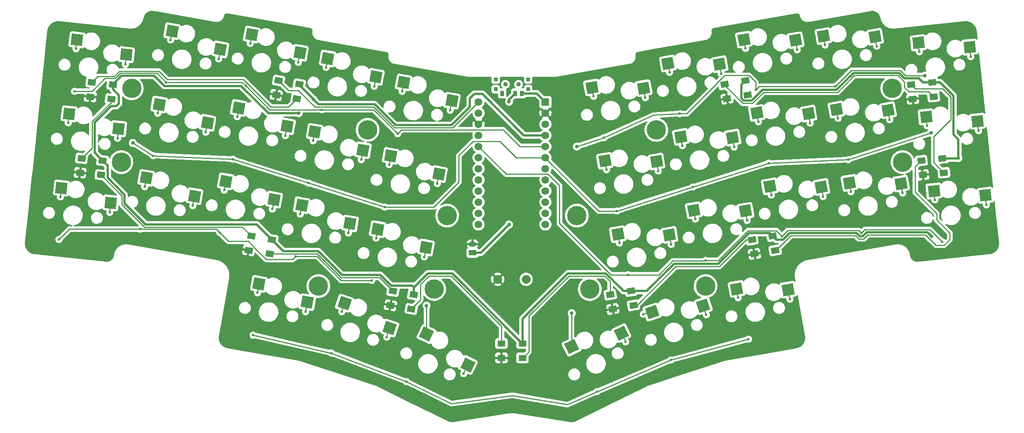
<source format=gbr>
%TF.GenerationSoftware,KiCad,Pcbnew,(6.0.7-1)-1*%
%TF.CreationDate,2022-09-13T11:26:25-04:00*%
%TF.ProjectId,egret,65677265-742e-46b6-9963-61645f706362,v1.0.0*%
%TF.SameCoordinates,Original*%
%TF.FileFunction,Copper,L2,Bot*%
%TF.FilePolarity,Positive*%
%FSLAX46Y46*%
G04 Gerber Fmt 4.6, Leading zero omitted, Abs format (unit mm)*
G04 Created by KiCad (PCBNEW (6.0.7-1)-1) date 2022-09-13 11:26:25*
%MOMM*%
%LPD*%
G01*
G04 APERTURE LIST*
G04 Aperture macros list*
%AMRotRect*
0 Rectangle, with rotation*
0 The origin of the aperture is its center*
0 $1 length*
0 $2 width*
0 $3 Rotation angle, in degrees counterclockwise*
0 Add horizontal line*
21,1,$1,$2,0,0,$3*%
G04 Aperture macros list end*
%TA.AperFunction,SMDPad,CuDef*%
%ADD10R,0.900000X0.900000*%
%TD*%
%TA.AperFunction,WasherPad*%
%ADD11C,1.000000*%
%TD*%
%TA.AperFunction,SMDPad,CuDef*%
%ADD12R,0.900000X1.250000*%
%TD*%
%TA.AperFunction,ComponentPad*%
%ADD13C,0.600000*%
%TD*%
%TA.AperFunction,SMDPad,CuDef*%
%ADD14RotRect,2.600000X2.600000X10.000000*%
%TD*%
%TA.AperFunction,SMDPad,CuDef*%
%ADD15RotRect,0.250000X1.000000X10.000000*%
%TD*%
%TA.AperFunction,ComponentPad*%
%ADD16R,1.752600X1.752600*%
%TD*%
%TA.AperFunction,ComponentPad*%
%ADD17C,1.752600*%
%TD*%
%TA.AperFunction,SMDPad,CuDef*%
%ADD18RotRect,2.600000X2.600000X350.000000*%
%TD*%
%TA.AperFunction,SMDPad,CuDef*%
%ADD19RotRect,0.250000X1.000000X350.000000*%
%TD*%
%TA.AperFunction,SMDPad,CuDef*%
%ADD20RotRect,2.600000X2.600000X26.000000*%
%TD*%
%TA.AperFunction,SMDPad,CuDef*%
%ADD21RotRect,0.250000X1.000000X26.000000*%
%TD*%
%TA.AperFunction,ComponentPad*%
%ADD22C,4.400000*%
%TD*%
%TA.AperFunction,SMDPad,CuDef*%
%ADD23RotRect,2.600000X2.600000X342.000000*%
%TD*%
%TA.AperFunction,SMDPad,CuDef*%
%ADD24RotRect,0.250000X1.000000X342.000000*%
%TD*%
%TA.AperFunction,SMDPad,CuDef*%
%ADD25RotRect,2.600000X2.600000X334.000000*%
%TD*%
%TA.AperFunction,SMDPad,CuDef*%
%ADD26RotRect,0.250000X1.000000X334.000000*%
%TD*%
%TA.AperFunction,SMDPad,CuDef*%
%ADD27RotRect,2.600000X2.600000X354.000000*%
%TD*%
%TA.AperFunction,SMDPad,CuDef*%
%ADD28RotRect,0.250000X1.000000X354.000000*%
%TD*%
%TA.AperFunction,ComponentPad*%
%ADD29R,1.700000X1.200000*%
%TD*%
%TA.AperFunction,ComponentPad*%
%ADD30O,1.700000X1.200000*%
%TD*%
%TA.AperFunction,SMDPad,CuDef*%
%ADD31RotRect,2.600000X2.600000X6.000000*%
%TD*%
%TA.AperFunction,SMDPad,CuDef*%
%ADD32RotRect,0.250000X1.000000X6.000000*%
%TD*%
%TA.AperFunction,SMDPad,CuDef*%
%ADD33RotRect,2.600000X2.600000X18.000000*%
%TD*%
%TA.AperFunction,SMDPad,CuDef*%
%ADD34RotRect,0.250000X1.000000X288.000000*%
%TD*%
%TA.AperFunction,SMDPad,CuDef*%
%ADD35RotRect,0.250000X1.000000X18.000000*%
%TD*%
%TA.AperFunction,ComponentPad*%
%ADD36C,2.000000*%
%TD*%
%TA.AperFunction,SMDPad,CuDef*%
%ADD37RotRect,1.800000X1.400000X10.000000*%
%TD*%
%TA.AperFunction,SMDPad,CuDef*%
%ADD38RotRect,1.800000X1.400000X354.000000*%
%TD*%
%TA.AperFunction,SMDPad,CuDef*%
%ADD39RotRect,1.800000X1.400000X350.000000*%
%TD*%
%TA.AperFunction,SMDPad,CuDef*%
%ADD40R,1.800000X1.400000*%
%TD*%
%TA.AperFunction,SMDPad,CuDef*%
%ADD41RotRect,1.800000X1.400000X6.000000*%
%TD*%
%TA.AperFunction,ViaPad*%
%ADD42C,0.800000*%
%TD*%
%TA.AperFunction,Conductor*%
%ADD43C,0.250000*%
%TD*%
%TA.AperFunction,Conductor*%
%ADD44C,0.500000*%
%TD*%
G04 APERTURE END LIST*
D10*
%TO.P,T1,*%
%TO.N,*%
X202755131Y-80416544D03*
X210155131Y-80416544D03*
X202755131Y-82616544D03*
D11*
X207955131Y-81516544D03*
X204955131Y-81516544D03*
D10*
X210155131Y-82616544D03*
D12*
%TO.P,T1,1*%
%TO.N,N/C*%
X204205131Y-83591544D03*
%TO.P,T1,2*%
%TO.N,BAT_POS*%
X207205131Y-83591544D03*
%TO.P,T1,3*%
%TO.N,RAW*%
X208705131Y-83591544D03*
%TD*%
D13*
%TO.P,D11,3*%
%TO.N,row2*%
X160121328Y-104054089D03*
%TD*%
%TO.P,D15,3*%
%TO.N,row1*%
X180387471Y-92776944D03*
%TD*%
D14*
%TO.P,S33,1*%
%TO.N,col6*%
X224696679Y-82225638D03*
%TO.P,S33,2*%
%TO.N,mirror_inner_top*%
X236453234Y-82386578D03*
D13*
%TO.P,S33,3*%
%TO.N,col6*%
X225052658Y-84244494D03*
%TO.P,S33,4*%
%TO.N,mirror_inner_top*%
X236835260Y-84553155D03*
D15*
%TO.P,S33,5*%
%TO.N,col6*%
X224965834Y-83752090D03*
%TO.P,S33,6*%
%TO.N,mirror_inner_top*%
X236739754Y-84011511D03*
%TD*%
D16*
%TO.P,MCU1,1*%
%TO.N,RAW*%
X214075131Y-85546547D03*
D17*
%TO.P,MCU1,2*%
%TO.N,GND*%
X214075131Y-88086547D03*
%TO.P,MCU1,3*%
%TO.N,RST*%
X214075131Y-90626547D03*
%TO.P,MCU1,4*%
%TO.N,VCC*%
X214075131Y-93166547D03*
%TO.P,MCU1,5*%
%TO.N,row1*%
X214075131Y-95706547D03*
%TO.P,MCU1,6*%
%TO.N,row2*%
X214075131Y-98246547D03*
%TO.P,MCU1,7*%
%TO.N,P19*%
X214075131Y-100786547D03*
%TO.P,MCU1,8*%
%TO.N,col6*%
X214075131Y-103326547D03*
%TO.P,MCU1,9*%
%TO.N,col7*%
X214075131Y-105866547D03*
%TO.P,MCU1,10*%
%TO.N,col8*%
X214075131Y-108406547D03*
%TO.P,MCU1,11*%
%TO.N,col9*%
X214075131Y-110946547D03*
%TO.P,MCU1,12*%
%TO.N,col10*%
X214075131Y-113486547D03*
%TO.P,MCU1,13*%
%TO.N,led*%
X198835131Y-85546547D03*
%TO.P,MCU1,14*%
%TO.N,P0*%
X198835131Y-88086547D03*
%TO.P,MCU1,15*%
%TO.N,GND*%
X198835131Y-90626547D03*
%TO.P,MCU1,16*%
X198835131Y-93166547D03*
%TO.P,MCU1,17*%
%TO.N,row3*%
X198835131Y-95706547D03*
%TO.P,MCU1,18*%
%TO.N,row4*%
X198835131Y-98246547D03*
%TO.P,MCU1,19*%
%TO.N,P4*%
X198835131Y-100786547D03*
%TO.P,MCU1,20*%
%TO.N,col5*%
X198835131Y-103326547D03*
%TO.P,MCU1,21*%
%TO.N,col4*%
X198835131Y-105866547D03*
%TO.P,MCU1,22*%
%TO.N,col3*%
X198835131Y-108406547D03*
%TO.P,MCU1,23*%
%TO.N,col2*%
X198835131Y-110946547D03*
%TO.P,MCU1,24*%
%TO.N,col1*%
X198835131Y-113486547D03*
%TD*%
D14*
%TO.P,S24,1*%
%TO.N,col9*%
X277463883Y-70509719D03*
%TO.P,S24,2*%
%TO.N,mirror_ring_top*%
X289220438Y-70670659D03*
D13*
%TO.P,S24,3*%
%TO.N,col9*%
X277819862Y-72528575D03*
%TO.P,S24,4*%
%TO.N,mirror_ring_top*%
X289602464Y-72837236D03*
D15*
%TO.P,S24,5*%
%TO.N,col9*%
X277733038Y-72036171D03*
%TO.P,S24,6*%
%TO.N,mirror_ring_top*%
X289506958Y-72295592D03*
%TD*%
D18*
%TO.P,S7,1*%
%TO.N,col3*%
X141230804Y-103642533D03*
%TO.P,S7,2*%
%TO.N,middle_bottom*%
X152223308Y-107814747D03*
D13*
%TO.P,S7,3*%
%TO.N,col3*%
X140874826Y-105661389D03*
%TO.P,S7,4*%
%TO.N,middle_bottom*%
X151841282Y-109981324D03*
D19*
%TO.P,S7,5*%
%TO.N,col3*%
X140961650Y-105168985D03*
%TO.P,S7,6*%
%TO.N,middle_bottom*%
X151936788Y-109439679D03*
%TD*%
D13*
%TO.P,D16,3*%
%TO.N,row4*%
X147423320Y-138751232D03*
%TD*%
%TO.P,D18,3*%
%TO.N,row4*%
X182433141Y-149365669D03*
%TD*%
D14*
%TO.P,S30,1*%
%TO.N,col7*%
X242010806Y-76761050D03*
%TO.P,S30,2*%
%TO.N,mirror_index_top*%
X253767361Y-76921990D03*
D13*
%TO.P,S30,3*%
%TO.N,col7*%
X242366785Y-78779906D03*
%TO.P,S30,4*%
%TO.N,mirror_index_top*%
X254149387Y-79088567D03*
D15*
%TO.P,S30,5*%
%TO.N,col7*%
X242279961Y-78287502D03*
%TO.P,S30,6*%
%TO.N,mirror_index_top*%
X254053881Y-78546923D03*
%TD*%
D13*
%TO.P,D24,3*%
%TO.N,row1*%
X280168994Y-81963995D03*
%TD*%
%TO.P,D23,3*%
%TO.N,row2*%
X283121015Y-98705727D03*
%TD*%
D14*
%TO.P,S25,1*%
%TO.N,col8*%
X265228967Y-104779927D03*
%TO.P,S25,2*%
%TO.N,mirror_middle_bottom*%
X276985522Y-104940867D03*
D13*
%TO.P,S25,3*%
%TO.N,col8*%
X265584946Y-106798783D03*
%TO.P,S25,4*%
%TO.N,mirror_middle_bottom*%
X277367548Y-107107444D03*
D15*
%TO.P,S25,5*%
%TO.N,col8*%
X265498122Y-106306379D03*
%TO.P,S25,6*%
%TO.N,mirror_middle_bottom*%
X277272042Y-106565800D03*
%TD*%
D20*
%TO.P,S36,1*%
%TO.N,col6*%
X220045844Y-141380269D03*
%TO.P,S36,2*%
%TO.N,mirror_reachy_thumb*%
X231391332Y-138294429D03*
D13*
%TO.P,S36,4*%
X232355748Y-140271776D03*
D21*
%TO.P,S36,6*%
X232114644Y-139777439D03*
%TD*%
D13*
%TO.P,D25,3*%
%TO.N,row3*%
X267934077Y-116234206D03*
%TD*%
D22*
%TO.P,PAD7,*%
%TO.N,*%
X117404224Y-99263565D03*
%TD*%
D13*
%TO.P,D22,3*%
%TO.N,row3*%
X286073032Y-115447458D03*
%TD*%
D14*
%TO.P,S29,1*%
%TO.N,col7*%
X244962824Y-93502782D03*
%TO.P,S29,2*%
%TO.N,mirror_index_home*%
X256719379Y-93663722D03*
D13*
%TO.P,S29,3*%
%TO.N,col7*%
X245318803Y-95521638D03*
%TO.P,S29,4*%
%TO.N,mirror_index_home*%
X257101405Y-95830299D03*
D15*
%TO.P,S29,5*%
%TO.N,col7*%
X245231979Y-95029234D03*
%TO.P,S29,6*%
%TO.N,mirror_index_home*%
X257005899Y-95288655D03*
%TD*%
D23*
%TO.P,S17,1*%
%TO.N,col4*%
X168288334Y-131450887D03*
%TO.P,S17,2*%
%TO.N,home_thumb*%
X178593199Y-137112358D03*
D13*
%TO.P,S17,3*%
%TO.N,col4*%
X167654849Y-133400553D03*
%TO.P,S17,4*%
%TO.N,home_thumb*%
X177913362Y-139204682D03*
D24*
%TO.P,S17,5*%
%TO.N,col4*%
X167809358Y-132925025D03*
%TO.P,S17,6*%
%TO.N,home_thumb*%
X178083321Y-138681601D03*
%TD*%
D13*
%TO.P,D1,3*%
%TO.N,row3*%
X103193874Y-116918358D03*
%TD*%
D25*
%TO.P,S18,1*%
%TO.N,col5*%
X186977318Y-138508938D03*
%TO.P,S18,2*%
%TO.N,reachy_thumb*%
X196393973Y-145549472D03*
D13*
%TO.P,S18,4*%
X195429556Y-147526818D03*
D26*
%TO.P,S18,6*%
X195670660Y-147032482D03*
%TD*%
D27*
%TO.P,S2,1*%
%TO.N,col1*%
X105527763Y-88255298D03*
%TO.P,S2,2*%
%TO.N,pinky_home*%
X116784528Y-91650550D03*
D13*
%TO.P,S2,3*%
%TO.N,col1*%
X105313480Y-90294068D03*
%TO.P,S2,4*%
%TO.N,pinky_home*%
X116554566Y-93838498D03*
D28*
%TO.P,S2,5*%
%TO.N,col1*%
X105365744Y-89796807D03*
%TO.P,S2,6*%
%TO.N,pinky_home*%
X116612056Y-93291511D03*
%TD*%
D14*
%TO.P,S23,1*%
%TO.N,col9*%
X280415902Y-87251448D03*
%TO.P,S23,2*%
%TO.N,mirror_ring_home*%
X292172457Y-87412388D03*
D13*
%TO.P,S23,3*%
%TO.N,col9*%
X280771881Y-89270304D03*
%TO.P,S23,4*%
%TO.N,mirror_ring_home*%
X292554483Y-89578965D03*
D15*
%TO.P,S23,5*%
%TO.N,col9*%
X280685057Y-88777900D03*
%TO.P,S23,6*%
%TO.N,mirror_ring_home*%
X292458977Y-89037321D03*
%TD*%
D13*
%TO.P,D26,3*%
%TO.N,row2*%
X264982060Y-99492475D03*
%TD*%
D14*
%TO.P,S22,1*%
%TO.N,col9*%
X283367923Y-103993179D03*
%TO.P,S22,2*%
%TO.N,mirror_ring_bottom*%
X295124478Y-104154119D03*
D13*
%TO.P,S22,3*%
%TO.N,col9*%
X283723902Y-106012035D03*
%TO.P,S22,4*%
%TO.N,mirror_ring_bottom*%
X295506504Y-106320696D03*
D15*
%TO.P,S22,5*%
%TO.N,col9*%
X283637078Y-105519631D03*
%TO.P,S22,6*%
%TO.N,mirror_ring_bottom*%
X295410998Y-105779052D03*
%TD*%
D27*
%TO.P,S1,1*%
%TO.N,col1*%
X103750779Y-105162170D03*
%TO.P,S1,2*%
%TO.N,pinky_bottom*%
X115007544Y-108557422D03*
D13*
%TO.P,S1,3*%
%TO.N,col1*%
X103536496Y-107200940D03*
%TO.P,S1,4*%
%TO.N,pinky_bottom*%
X114777582Y-110745370D03*
D28*
%TO.P,S1,5*%
%TO.N,col1*%
X103588760Y-106703679D03*
%TO.P,S1,6*%
%TO.N,pinky_bottom*%
X114835072Y-110198383D03*
%TD*%
D29*
%TO.P,JST1,1*%
%TO.N,BAT_POS*%
X197455133Y-119966543D03*
D30*
%TO.P,JST1,2*%
%TO.N,GND*%
X197455133Y-117966543D03*
%TD*%
D13*
%TO.P,D30,3*%
%TO.N,row1*%
X244715915Y-88215329D03*
%TD*%
D22*
%TO.P,PAD2,*%
%TO.N,*%
X188710933Y-128210614D03*
%TD*%
D14*
%TO.P,S34,1*%
%TO.N,col8*%
X257660830Y-128199925D03*
%TO.P,S34,2*%
%TO.N,mirror_tucky_thumb*%
X269417385Y-128360865D03*
D13*
%TO.P,S34,3*%
%TO.N,col8*%
X258016809Y-130218781D03*
%TO.P,S34,4*%
%TO.N,mirror_tucky_thumb*%
X269799411Y-130527442D03*
D15*
%TO.P,S34,5*%
%TO.N,col8*%
X257929985Y-129726377D03*
%TO.P,S34,6*%
%TO.N,mirror_tucky_thumb*%
X269703905Y-129985798D03*
%TD*%
D18*
%TO.P,S15,1*%
%TO.N,col5*%
X181763093Y-81088241D03*
%TO.P,S15,2*%
%TO.N,inner_top*%
X192755597Y-85260455D03*
D13*
%TO.P,S15,3*%
%TO.N,col5*%
X181407115Y-83107097D03*
%TO.P,S15,4*%
%TO.N,inner_top*%
X192373571Y-87427032D03*
D19*
%TO.P,S15,5*%
%TO.N,col5*%
X181493939Y-82614693D03*
%TO.P,S15,6*%
%TO.N,inner_top*%
X192469077Y-86885387D03*
%TD*%
D22*
%TO.P,PAD11,*%
%TO.N,*%
X295506037Y-99263563D03*
%TD*%
D13*
%TO.P,D8,3*%
%TO.N,row2*%
X142807204Y-98589506D03*
%TD*%
%TO.P,D7,3*%
%TO.N,row3*%
X139855183Y-115331235D03*
%TD*%
D18*
%TO.P,S13,1*%
%TO.N,col5*%
X175859056Y-114571703D03*
%TO.P,S13,2*%
%TO.N,inner_bottom*%
X186851560Y-118743917D03*
D13*
%TO.P,S13,3*%
%TO.N,col5*%
X175503078Y-116590559D03*
%TO.P,S13,4*%
%TO.N,inner_bottom*%
X186469534Y-120910494D03*
D19*
%TO.P,S13,5*%
%TO.N,col5*%
X175589902Y-116098155D03*
%TO.P,S13,6*%
%TO.N,inner_bottom*%
X186565040Y-120368849D03*
%TD*%
D13*
%TO.P,D27,3*%
%TO.N,row1*%
X262030039Y-82750744D03*
%TD*%
%TO.P,D13,3*%
%TO.N,row3*%
X174483433Y-126260406D03*
%TD*%
D18*
%TO.P,S11,1*%
%TO.N,col4*%
X161496947Y-92365387D03*
%TO.P,S11,2*%
%TO.N,index_home*%
X172489451Y-96537601D03*
D13*
%TO.P,S11,3*%
%TO.N,col4*%
X161140969Y-94384243D03*
%TO.P,S11,4*%
%TO.N,index_home*%
X172107425Y-98704178D03*
D19*
%TO.P,S11,5*%
%TO.N,col4*%
X161227793Y-93891839D03*
%TO.P,S11,6*%
%TO.N,index_home*%
X172202931Y-98162533D03*
%TD*%
D13*
%TO.P,D5,3*%
%TO.N,row2*%
X124668249Y-97802756D03*
%TD*%
D31*
%TO.P,S20,1*%
%TO.N,col10*%
X300868380Y-88939959D03*
%TO.P,S20,2*%
%TO.N,mirror_pinky_home*%
X312585071Y-89920604D03*
D13*
%TO.P,S20,3*%
%TO.N,col10*%
X301082664Y-90978729D03*
%TO.P,S20,4*%
%TO.N,mirror_pinky_home*%
X312815034Y-92108552D03*
D32*
%TO.P,S20,5*%
%TO.N,col10*%
X301030400Y-90481468D03*
%TO.P,S20,6*%
%TO.N,mirror_pinky_home*%
X312757543Y-91561565D03*
%TD*%
D13*
%TO.P,D35,3*%
%TO.N,row4*%
X242665418Y-144441275D03*
%TD*%
%TO.P,D29,3*%
%TO.N,row2*%
X247667935Y-104957059D03*
%TD*%
D14*
%TO.P,S31,1*%
%TO.N,col6*%
X230600716Y-115709099D03*
%TO.P,S31,2*%
%TO.N,mirror_inner_bottom*%
X242357271Y-115870039D03*
D13*
%TO.P,S31,3*%
%TO.N,col6*%
X230956695Y-117727955D03*
%TO.P,S31,4*%
%TO.N,mirror_inner_bottom*%
X242739297Y-118036616D03*
D15*
%TO.P,S31,5*%
%TO.N,col6*%
X230869871Y-117235551D03*
%TO.P,S31,6*%
%TO.N,mirror_inner_bottom*%
X242643791Y-117494972D03*
%TD*%
D18*
%TO.P,S4,1*%
%TO.N,col2*%
X123091851Y-102855783D03*
%TO.P,S4,2*%
%TO.N,ring_bottom*%
X134084355Y-107027997D03*
D13*
%TO.P,S4,3*%
%TO.N,col2*%
X122735873Y-104874639D03*
%TO.P,S4,4*%
%TO.N,ring_bottom*%
X133702329Y-109194574D03*
D19*
%TO.P,S4,5*%
%TO.N,col2*%
X122822697Y-104382235D03*
%TO.P,S4,6*%
%TO.N,ring_bottom*%
X133797835Y-108652929D03*
%TD*%
D14*
%TO.P,S26,1*%
%TO.N,col8*%
X262276949Y-88038196D03*
%TO.P,S26,2*%
%TO.N,mirror_middle_home*%
X274033504Y-88199136D03*
D13*
%TO.P,S26,3*%
%TO.N,col8*%
X262632928Y-90057052D03*
%TO.P,S26,4*%
%TO.N,mirror_middle_home*%
X274415530Y-90365713D03*
D15*
%TO.P,S26,5*%
%TO.N,col8*%
X262546104Y-89564648D03*
%TO.P,S26,6*%
%TO.N,mirror_middle_home*%
X274320024Y-89824069D03*
%TD*%
D13*
%TO.P,D19,3*%
%TO.N,row3*%
X304544874Y-117461907D03*
%TD*%
%TO.P,D14,3*%
%TO.N,row2*%
X177435451Y-109518675D03*
%TD*%
%TO.P,D12,3*%
%TO.N,row1*%
X163073346Y-87312357D03*
%TD*%
D33*
%TO.P,S35,1*%
%TO.N,col7*%
X238392508Y-133474948D03*
%TO.P,S35,2*%
%TO.N,mirror_home_thumb*%
X250057048Y-131998126D03*
D13*
%TO.P,S35,3*%
%TO.N,col7*%
X236396774Y-133969888D03*
%TO.P,S35,4*%
%TO.N,mirror_home_thumb*%
X250736885Y-134090451D03*
D34*
%TO.P,S35,5*%
%TO.N,col7*%
X236872303Y-133815379D03*
D35*
%TO.P,S35,6*%
%TO.N,mirror_home_thumb*%
X250566926Y-133567370D03*
%TD*%
D14*
%TO.P,S27,1*%
%TO.N,col8*%
X259324930Y-71296465D03*
%TO.P,S27,2*%
%TO.N,mirror_middle_top*%
X271081485Y-71457405D03*
D13*
%TO.P,S27,3*%
%TO.N,col8*%
X259680909Y-73315321D03*
%TO.P,S27,4*%
%TO.N,mirror_middle_top*%
X271463511Y-73623982D03*
D15*
%TO.P,S27,5*%
%TO.N,col8*%
X259594085Y-72822917D03*
%TO.P,S27,6*%
%TO.N,mirror_middle_top*%
X271368005Y-73082338D03*
%TD*%
D13*
%TO.P,D34,3*%
%TO.N,row4*%
X260365943Y-139654204D03*
%TD*%
%TO.P,D9,3*%
%TO.N,row1*%
X145759223Y-81847773D03*
%TD*%
D27*
%TO.P,S3,1*%
%TO.N,col1*%
X107304747Y-71348428D03*
%TO.P,S3,2*%
%TO.N,pinky_top*%
X118561512Y-74743680D03*
D13*
%TO.P,S3,3*%
%TO.N,col1*%
X107090464Y-73387198D03*
%TO.P,S3,4*%
%TO.N,pinky_top*%
X118331550Y-76931628D03*
D28*
%TO.P,S3,5*%
%TO.N,col1*%
X107142728Y-72889937D03*
%TO.P,S3,6*%
%TO.N,pinky_top*%
X118389040Y-76384641D03*
%TD*%
D14*
%TO.P,S32,1*%
%TO.N,col6*%
X227648699Y-98967368D03*
%TO.P,S32,2*%
%TO.N,mirror_inner_home*%
X239405254Y-99128308D03*
D13*
%TO.P,S32,3*%
%TO.N,col6*%
X228004678Y-100986224D03*
%TO.P,S32,4*%
%TO.N,mirror_inner_home*%
X239787280Y-101294885D03*
D15*
%TO.P,S32,5*%
%TO.N,col6*%
X227917854Y-100493820D03*
%TO.P,S32,6*%
%TO.N,mirror_inner_home*%
X239691774Y-100753241D03*
%TD*%
D22*
%TO.P,PAD9,*%
%TO.N,*%
X162334023Y-127558753D03*
%TD*%
%TO.P,PAD12,*%
%TO.N,*%
X239374398Y-91898836D03*
%TD*%
D18*
%TO.P,S14,1*%
%TO.N,col5*%
X178811074Y-97829971D03*
%TO.P,S14,2*%
%TO.N,inner_home*%
X189803578Y-102002185D03*
D13*
%TO.P,S14,3*%
%TO.N,col5*%
X178455096Y-99848827D03*
%TO.P,S14,4*%
%TO.N,inner_home*%
X189421552Y-104168762D03*
D19*
%TO.P,S14,5*%
%TO.N,col5*%
X178541920Y-99356423D03*
%TO.P,S14,6*%
%TO.N,inner_home*%
X189517058Y-103627117D03*
%TD*%
D22*
%TO.P,PAD3,*%
%TO.N,*%
X224199330Y-128210613D03*
%TD*%
D13*
%TO.P,D28,3*%
%TO.N,row3*%
X250619955Y-121698792D03*
%TD*%
D22*
%TO.P,PAD13,*%
%TO.N,*%
X250576238Y-127558754D03*
%TD*%
D31*
%TO.P,S19,1*%
%TO.N,col10*%
X302645364Y-105846831D03*
%TO.P,S19,2*%
%TO.N,mirror_pinky_bottom*%
X314362055Y-106827476D03*
D13*
%TO.P,S19,3*%
%TO.N,col10*%
X302859648Y-107885601D03*
%TO.P,S19,4*%
%TO.N,mirror_pinky_bottom*%
X314592018Y-109015424D03*
D32*
%TO.P,S19,5*%
%TO.N,col10*%
X302807384Y-107388340D03*
%TO.P,S19,6*%
%TO.N,mirror_pinky_bottom*%
X314534527Y-108468437D03*
%TD*%
D13*
%TO.P,D36,3*%
%TO.N,row4*%
X225803394Y-151645200D03*
%TD*%
%TO.P,D10,3*%
%TO.N,row3*%
X157169308Y-120795821D03*
%TD*%
D31*
%TO.P,S21,1*%
%TO.N,col10*%
X299091394Y-72033087D03*
%TO.P,S21,2*%
%TO.N,mirror_pinky_top*%
X310808085Y-73013732D03*
D13*
%TO.P,S21,3*%
%TO.N,col10*%
X299305678Y-74071857D03*
%TO.P,S21,4*%
%TO.N,mirror_pinky_top*%
X311038048Y-75201680D03*
D32*
%TO.P,S21,5*%
%TO.N,col10*%
X299253414Y-73574596D03*
%TO.P,S21,6*%
%TO.N,mirror_pinky_top*%
X310980557Y-74654693D03*
%TD*%
D13*
%TO.P,D3,3*%
%TO.N,row1*%
X106747840Y-83104616D03*
%TD*%
D18*
%TO.P,S6,1*%
%TO.N,col2*%
X128995890Y-69372320D03*
%TO.P,S6,2*%
%TO.N,ring_top*%
X139988394Y-73544534D03*
D13*
%TO.P,S6,3*%
%TO.N,col2*%
X128639912Y-71391176D03*
%TO.P,S6,4*%
%TO.N,ring_top*%
X139606368Y-75711111D03*
D19*
%TO.P,S6,5*%
%TO.N,col2*%
X128726736Y-70898772D03*
%TO.P,S6,6*%
%TO.N,ring_top*%
X139701874Y-75169466D03*
%TD*%
D36*
%TO.P,B1,1*%
%TO.N,RST*%
X209705130Y-126000007D03*
%TO.P,B1,2*%
%TO.N,GND*%
X203205130Y-126000007D03*
%TD*%
D14*
%TO.P,S28,1*%
%TO.N,col7*%
X247914844Y-110244513D03*
%TO.P,S28,2*%
%TO.N,mirror_index_bottom*%
X259671399Y-110405453D03*
D13*
%TO.P,S28,3*%
%TO.N,col7*%
X248270823Y-112263369D03*
%TO.P,S28,4*%
%TO.N,mirror_index_bottom*%
X260053425Y-112572030D03*
D15*
%TO.P,S28,5*%
%TO.N,col7*%
X248183999Y-111770965D03*
%TO.P,S28,6*%
%TO.N,mirror_index_bottom*%
X259957919Y-112030386D03*
%TD*%
D18*
%TO.P,S8,1*%
%TO.N,col3*%
X144182821Y-86900800D03*
%TO.P,S8,2*%
%TO.N,middle_home*%
X155175325Y-91073014D03*
D13*
%TO.P,S8,3*%
%TO.N,col3*%
X143826843Y-88919656D03*
%TO.P,S8,4*%
%TO.N,middle_home*%
X154793299Y-93239591D03*
D19*
%TO.P,S8,5*%
%TO.N,col3*%
X143913667Y-88427252D03*
%TO.P,S8,6*%
%TO.N,middle_home*%
X154888805Y-92697946D03*
%TD*%
D13*
%TO.P,D31,3*%
%TO.N,row3*%
X232923803Y-124996800D03*
%TD*%
D22*
%TO.P,PAD8,*%
%TO.N,*%
X173535860Y-91898835D03*
%TD*%
%TO.P,PAD5,*%
%TO.N,*%
X221247311Y-111468882D03*
%TD*%
%TO.P,PAD10,*%
%TO.N,*%
X293144902Y-82417644D03*
%TD*%
D13*
%TO.P,D4,3*%
%TO.N,row3*%
X121716230Y-114544488D03*
%TD*%
D18*
%TO.P,S5,1*%
%TO.N,col2*%
X126043870Y-86114052D03*
%TO.P,S5,2*%
%TO.N,ring_home*%
X137036374Y-90286266D03*
D13*
%TO.P,S5,3*%
%TO.N,col2*%
X125687892Y-88132908D03*
%TO.P,S5,4*%
%TO.N,ring_home*%
X136654348Y-92452843D03*
D19*
%TO.P,S5,5*%
%TO.N,col2*%
X125774716Y-87640504D03*
%TO.P,S5,6*%
%TO.N,ring_home*%
X136749854Y-91911198D03*
%TD*%
D18*
%TO.P,S10,1*%
%TO.N,col4*%
X158544928Y-109107120D03*
%TO.P,S10,2*%
%TO.N,index_bottom*%
X169537432Y-113279334D03*
D13*
%TO.P,S10,3*%
%TO.N,col4*%
X158188950Y-111125976D03*
%TO.P,S10,4*%
%TO.N,index_bottom*%
X169155406Y-115445911D03*
D19*
%TO.P,S10,5*%
%TO.N,col4*%
X158275774Y-110633572D03*
%TO.P,S10,6*%
%TO.N,index_bottom*%
X169250912Y-114904266D03*
%TD*%
D18*
%TO.P,S16,1*%
%TO.N,col3*%
X148798942Y-127062529D03*
%TO.P,S16,2*%
%TO.N,tucky_thumb*%
X159791446Y-131234743D03*
D13*
%TO.P,S16,3*%
%TO.N,col3*%
X148442964Y-129081385D03*
%TO.P,S16,4*%
%TO.N,tucky_thumb*%
X159409420Y-133401320D03*
D19*
%TO.P,S16,5*%
%TO.N,col3*%
X148529788Y-128588981D03*
%TO.P,S16,6*%
%TO.N,tucky_thumb*%
X159504926Y-132859675D03*
%TD*%
D13*
%TO.P,D32,3*%
%TO.N,row2*%
X230353810Y-110421647D03*
%TD*%
D22*
%TO.P,PAD4,*%
%TO.N,*%
X191662947Y-111468881D03*
%TD*%
D13*
%TO.P,D6,3*%
%TO.N,row1*%
X127620268Y-81061022D03*
%TD*%
D18*
%TO.P,S9,1*%
%TO.N,col3*%
X147134841Y-70159068D03*
%TO.P,S9,2*%
%TO.N,middle_top*%
X158127345Y-74331282D03*
D13*
%TO.P,S9,3*%
%TO.N,col3*%
X146778863Y-72177924D03*
%TO.P,S9,4*%
%TO.N,middle_top*%
X157745319Y-76497859D03*
D19*
%TO.P,S9,5*%
%TO.N,col3*%
X146865687Y-71685520D03*
%TO.P,S9,6*%
%TO.N,middle_top*%
X157840825Y-75956214D03*
%TD*%
D22*
%TO.P,PAD6,*%
%TO.N,*%
X119765361Y-82417643D03*
%TD*%
D13*
%TO.P,D17,3*%
%TO.N,row4*%
X165299346Y-142834386D03*
%TD*%
D18*
%TO.P,S12,1*%
%TO.N,col4*%
X164448966Y-75623655D03*
%TO.P,S12,2*%
%TO.N,index_top*%
X175441470Y-79795869D03*
D13*
%TO.P,S12,3*%
%TO.N,col4*%
X164092988Y-77642511D03*
%TO.P,S12,4*%
%TO.N,index_top*%
X175059444Y-81962446D03*
D19*
%TO.P,S12,5*%
%TO.N,col4*%
X164179812Y-77150107D03*
%TO.P,S12,6*%
%TO.N,index_top*%
X175154950Y-81420801D03*
%TD*%
D13*
%TO.P,D33,3*%
%TO.N,row1*%
X227401792Y-93679914D03*
%TD*%
D37*
%TO.P,LED11,1*%
%TO.N,VCC*%
X259634989Y-80685261D03*
%TO.P,LED11,2*%
%TO.N,N/C*%
X260208028Y-83935126D03*
%TO.P,LED11,3*%
%TO.N,GND*%
X255480951Y-84768637D03*
%TO.P,LED11,4*%
%TO.N,L11*%
X254907912Y-81518772D03*
%TD*%
D38*
%TO.P,LED2,1*%
%TO.N,VCC*%
X115457372Y-81556527D03*
%TO.P,LED2,2*%
%TO.N,L3*%
X115112428Y-84838449D03*
%TO.P,LED2,3*%
%TO.N,GND*%
X110338722Y-84336713D03*
%TO.P,LED2,4*%
%TO.N,L2*%
X110683666Y-81054791D03*
%TD*%
D39*
%TO.P,LED4,1*%
%TO.N,VCC*%
X151751017Y-116971852D03*
%TO.P,LED4,2*%
%TO.N,L5*%
X151177978Y-120221717D03*
%TO.P,LED4,3*%
%TO.N,GND*%
X146450901Y-119388206D03*
%TO.P,LED4,4*%
%TO.N,L4*%
X147023940Y-116138341D03*
%TD*%
D40*
%TO.P,LED6,1*%
%TO.N,VCC*%
X208855131Y-140642429D03*
%TO.P,LED6,2*%
%TO.N,L7*%
X208855131Y-143942429D03*
%TO.P,LED6,3*%
%TO.N,GND*%
X204055131Y-143942429D03*
%TO.P,LED6,4*%
%TO.N,L6*%
X204055131Y-140642429D03*
%TD*%
D39*
%TO.P,LED5,1*%
%TO.N,VCC*%
X184062357Y-129523340D03*
%TO.P,LED5,2*%
%TO.N,L6*%
X183489318Y-132773205D03*
%TO.P,LED5,3*%
%TO.N,GND*%
X178762241Y-131939694D03*
%TO.P,LED5,4*%
%TO.N,L5*%
X179335280Y-128689829D03*
%TD*%
D38*
%TO.P,LED3,1*%
%TO.N,VCC*%
X113130863Y-98908398D03*
%TO.P,LED3,2*%
%TO.N,L4*%
X112785919Y-102190320D03*
%TO.P,LED3,3*%
%TO.N,GND*%
X108012213Y-101688584D03*
%TO.P,LED3,4*%
%TO.N,L3*%
X108357157Y-98406662D03*
%TD*%
D39*
%TO.P,LED1,1*%
%TO.N,VCC*%
X158002351Y-81518774D03*
%TO.P,LED1,2*%
%TO.N,L2*%
X157429312Y-84768639D03*
%TO.P,LED1,3*%
%TO.N,GND*%
X152702235Y-83935128D03*
%TO.P,LED1,4*%
%TO.N,led*%
X153275274Y-80685263D03*
%TD*%
D37*
%TO.P,LED7,1*%
%TO.N,VCC*%
X233574984Y-128689832D03*
%TO.P,LED7,2*%
%TO.N,L8*%
X234148023Y-131939697D03*
%TO.P,LED7,3*%
%TO.N,GND*%
X229420946Y-132773208D03*
%TO.P,LED7,4*%
%TO.N,L7*%
X228847907Y-129523343D03*
%TD*%
D41*
%TO.P,LED9,1*%
%TO.N,VCC*%
X304553105Y-98406661D03*
%TO.P,LED9,2*%
%TO.N,L10*%
X304898049Y-101688583D03*
%TO.P,LED9,3*%
%TO.N,GND*%
X300124343Y-102190319D03*
%TO.P,LED9,4*%
%TO.N,L9*%
X299779399Y-98908397D03*
%TD*%
D37*
%TO.P,LED8,1*%
%TO.N,VCC*%
X265886321Y-116138339D03*
%TO.P,LED8,2*%
%TO.N,L9*%
X266459360Y-119388204D03*
%TO.P,LED8,3*%
%TO.N,GND*%
X261732283Y-120221715D03*
%TO.P,LED8,4*%
%TO.N,L8*%
X261159244Y-116971850D03*
%TD*%
D41*
%TO.P,LED10,1*%
%TO.N,VCC*%
X302226596Y-81054793D03*
%TO.P,LED10,2*%
%TO.N,L11*%
X302571540Y-84336715D03*
%TO.P,LED10,3*%
%TO.N,GND*%
X297797834Y-84838451D03*
%TO.P,LED10,4*%
%TO.N,L10*%
X297452890Y-81556529D03*
%TD*%
D42*
%TO.N,row2*%
X120025000Y-94900000D03*
X301980667Y-92591522D03*
%TO.N,row1*%
X221250000Y-95725000D03*
X300607239Y-79524239D03*
%TO.N,col5*%
X186975000Y-132025500D03*
%TO.N,col6*%
X220075000Y-133750500D03*
%TO.N,VCC*%
X302100000Y-116200000D03*
X161100000Y-84875000D03*
X157825000Y-88100000D03*
X308225000Y-98325000D03*
%TO.N,BAT_POS*%
X205775000Y-85475000D03*
X205800000Y-113500000D03*
%TD*%
D43*
%TO.N,row3*%
X229017082Y-124996800D02*
X217275000Y-113254718D01*
X105587232Y-114525000D02*
X121696742Y-114525000D01*
X121696742Y-114525000D02*
X121716230Y-114544488D01*
X205128584Y-102000000D02*
X198835131Y-95706547D01*
X121735718Y-114525000D02*
X139048948Y-114525000D01*
X266718024Y-114900000D02*
X260240561Y-114900000D01*
X260240561Y-114900000D02*
X259126363Y-116014199D01*
X146388279Y-117325000D02*
X147783782Y-118720503D01*
X250493747Y-121825000D02*
X243100000Y-121825000D01*
X239928200Y-124996800D02*
X232923803Y-124996800D01*
X103193874Y-116918358D02*
X105587232Y-114525000D01*
X269293283Y-114875000D02*
X267934077Y-116234206D01*
X147783782Y-118828105D02*
X150430677Y-121475000D01*
X147783782Y-118720503D02*
X147783782Y-118828105D01*
X141848948Y-117325000D02*
X146388279Y-117325000D01*
X139855183Y-115331235D02*
X141848948Y-117325000D01*
X139048948Y-114525000D02*
X139855183Y-115331235D01*
X121716230Y-114544488D02*
X121735718Y-114525000D01*
X162025000Y-120775000D02*
X167510406Y-126260406D01*
X150430677Y-121475000D02*
X156490129Y-121475000D01*
X232923803Y-124996800D02*
X229017082Y-124996800D01*
X304544874Y-117461907D02*
X301757967Y-114675000D01*
X243100000Y-121825000D02*
X239928200Y-124996800D01*
X285500574Y-114875000D02*
X269293283Y-114875000D01*
X156490129Y-121475000D02*
X157169308Y-120795821D01*
X301757967Y-114675000D02*
X286845490Y-114675000D01*
X267934077Y-116234206D02*
X267934077Y-116116053D01*
X259126363Y-116014199D02*
X259126363Y-116035465D01*
X250619955Y-121698792D02*
X250493747Y-121825000D01*
X157190129Y-120775000D02*
X162025000Y-120775000D01*
X259126363Y-116035465D02*
X253463036Y-121698792D01*
X253463036Y-121698792D02*
X250619955Y-121698792D01*
X286845490Y-114675000D02*
X286073032Y-115447458D01*
X167510406Y-126260406D02*
X174483433Y-126260406D01*
X217275000Y-113254718D02*
X217275000Y-104608768D01*
X286073032Y-115447458D02*
X285500574Y-114875000D01*
X267934077Y-116116053D02*
X266718024Y-114900000D01*
X217275000Y-104608768D02*
X214666232Y-102000000D01*
X214666232Y-102000000D02*
X205128584Y-102000000D01*
X157169308Y-120795821D02*
X157190129Y-120775000D01*
%TO.N,row2*%
X226196647Y-110421647D02*
X214075131Y-98300131D01*
X124668249Y-97802756D02*
X142807204Y-98589506D01*
X247667935Y-104957059D02*
X264982060Y-99492475D01*
X160121328Y-104054089D02*
X177435451Y-109518675D01*
X177435451Y-109518675D02*
X188656325Y-109518675D01*
X230353810Y-110421647D02*
X247667935Y-104957059D01*
X283121015Y-98705727D02*
X301980667Y-92591522D01*
X264982060Y-99492475D02*
X283121015Y-98705727D01*
X194350000Y-103825000D02*
X194350000Y-97775000D01*
X197619753Y-94505247D02*
X203730247Y-94505247D01*
X230353810Y-110421647D02*
X226196647Y-110421647D01*
X142807204Y-98589506D02*
X160121328Y-104054089D01*
X203730247Y-94505247D02*
X207471547Y-98246547D01*
X188656325Y-109518675D02*
X194350000Y-103825000D01*
X214075131Y-98300131D02*
X214075131Y-98246547D01*
X194350000Y-97775000D02*
X197619753Y-94505247D01*
X120025000Y-94900000D02*
X124668249Y-97802756D01*
X207471547Y-98246547D02*
X214075131Y-98246547D01*
%TO.N,row1*%
X246309671Y-88215329D02*
X244715915Y-88215329D01*
X110710218Y-83100000D02*
X113635218Y-80175000D01*
X180387471Y-92776944D02*
X181289415Y-91875000D01*
X208292943Y-95706547D02*
X214075131Y-95706547D01*
X283782989Y-78350000D02*
X280168994Y-81963995D01*
X260519770Y-79500000D02*
X254925000Y-79500000D01*
X115961396Y-80175000D02*
X117161396Y-78975000D01*
X113635218Y-80175000D02*
X115961396Y-80175000D01*
X294951344Y-78350000D02*
X283782989Y-78350000D01*
X262816788Y-81963995D02*
X262030039Y-82750744D01*
X221250000Y-95725000D02*
X227401792Y-93679914D01*
X300606478Y-79525000D02*
X296126344Y-79525000D01*
X127620268Y-81061022D02*
X144972472Y-81061022D01*
X181289415Y-91875000D02*
X204461396Y-91875000D01*
X144972472Y-81061022D02*
X145759223Y-81847773D01*
X163073346Y-87312357D02*
X174922884Y-87312357D01*
X296126344Y-79525000D02*
X294951344Y-78350000D01*
X174922884Y-87312357D02*
X180387471Y-92776944D01*
X145759223Y-81847773D02*
X151223807Y-87312357D01*
X106747840Y-83104616D02*
X106752456Y-83100000D01*
X262030039Y-81010269D02*
X260519770Y-79500000D01*
X227401792Y-93679914D02*
X238675000Y-88550000D01*
X204461396Y-91875000D02*
X208292943Y-95706547D01*
X280168994Y-81963995D02*
X262816788Y-81963995D01*
X262030039Y-82750744D02*
X262030039Y-81010269D01*
X253172182Y-81352818D02*
X246309671Y-88215329D01*
X254925000Y-79500000D02*
X253172182Y-81252818D01*
X300607239Y-79524239D02*
X300606478Y-79525000D01*
X125534246Y-78975000D02*
X127620268Y-81061022D01*
X151223807Y-87312357D02*
X163073346Y-87312357D01*
X238675000Y-88550000D02*
X244715915Y-88215329D01*
X106752456Y-83100000D02*
X110710218Y-83100000D01*
X253172182Y-81252818D02*
X253172182Y-81352818D01*
X117161396Y-78975000D02*
X125534246Y-78975000D01*
%TO.N,col5*%
X186975000Y-132025500D02*
X186977318Y-132027818D01*
X186977318Y-132027818D02*
X186977318Y-138508938D01*
%TO.N,row4*%
X147423320Y-138751232D02*
X165299346Y-142834386D01*
X192650000Y-154350000D02*
X206500000Y-152500000D01*
X242665418Y-144441275D02*
X260365943Y-139654204D01*
X225803394Y-151645200D02*
X242665418Y-144441275D01*
X182433141Y-149365669D02*
X192650000Y-154350000D01*
X165299346Y-142834386D02*
X182433141Y-149365669D01*
X225803394Y-151645200D02*
X219127544Y-154597456D01*
X206500000Y-152500000D02*
X219127544Y-154597456D01*
%TO.N,col6*%
X220045844Y-133779656D02*
X220045844Y-141380269D01*
X220075000Y-133750500D02*
X220045844Y-133779656D01*
D44*
%TO.N,RAW*%
X212120128Y-83591544D02*
X214075131Y-85546547D01*
X208705131Y-83591544D02*
X212120128Y-83591544D01*
%TO.N,VCC*%
X151751017Y-116971852D02*
X154374986Y-119595821D01*
X285014913Y-115450000D02*
X269778944Y-115450000D01*
X300129793Y-81054793D02*
X299175000Y-80100000D01*
X118125000Y-108675000D02*
X118125000Y-106716228D01*
X308225000Y-98325000D02*
X308143339Y-98406661D01*
X302226596Y-81054793D02*
X300129793Y-81054793D01*
X192711828Y-90825000D02*
X196850000Y-86686828D01*
X184062357Y-129523340D02*
X184062357Y-127874471D01*
X114275000Y-102866228D02*
X114275000Y-100075000D01*
X258725000Y-84700000D02*
X258725000Y-81595250D01*
X116850000Y-84025000D02*
X116850000Y-85900000D01*
X124900000Y-79550000D02*
X117463899Y-79550000D01*
X286383693Y-116197458D02*
X285762371Y-116197458D01*
X127225000Y-81875000D02*
X124900000Y-79550000D01*
X154374986Y-119595821D02*
X162295390Y-119595821D01*
X219200000Y-124650000D02*
X227857111Y-124650000D01*
X237185168Y-128689832D02*
X243425000Y-122450000D01*
X304004793Y-81054793D02*
X307075000Y-84125000D01*
X208855131Y-140642429D02*
X208855131Y-134994869D01*
X118125000Y-106716228D02*
X114275000Y-102866228D01*
X122950000Y-113500000D02*
X118125000Y-108675000D01*
X187261828Y-124675000D02*
X192850000Y-124675000D01*
X308225000Y-94109672D02*
X308225000Y-98325000D01*
X179885095Y-90825000D02*
X192711828Y-90825000D01*
X227857111Y-124650000D02*
X231896942Y-128689832D01*
X178883623Y-127425000D02*
X183725000Y-127425000D01*
X161100000Y-84875000D02*
X161100000Y-84800000D01*
X115457372Y-81556527D02*
X115457372Y-82632372D01*
X307075000Y-84125000D02*
X307075000Y-92959672D01*
X243425000Y-122450000D02*
X253525000Y-122450000D01*
X231896942Y-128689832D02*
X233574984Y-128689832D01*
X111300000Y-97077535D02*
X113130863Y-98908398D01*
X253525000Y-122450000D02*
X259701363Y-116273637D01*
X144725789Y-81875000D02*
X127225000Y-81875000D01*
X295888172Y-80100000D02*
X294713172Y-78925000D01*
X199700000Y-83700000D02*
X209166547Y-93166547D01*
X280425000Y-82775000D02*
X263545514Y-82775000D01*
X167724568Y-125025000D02*
X176483623Y-125025000D01*
X117463899Y-79550000D02*
X115457372Y-81556527D01*
X269778944Y-115450000D02*
X268244738Y-116984206D01*
X151751017Y-116971852D02*
X148279165Y-113500000D01*
X302100000Y-116200000D02*
X301150000Y-115250000D01*
X196850000Y-84712500D02*
X197862500Y-83700000D01*
X162325000Y-86100000D02*
X175160095Y-86100000D01*
X115457372Y-82632372D02*
X116850000Y-84025000D01*
X266732188Y-116984206D02*
X265886321Y-116138339D01*
X184062357Y-127874471D02*
X187261828Y-124675000D01*
X208855131Y-134994869D02*
X219200000Y-124650000D01*
X175160095Y-86100000D02*
X179885095Y-90825000D01*
X162295390Y-119595821D02*
X167724568Y-125025000D01*
X260478734Y-115475000D02*
X265222982Y-115475000D01*
X307075000Y-92959672D02*
X308225000Y-94109672D01*
X284275000Y-78925000D02*
X280425000Y-82775000D01*
X233574984Y-128689832D02*
X237185168Y-128689832D01*
X197862500Y-83700000D02*
X199700000Y-83700000D01*
X261089739Y-85230775D02*
X259255775Y-85230775D01*
X111300000Y-90238172D02*
X111300000Y-97077535D01*
X157825000Y-88100000D02*
X150950789Y-88100000D01*
X115038172Y-86500000D02*
X111300000Y-90238172D01*
X259701363Y-116252371D02*
X260478734Y-115475000D01*
X176483623Y-125025000D02*
X178883623Y-127425000D01*
X192850000Y-124675000D02*
X208817429Y-140642429D01*
X113130863Y-98930863D02*
X113130863Y-98908398D01*
X268244738Y-116984206D02*
X266732188Y-116984206D01*
X184062357Y-127762357D02*
X184062357Y-129523340D01*
X148279165Y-113500000D02*
X122950000Y-113500000D01*
X209166547Y-93166547D02*
X214075131Y-93166547D01*
X285762371Y-116197458D02*
X285014913Y-115450000D01*
X158002351Y-81702351D02*
X158002351Y-81518774D01*
X114275000Y-100075000D02*
X113130863Y-98930863D01*
X258725000Y-81595250D02*
X259634989Y-80685261D01*
X116850000Y-85900000D02*
X116250000Y-86500000D01*
X161100000Y-84800000D02*
X158002351Y-81702351D01*
X299175000Y-80100000D02*
X295888172Y-80100000D01*
X302226596Y-81054793D02*
X304004793Y-81054793D01*
X265222982Y-115475000D02*
X265886321Y-116138339D01*
X183725000Y-127425000D02*
X184062357Y-127762357D01*
X196850000Y-86686828D02*
X196850000Y-84712500D01*
X301150000Y-115250000D02*
X287331151Y-115250000D01*
X161100000Y-84875000D02*
X162325000Y-86100000D01*
X259255775Y-85230775D02*
X258725000Y-84700000D01*
X308143339Y-98406661D02*
X304553105Y-98406661D01*
X208817429Y-140642429D02*
X208855131Y-140642429D01*
X116250000Y-86500000D02*
X115038172Y-86500000D01*
X150950789Y-88100000D02*
X144725789Y-81875000D01*
X263545514Y-82775000D02*
X261089739Y-85230775D01*
X259701363Y-116273637D02*
X259701363Y-116252371D01*
X287331151Y-115250000D02*
X286383693Y-116197458D01*
X294713172Y-78925000D02*
X284275000Y-78925000D01*
D43*
%TO.N,led*%
X174921923Y-86675000D02*
X179671923Y-91425000D01*
X179671923Y-91425000D02*
X192925000Y-91425000D01*
X161525000Y-86675000D02*
X174921923Y-86675000D01*
X198803453Y-85546547D02*
X198835131Y-85546547D01*
X192925000Y-91425000D02*
X198803453Y-85546547D01*
X153275274Y-80685263D02*
X155515011Y-82925000D01*
X157775000Y-82925000D02*
X161525000Y-86675000D01*
X155515011Y-82925000D02*
X157775000Y-82925000D01*
D44*
%TO.N,BAT_POS*%
X205800000Y-113500000D02*
X199350000Y-119950000D01*
X205775000Y-85475000D02*
X205775000Y-85021675D01*
X198825000Y-119950000D02*
X198808457Y-119966543D01*
X205775000Y-85021675D02*
X207205131Y-83591544D01*
X198808457Y-119966543D02*
X197455133Y-119966543D01*
X199350000Y-119950000D02*
X198825000Y-119950000D01*
D43*
%TO.N,L2*%
X115775000Y-79725000D02*
X112013457Y-79725000D01*
X116975000Y-78525000D02*
X115775000Y-79725000D01*
X151500000Y-86700000D02*
X145200000Y-80400000D01*
X125975000Y-78525000D02*
X116975000Y-78525000D01*
X157429312Y-84770688D02*
X155500000Y-86700000D01*
X155500000Y-86700000D02*
X151500000Y-86700000D01*
X157429312Y-84768639D02*
X157429312Y-84770688D01*
X127850000Y-80400000D02*
X125975000Y-78525000D01*
X145200000Y-80400000D02*
X127850000Y-80400000D01*
X112013457Y-79725000D02*
X110683666Y-81054791D01*
%TO.N,L3*%
X108357157Y-98406662D02*
X110725000Y-96038819D01*
X110725000Y-90000000D02*
X115112428Y-85612572D01*
X115112428Y-85612572D02*
X115112428Y-84838449D01*
X110725000Y-96038819D02*
X110725000Y-90000000D01*
%TO.N,L4*%
X144960599Y-114075000D02*
X147023940Y-116138341D01*
X112785919Y-102190320D02*
X117550000Y-106954401D01*
X122700000Y-114075000D02*
X144960599Y-114075000D01*
X117550000Y-106954401D02*
X117550000Y-108925000D01*
X117550000Y-108925000D02*
X122700000Y-114075000D01*
%TO.N,L5*%
X176245451Y-125600000D02*
X179335280Y-128689829D01*
X151228874Y-120170821D02*
X162057217Y-120170821D01*
X151177978Y-120221717D02*
X151228874Y-120170821D01*
X162057217Y-120170821D02*
X167486396Y-125600000D01*
X167486396Y-125600000D02*
X176245451Y-125600000D01*
%TO.N,L6*%
X204055131Y-136693303D02*
X204055131Y-140642429D01*
X187500000Y-125250000D02*
X192611828Y-125250000D01*
X192611828Y-125250000D02*
X204055131Y-136693303D01*
X185600000Y-127150000D02*
X187500000Y-125250000D01*
X185600000Y-130662523D02*
X185600000Y-127150000D01*
X183489318Y-132773205D02*
X185600000Y-130662523D01*
%TO.N,L7*%
X210300000Y-142575000D02*
X210300000Y-134363172D01*
X219438172Y-125225000D02*
X227618938Y-125225000D01*
X227618938Y-125225000D02*
X228847907Y-126453969D01*
X208855131Y-143942429D02*
X208932571Y-143942429D01*
X210300000Y-134363172D02*
X219438172Y-125225000D01*
X228847907Y-126453969D02*
X228847907Y-129523343D01*
X208932571Y-143942429D02*
X210300000Y-142575000D01*
%TO.N,L8*%
X259816322Y-116971850D02*
X261159244Y-116971850D01*
X253713172Y-123075000D02*
X259816322Y-116971850D01*
X243775000Y-123075000D02*
X253713172Y-123075000D01*
X234148023Y-131939697D02*
X234910303Y-131939697D01*
X234910303Y-131939697D02*
X243775000Y-123075000D01*
%TO.N,L9*%
X298400000Y-100287796D02*
X299779399Y-98908397D01*
X287544323Y-115850000D02*
X300724695Y-115850000D01*
X306275000Y-115450000D02*
X303250000Y-112425000D01*
X285524199Y-116772458D02*
X286621866Y-116772458D01*
X306275000Y-116925000D02*
X306275000Y-115450000D01*
X303250000Y-112425000D02*
X303250000Y-110975000D01*
X266653912Y-119388204D02*
X270017116Y-116025000D01*
X284776741Y-116025000D02*
X285524199Y-116772458D01*
X300724695Y-115850000D02*
X303074695Y-118200000D01*
X266459360Y-119388204D02*
X266653912Y-119388204D01*
X298400000Y-106125000D02*
X298400000Y-100287796D01*
X303074695Y-118200000D02*
X305000000Y-118200000D01*
X303250000Y-110975000D02*
X298400000Y-106125000D01*
X286621866Y-116772458D02*
X287544323Y-115850000D01*
X270017116Y-116025000D02*
X284776741Y-116025000D01*
X305000000Y-118200000D02*
X306275000Y-116925000D01*
%TO.N,L10*%
X302600000Y-99390534D02*
X302600000Y-93425000D01*
X306500000Y-89525000D02*
X306500000Y-84363172D01*
X306500000Y-84363172D02*
X304636828Y-82500000D01*
X304636828Y-82500000D02*
X298396361Y-82500000D01*
X302600000Y-93425000D02*
X306500000Y-89525000D01*
X304898049Y-101688583D02*
X302600000Y-99390534D01*
X298396361Y-82500000D02*
X297452890Y-81556529D01*
%TO.N,L11*%
X284513172Y-79500000D02*
X280663172Y-83350000D01*
X261300000Y-85850000D02*
X259050000Y-85850000D01*
X295950000Y-82225000D02*
X295950000Y-80975000D01*
X301434825Y-83200000D02*
X296925000Y-83200000D01*
X294475000Y-79500000D02*
X284513172Y-79500000D01*
X296925000Y-83200000D02*
X295950000Y-82225000D01*
X263800000Y-83350000D02*
X261300000Y-85850000D01*
X254907912Y-81707912D02*
X254907912Y-81518772D01*
X295950000Y-80975000D02*
X294475000Y-79500000D01*
X259050000Y-85850000D02*
X254907912Y-81707912D01*
X280663172Y-83350000D02*
X263800000Y-83350000D01*
X302571540Y-84336715D02*
X301434825Y-83200000D01*
%TD*%
%TA.AperFunction,Conductor*%
%TO.N,GND*%
G36*
X288564571Y-64742850D02*
G01*
X288654805Y-64747115D01*
X288660946Y-64747555D01*
X288709120Y-64752199D01*
X288750779Y-64756215D01*
X288756852Y-64756951D01*
X288812131Y-64765022D01*
X288846004Y-64769968D01*
X288852062Y-64771004D01*
X288924809Y-64785280D01*
X288940469Y-64788353D01*
X288946444Y-64789677D01*
X289033870Y-64811308D01*
X289039792Y-64812928D01*
X289078300Y-64824476D01*
X289126120Y-64838817D01*
X289131942Y-64840719D01*
X289217018Y-64870832D01*
X289222756Y-64873023D01*
X289306352Y-64907302D01*
X289312004Y-64909783D01*
X289394028Y-64948212D01*
X289399575Y-64950979D01*
X289479813Y-64993503D01*
X289485226Y-64996545D01*
X289563618Y-65043177D01*
X289568898Y-65046497D01*
X289621741Y-65081583D01*
X289635451Y-65092110D01*
X289657555Y-65111631D01*
X289665684Y-65115447D01*
X289665685Y-65115448D01*
X289666994Y-65116063D01*
X289688250Y-65128727D01*
X289702525Y-65139259D01*
X289719765Y-65151979D01*
X289724103Y-65155180D01*
X289729024Y-65159003D01*
X289799649Y-65216715D01*
X289804357Y-65220759D01*
X289871796Y-65281646D01*
X289876289Y-65285907D01*
X289940448Y-65349827D01*
X289944714Y-65354291D01*
X290005532Y-65421135D01*
X290009528Y-65425750D01*
X290042900Y-65466238D01*
X290066889Y-65495342D01*
X290070689Y-65500188D01*
X290081672Y-65514925D01*
X290124538Y-65572442D01*
X290124545Y-65572452D01*
X290128082Y-65577448D01*
X290178314Y-65652193D01*
X290181617Y-65657377D01*
X290228135Y-65734468D01*
X290231182Y-65739807D01*
X290239385Y-65755034D01*
X290272561Y-65816617D01*
X290273914Y-65819129D01*
X290276695Y-65824608D01*
X290315312Y-65905525D01*
X290315531Y-65905983D01*
X290318043Y-65911596D01*
X290350551Y-65989278D01*
X290352923Y-65994947D01*
X290355166Y-66000699D01*
X290385987Y-66085840D01*
X290387953Y-66091718D01*
X290414632Y-66178539D01*
X290416310Y-66184520D01*
X290438760Y-66272875D01*
X290440144Y-66278951D01*
X290448416Y-66319893D01*
X290450683Y-66343280D01*
X290450914Y-66344962D01*
X290450863Y-66353230D01*
X290450866Y-66353241D01*
X290450862Y-66353932D01*
X290453202Y-66362118D01*
X290453202Y-66362121D01*
X290458862Y-66381923D01*
X290462466Y-66398864D01*
X290464832Y-66415553D01*
X290466553Y-66427695D01*
X290470256Y-66435869D01*
X290472763Y-66444489D01*
X290472119Y-66444676D01*
X290475616Y-66455520D01*
X290478162Y-66468173D01*
X290480100Y-66481402D01*
X290480182Y-66482283D01*
X290480183Y-66482291D01*
X290480633Y-66487143D01*
X290486361Y-66509870D01*
X290486566Y-66510685D01*
X290487910Y-66516620D01*
X290492091Y-66537398D01*
X290494212Y-66543377D01*
X290494280Y-66543570D01*
X290497707Y-66554895D01*
X290510873Y-66607139D01*
X290513451Y-66620284D01*
X290513459Y-66620339D01*
X290514250Y-66625929D01*
X290515661Y-66630573D01*
X290515664Y-66630586D01*
X290521333Y-66649243D01*
X290522954Y-66655078D01*
X290528142Y-66675666D01*
X290530451Y-66681296D01*
X290530602Y-66681665D01*
X290534577Y-66692830D01*
X290549923Y-66743336D01*
X290553131Y-66756348D01*
X290553279Y-66757122D01*
X290553281Y-66757130D01*
X290554195Y-66761920D01*
X290555835Y-66766511D01*
X290555835Y-66766513D01*
X290562396Y-66784885D01*
X290564283Y-66790597D01*
X290570476Y-66810979D01*
X290573210Y-66816829D01*
X290577719Y-66827793D01*
X290591004Y-66864993D01*
X290595140Y-66876576D01*
X290598977Y-66889451D01*
X290600288Y-66894894D01*
X290609615Y-66917532D01*
X290611753Y-66923096D01*
X290618938Y-66943216D01*
X290621027Y-66947178D01*
X290621028Y-66947180D01*
X290621923Y-66948877D01*
X290626964Y-66959642D01*
X290646339Y-67006667D01*
X290650794Y-67019366D01*
X290652341Y-67024669D01*
X290654406Y-67029073D01*
X290654407Y-67029077D01*
X290662754Y-67046883D01*
X290665158Y-67052345D01*
X290673324Y-67072165D01*
X290676533Y-67077604D01*
X290682097Y-67088143D01*
X290691337Y-67107854D01*
X290703330Y-67133440D01*
X290708389Y-67145931D01*
X290708580Y-67146488D01*
X290708586Y-67146502D01*
X290710166Y-67151096D01*
X290712436Y-67155395D01*
X290712438Y-67155401D01*
X290721650Y-67172852D01*
X290724308Y-67178189D01*
X290733429Y-67197646D01*
X290736853Y-67202865D01*
X290742923Y-67213152D01*
X290765927Y-67256731D01*
X290771586Y-67269004D01*
X290771767Y-67269460D01*
X290771771Y-67269468D01*
X290773567Y-67273987D01*
X290776035Y-67278173D01*
X290776040Y-67278183D01*
X290786104Y-67295252D01*
X290788992Y-67300424D01*
X290799071Y-67319517D01*
X290801702Y-67323141D01*
X290802689Y-67324501D01*
X290809254Y-67334515D01*
X290833952Y-67376403D01*
X290840191Y-67388420D01*
X290842376Y-67393245D01*
X290845038Y-67397312D01*
X290845041Y-67397317D01*
X290855930Y-67413951D01*
X290859047Y-67418966D01*
X290870035Y-67437601D01*
X290872838Y-67441103D01*
X290872843Y-67441110D01*
X290873839Y-67442354D01*
X290880889Y-67452078D01*
X290907200Y-67492271D01*
X290914018Y-67504024D01*
X290914172Y-67504326D01*
X290914175Y-67504331D01*
X290916385Y-67508663D01*
X290919234Y-67512602D01*
X290919236Y-67512605D01*
X290930931Y-67528773D01*
X290934260Y-67533609D01*
X290941797Y-67545122D01*
X290946167Y-67551798D01*
X290950135Y-67556305D01*
X290957647Y-67565709D01*
X290985501Y-67604218D01*
X290992867Y-67615655D01*
X290995413Y-67620122D01*
X291010953Y-67639633D01*
X291014441Y-67644228D01*
X291027235Y-67661916D01*
X291031350Y-67666173D01*
X291031351Y-67666174D01*
X291039317Y-67675247D01*
X291068654Y-67712081D01*
X291076564Y-67723198D01*
X291079277Y-67727484D01*
X291085551Y-67734655D01*
X291095705Y-67746262D01*
X291099431Y-67750725D01*
X291113059Y-67767835D01*
X291117337Y-67771869D01*
X291125710Y-67780559D01*
X291156498Y-67815751D01*
X291164914Y-67826495D01*
X291167788Y-67830605D01*
X291185127Y-67848675D01*
X291189010Y-67852913D01*
X291203457Y-67869426D01*
X291206857Y-67872347D01*
X291206860Y-67872350D01*
X291207857Y-67873206D01*
X291216656Y-67881532D01*
X291248835Y-67915069D01*
X291257739Y-67925419D01*
X291257811Y-67925513D01*
X291257818Y-67925520D01*
X291260789Y-67929379D01*
X291264320Y-67932736D01*
X291278937Y-67946632D01*
X291283017Y-67950693D01*
X291298233Y-67966550D01*
X291302789Y-67970114D01*
X291311965Y-67978032D01*
X291332319Y-67997383D01*
X291345482Y-68009897D01*
X291354875Y-68019853D01*
X291354922Y-68019908D01*
X291358070Y-68023630D01*
X291361744Y-68026816D01*
X291361748Y-68026820D01*
X291377035Y-68040076D01*
X291381301Y-68043950D01*
X291393988Y-68056012D01*
X291393994Y-68056017D01*
X291397237Y-68059100D01*
X291400888Y-68061695D01*
X291400898Y-68061703D01*
X291401918Y-68062428D01*
X291411457Y-68069925D01*
X291446302Y-68100141D01*
X291456134Y-68109653D01*
X291459484Y-68113265D01*
X291479220Y-68128857D01*
X291483583Y-68132470D01*
X291500240Y-68146914D01*
X291504009Y-68149341D01*
X291504010Y-68149342D01*
X291505064Y-68150021D01*
X291514947Y-68157083D01*
X291551061Y-68185614D01*
X291561330Y-68194676D01*
X291564833Y-68198124D01*
X291568783Y-68200962D01*
X291568792Y-68200969D01*
X291585246Y-68212788D01*
X291589849Y-68216257D01*
X291603585Y-68227110D01*
X291603589Y-68227113D01*
X291607108Y-68229893D01*
X291610984Y-68232145D01*
X291610988Y-68232148D01*
X291612033Y-68232755D01*
X291622232Y-68239358D01*
X291659643Y-68266234D01*
X291670295Y-68274801D01*
X291673975Y-68278105D01*
X291695018Y-68291808D01*
X291699744Y-68295042D01*
X291713974Y-68305265D01*
X291713986Y-68305273D01*
X291717627Y-68307888D01*
X291721610Y-68309965D01*
X291722706Y-68310537D01*
X291733191Y-68316666D01*
X291771835Y-68341829D01*
X291782890Y-68349916D01*
X291786714Y-68353046D01*
X291790908Y-68355511D01*
X291790916Y-68355517D01*
X291808346Y-68365763D01*
X291813243Y-68368794D01*
X291827914Y-68378347D01*
X291827919Y-68378350D01*
X291831668Y-68380791D01*
X291835725Y-68382676D01*
X291835730Y-68382679D01*
X291836859Y-68383203D01*
X291847621Y-68388849D01*
X291887491Y-68412286D01*
X291898882Y-68419842D01*
X291898973Y-68419910D01*
X291898981Y-68419915D01*
X291902877Y-68422816D01*
X291925044Y-68434513D01*
X291930069Y-68437314D01*
X291945153Y-68446181D01*
X291945158Y-68446184D01*
X291949019Y-68448453D01*
X291953166Y-68450153D01*
X291953169Y-68450155D01*
X291954355Y-68450641D01*
X291965346Y-68455780D01*
X291982622Y-68464896D01*
X292006427Y-68477458D01*
X292018133Y-68484470D01*
X292022306Y-68487289D01*
X292026715Y-68489362D01*
X292026718Y-68489364D01*
X292044941Y-68497933D01*
X292050128Y-68500519D01*
X292065552Y-68508658D01*
X292065558Y-68508661D01*
X292069512Y-68510747D01*
X292073719Y-68512251D01*
X292073726Y-68512254D01*
X292074981Y-68512702D01*
X292086176Y-68517322D01*
X292128486Y-68537216D01*
X292140489Y-68543675D01*
X292144839Y-68546329D01*
X292149336Y-68548195D01*
X292149338Y-68548196D01*
X292167892Y-68555895D01*
X292173218Y-68558251D01*
X292188917Y-68565633D01*
X292188928Y-68565637D01*
X292192981Y-68567543D01*
X292197264Y-68568855D01*
X292197266Y-68568856D01*
X292198585Y-68569260D01*
X292209967Y-68573354D01*
X292244171Y-68587546D01*
X292253483Y-68591410D01*
X292265763Y-68597303D01*
X292265990Y-68597428D01*
X292265998Y-68597432D01*
X292270260Y-68599768D01*
X292293723Y-68608253D01*
X292299093Y-68610337D01*
X292319262Y-68618705D01*
X292325004Y-68620178D01*
X292336533Y-68623732D01*
X292381250Y-68639902D01*
X292393747Y-68645199D01*
X292398433Y-68647490D01*
X292422148Y-68654835D01*
X292427709Y-68656701D01*
X292443920Y-68662563D01*
X292443927Y-68662565D01*
X292448136Y-68664087D01*
X292452516Y-68664997D01*
X292452521Y-68664998D01*
X292454015Y-68665308D01*
X292465679Y-68668318D01*
X292511566Y-68682530D01*
X292524273Y-68687227D01*
X292529126Y-68689325D01*
X292533839Y-68690546D01*
X292533844Y-68690548D01*
X292553110Y-68695540D01*
X292558777Y-68697151D01*
X292575170Y-68702228D01*
X292575173Y-68702229D01*
X292579459Y-68703556D01*
X292583882Y-68704261D01*
X292583890Y-68704263D01*
X292585449Y-68704511D01*
X292597212Y-68706967D01*
X292625233Y-68714227D01*
X292644282Y-68719163D01*
X292657163Y-68723249D01*
X292657640Y-68723429D01*
X292657643Y-68723430D01*
X292662200Y-68725150D01*
X292666970Y-68726149D01*
X292666974Y-68726150D01*
X292686330Y-68730203D01*
X292692115Y-68731557D01*
X292705804Y-68735104D01*
X292713001Y-68736969D01*
X292719124Y-68737653D01*
X292730955Y-68739549D01*
X292779219Y-68749657D01*
X292792247Y-68753122D01*
X292797428Y-68754802D01*
X292821687Y-68758695D01*
X292821712Y-68758699D01*
X292827571Y-68759782D01*
X292844226Y-68763270D01*
X292844232Y-68763271D01*
X292848617Y-68764189D01*
X292853085Y-68764476D01*
X292853091Y-68764477D01*
X292854839Y-68764589D01*
X292866725Y-68765922D01*
X292916124Y-68773849D01*
X292929280Y-68776688D01*
X292929906Y-68776859D01*
X292929915Y-68776861D01*
X292934610Y-68778140D01*
X292958979Y-68780869D01*
X292958988Y-68780870D01*
X292964918Y-68781677D01*
X292986067Y-68785071D01*
X292992368Y-68785177D01*
X293004265Y-68785942D01*
X293054839Y-68791606D01*
X293068086Y-68793811D01*
X293073548Y-68795022D01*
X293088233Y-68795960D01*
X293097962Y-68796581D01*
X293103945Y-68797106D01*
X293125158Y-68799482D01*
X293129629Y-68799345D01*
X293129639Y-68799345D01*
X293131546Y-68799286D01*
X293143438Y-68799483D01*
X293175763Y-68801546D01*
X293195131Y-68802782D01*
X293208453Y-68804348D01*
X293209233Y-68804482D01*
X293214033Y-68805307D01*
X293218898Y-68805384D01*
X293218903Y-68805384D01*
X293230130Y-68805560D01*
X293238412Y-68805690D01*
X293244430Y-68805929D01*
X293265686Y-68807286D01*
X293270162Y-68806934D01*
X293270163Y-68806934D01*
X293271378Y-68806838D01*
X293272120Y-68806780D01*
X293283980Y-68806407D01*
X293310073Y-68806818D01*
X293336791Y-68807238D01*
X293350138Y-68808158D01*
X293350983Y-68808262D01*
X293350996Y-68808263D01*
X293355826Y-68808855D01*
X293360693Y-68808697D01*
X293360694Y-68808697D01*
X293371410Y-68808349D01*
X293380157Y-68808065D01*
X293386225Y-68808015D01*
X293407435Y-68808349D01*
X293411871Y-68807785D01*
X293411888Y-68807784D01*
X293413900Y-68807528D01*
X293425698Y-68806588D01*
X293451869Y-68805738D01*
X293479586Y-68804838D01*
X293492969Y-68805116D01*
X293498676Y-68805538D01*
X293503524Y-68805146D01*
X293503530Y-68805146D01*
X293522887Y-68803581D01*
X293528949Y-68803237D01*
X293534265Y-68803064D01*
X293550165Y-68802548D01*
X293556600Y-68801413D01*
X293568337Y-68799906D01*
X293595293Y-68797726D01*
X293618564Y-68795844D01*
X293625174Y-68795487D01*
X293629998Y-68795727D01*
X293636325Y-68795062D01*
X293644884Y-68794614D01*
X293648278Y-68794372D01*
X293652755Y-68794372D01*
X293669673Y-68791949D01*
X293677346Y-68791091D01*
X293684319Y-68790527D01*
X293689146Y-68790137D01*
X293689148Y-68790137D01*
X293693621Y-68789775D01*
X293698000Y-68788782D01*
X293699294Y-68788584D01*
X293705173Y-68787825D01*
X309626288Y-67114429D01*
X309634804Y-67113983D01*
X309638230Y-67113739D01*
X309642713Y-67113739D01*
X309647149Y-67113104D01*
X309647159Y-67113103D01*
X309659410Y-67111349D01*
X309667192Y-67110481D01*
X309779551Y-67101467D01*
X309785768Y-67101123D01*
X309902497Y-67097557D01*
X309908695Y-67097520D01*
X309990022Y-67099047D01*
X310025083Y-67099706D01*
X310031274Y-67099975D01*
X310147024Y-67107854D01*
X310153176Y-67108425D01*
X310268137Y-67121938D01*
X310274234Y-67122806D01*
X310350636Y-67135598D01*
X310388231Y-67141892D01*
X310394256Y-67143052D01*
X310507092Y-67167664D01*
X310513047Y-67169116D01*
X310624472Y-67199179D01*
X310630322Y-67200911D01*
X310738391Y-67235803D01*
X310740169Y-67236377D01*
X310745963Y-67238405D01*
X310831029Y-67270525D01*
X310853837Y-67279137D01*
X310854009Y-67279202D01*
X310859679Y-67281503D01*
X310943237Y-67317810D01*
X310965708Y-67327574D01*
X310971294Y-67330165D01*
X311075115Y-67381446D01*
X311080558Y-67384304D01*
X311181960Y-67440733D01*
X311187295Y-67443876D01*
X311286109Y-67505409D01*
X311291296Y-67508819D01*
X311387298Y-67575379D01*
X311392323Y-67579049D01*
X311477092Y-67644260D01*
X311480329Y-67646750D01*
X311486911Y-67652178D01*
X311525829Y-67686549D01*
X311529259Y-67688159D01*
X311532368Y-67690491D01*
X311579350Y-67730537D01*
X311583956Y-67734664D01*
X311669086Y-67814804D01*
X311673478Y-67819147D01*
X311745180Y-67893636D01*
X311754217Y-67903024D01*
X311758390Y-67907577D01*
X311834706Y-67995077D01*
X311838623Y-67999798D01*
X311910392Y-68090705D01*
X311914090Y-68095632D01*
X311981182Y-68189732D01*
X311984627Y-68194821D01*
X312047011Y-68292017D01*
X312050202Y-68297267D01*
X312107727Y-68397307D01*
X312110657Y-68402700D01*
X312160723Y-68500508D01*
X312163233Y-68505412D01*
X312165885Y-68510920D01*
X312213431Y-68616170D01*
X312215805Y-68621787D01*
X312258184Y-68729310D01*
X312260305Y-68735104D01*
X312297422Y-68844730D01*
X312299259Y-68850629D01*
X312331020Y-68962163D01*
X312332572Y-68968169D01*
X312358886Y-69081477D01*
X312360142Y-69087564D01*
X312380914Y-69202481D01*
X312381869Y-69208629D01*
X312390307Y-69273573D01*
X312393434Y-69297642D01*
X312394482Y-69314644D01*
X312394298Y-69344778D01*
X312396763Y-69353402D01*
X312396763Y-69353404D01*
X312399197Y-69361920D01*
X312403357Y-69383371D01*
X312476946Y-70083507D01*
X312592161Y-71179681D01*
X312579389Y-71249520D01*
X312530887Y-71301366D01*
X312462054Y-71318761D01*
X312394744Y-71296180D01*
X312374485Y-71278551D01*
X312288376Y-71185724D01*
X312280675Y-71181124D01*
X312280671Y-71181121D01*
X312171038Y-71115637D01*
X312171037Y-71115636D01*
X312163328Y-71111032D01*
X312154639Y-71108777D01*
X312154637Y-71108776D01*
X312029990Y-71076424D01*
X312022342Y-71074439D01*
X312014444Y-71074411D01*
X312014440Y-71074411D01*
X311972456Y-71074265D01*
X311959794Y-71074221D01*
X311956410Y-71074577D01*
X311956403Y-71074577D01*
X309281679Y-71355702D01*
X309281671Y-71355703D01*
X309278296Y-71356058D01*
X309274971Y-71356777D01*
X309274970Y-71356777D01*
X309224884Y-71367605D01*
X309224882Y-71367606D01*
X309217161Y-71369275D01*
X309129903Y-71412876D01*
X309114338Y-71420654D01*
X309086864Y-71434382D01*
X309037341Y-71480321D01*
X308989509Y-71524692D01*
X308980077Y-71533441D01*
X308975477Y-71541142D01*
X308975474Y-71541146D01*
X308926070Y-71623859D01*
X308905385Y-71658489D01*
X308904184Y-71663116D01*
X308860773Y-71716601D01*
X308793331Y-71738785D01*
X308722506Y-71719704D01*
X308499986Y-71580659D01*
X308496262Y-71578332D01*
X308288803Y-71485965D01*
X308243665Y-71465868D01*
X308243663Y-71465867D01*
X308239651Y-71464081D01*
X308018432Y-71400648D01*
X307973863Y-71387868D01*
X307973862Y-71387868D01*
X307969636Y-71386656D01*
X307965286Y-71386045D01*
X307965283Y-71386044D01*
X307845963Y-71369275D01*
X307691474Y-71347563D01*
X307480880Y-71347563D01*
X307478694Y-71347716D01*
X307478690Y-71347716D01*
X307275199Y-71361945D01*
X307275194Y-71361946D01*
X307270814Y-71362252D01*
X306996056Y-71420654D01*
X306991927Y-71422157D01*
X306991923Y-71422158D01*
X306736245Y-71515217D01*
X306736241Y-71515219D01*
X306732100Y-71516726D01*
X306484084Y-71648599D01*
X306480525Y-71651185D01*
X306480523Y-71651186D01*
X306261423Y-71810371D01*
X306256834Y-71813705D01*
X306253670Y-71816761D01*
X306253667Y-71816763D01*
X306169665Y-71897883D01*
X306054774Y-72008832D01*
X305922476Y-72178166D01*
X305887227Y-72223284D01*
X305881838Y-72230181D01*
X305879642Y-72233985D01*
X305879637Y-72233992D01*
X305787833Y-72393002D01*
X305741390Y-72473444D01*
X305636164Y-72733887D01*
X305635099Y-72738160D01*
X305635098Y-72738162D01*
X305572278Y-72990121D01*
X305568209Y-73006439D01*
X305567750Y-73010807D01*
X305567749Y-73010812D01*
X305539533Y-73279278D01*
X305538848Y-73285796D01*
X305539001Y-73290184D01*
X305539001Y-73290190D01*
X305548455Y-73560902D01*
X305548651Y-73566521D01*
X305549413Y-73570844D01*
X305549414Y-73570851D01*
X305577207Y-73728471D01*
X305597428Y-73843150D01*
X305684229Y-74110298D01*
X305686157Y-74114251D01*
X305686159Y-74114256D01*
X305739858Y-74224354D01*
X305807366Y-74362765D01*
X305809821Y-74366404D01*
X305809824Y-74366410D01*
X305872094Y-74458728D01*
X305964441Y-74595639D01*
X305967386Y-74598910D01*
X305967387Y-74598911D01*
X306052728Y-74693691D01*
X306152397Y-74804385D01*
X306155759Y-74807206D01*
X306155760Y-74807207D01*
X306208712Y-74851639D01*
X306367576Y-74984942D01*
X306605790Y-75133794D01*
X306758264Y-75201680D01*
X306853033Y-75243874D01*
X306862401Y-75248045D01*
X306963432Y-75277015D01*
X307025652Y-75294856D01*
X307132416Y-75325470D01*
X307136766Y-75326081D01*
X307136769Y-75326082D01*
X307239716Y-75340550D01*
X307410578Y-75364563D01*
X307621172Y-75364563D01*
X307623358Y-75364410D01*
X307623362Y-75364410D01*
X307826853Y-75350181D01*
X307826858Y-75350180D01*
X307831238Y-75349874D01*
X308105996Y-75291472D01*
X308110125Y-75289969D01*
X308110129Y-75289968D01*
X308365807Y-75196909D01*
X308365811Y-75196907D01*
X308369952Y-75195400D01*
X308617968Y-75063527D01*
X308623800Y-75059290D01*
X308841655Y-74901010D01*
X308841658Y-74901007D01*
X308845218Y-74898421D01*
X308851232Y-74892614D01*
X308914304Y-74831705D01*
X309037126Y-74713097D01*
X309100021Y-74680166D01*
X309170738Y-74686466D01*
X309226620Y-74730720D01*
X309228735Y-74734953D01*
X309271720Y-74781291D01*
X309321069Y-74834490D01*
X309327794Y-74841740D01*
X309335495Y-74846340D01*
X309335499Y-74846343D01*
X309441640Y-74909741D01*
X309452842Y-74916432D01*
X309461531Y-74918687D01*
X309461533Y-74918688D01*
X309574903Y-74948113D01*
X309593828Y-74953025D01*
X309601726Y-74953053D01*
X309601730Y-74953053D01*
X309643714Y-74953199D01*
X309656376Y-74953243D01*
X309659760Y-74952887D01*
X309659767Y-74952887D01*
X310019141Y-74915115D01*
X310104408Y-74906153D01*
X310174247Y-74918925D01*
X310226094Y-74967427D01*
X310243488Y-75036260D01*
X310242586Y-75047245D01*
X310224511Y-75190320D01*
X310242211Y-75370840D01*
X310299466Y-75542953D01*
X310303113Y-75548975D01*
X310303114Y-75548977D01*
X310389499Y-75691616D01*
X310393428Y-75698104D01*
X310398317Y-75703167D01*
X310398318Y-75703168D01*
X310470043Y-75777441D01*
X310519430Y-75828582D01*
X310568217Y-75860507D01*
X310662451Y-75922172D01*
X310671207Y-75927902D01*
X310677811Y-75930358D01*
X310677813Y-75930359D01*
X310834606Y-75988670D01*
X310834608Y-75988670D01*
X310841216Y-75991128D01*
X310925043Y-76002313D01*
X311014028Y-76014187D01*
X311014032Y-76014187D01*
X311021009Y-76015118D01*
X311028020Y-76014480D01*
X311028024Y-76014480D01*
X311178035Y-76000827D01*
X311201648Y-75998678D01*
X311208350Y-75996500D01*
X311208352Y-75996500D01*
X311367457Y-75944804D01*
X311367460Y-75944803D01*
X311374156Y-75942627D01*
X311490517Y-75873262D01*
X311523908Y-75853357D01*
X311523910Y-75853356D01*
X311529960Y-75849749D01*
X311661314Y-75724662D01*
X311761691Y-75573582D01*
X311808212Y-75451117D01*
X311823603Y-75410600D01*
X311823604Y-75410598D01*
X311826103Y-75404018D01*
X311827179Y-75396362D01*
X311850796Y-75228319D01*
X311850796Y-75228316D01*
X311851347Y-75224397D01*
X311851664Y-75201680D01*
X311831445Y-75021425D01*
X311827594Y-75010365D01*
X311814647Y-74973189D01*
X311784021Y-74885242D01*
X311780507Y-74814334D01*
X311815888Y-74752781D01*
X311878930Y-74720129D01*
X311889839Y-74718496D01*
X311969011Y-74710175D01*
X312334491Y-74671762D01*
X312334499Y-74671761D01*
X312337874Y-74671406D01*
X312353328Y-74668065D01*
X312391286Y-74659859D01*
X312391288Y-74659858D01*
X312399009Y-74658189D01*
X312529306Y-74593082D01*
X312636093Y-74494023D01*
X312641549Y-74484889D01*
X312701021Y-74385322D01*
X312753125Y-74337096D01*
X312823030Y-74324696D01*
X312888542Y-74352058D01*
X312928861Y-74410495D01*
X312934503Y-74436762D01*
X313262387Y-77556295D01*
X314369193Y-88086602D01*
X314356421Y-88156440D01*
X314307919Y-88208287D01*
X314239086Y-88225682D01*
X314171776Y-88203101D01*
X314151508Y-88185463D01*
X314139596Y-88172621D01*
X314090798Y-88120016D01*
X314071466Y-88099176D01*
X314071465Y-88099175D01*
X314065362Y-88092596D01*
X314057661Y-88087996D01*
X314057657Y-88087993D01*
X313948024Y-88022509D01*
X313948023Y-88022508D01*
X313940314Y-88017904D01*
X313931625Y-88015649D01*
X313931623Y-88015648D01*
X313806976Y-87983296D01*
X313799328Y-87981311D01*
X313791430Y-87981283D01*
X313791426Y-87981283D01*
X313749442Y-87981137D01*
X313736780Y-87981093D01*
X313733396Y-87981449D01*
X313733389Y-87981449D01*
X311058665Y-88262574D01*
X311058657Y-88262575D01*
X311055282Y-88262930D01*
X311051957Y-88263649D01*
X311051956Y-88263649D01*
X311001870Y-88274477D01*
X311001868Y-88274478D01*
X310994147Y-88276147D01*
X310925051Y-88310673D01*
X310891324Y-88327526D01*
X310863850Y-88341254D01*
X310810423Y-88390815D01*
X310772851Y-88425668D01*
X310757063Y-88440313D01*
X310752463Y-88448014D01*
X310752460Y-88448018D01*
X310696824Y-88541164D01*
X310682371Y-88565361D01*
X310681170Y-88569988D01*
X310637759Y-88623473D01*
X310570317Y-88645657D01*
X310499492Y-88626576D01*
X310276972Y-88487531D01*
X310273248Y-88485204D01*
X310086500Y-88402058D01*
X310020651Y-88372740D01*
X310020649Y-88372739D01*
X310016637Y-88370953D01*
X309769625Y-88300124D01*
X309750849Y-88294740D01*
X309750848Y-88294740D01*
X309746622Y-88293528D01*
X309742272Y-88292917D01*
X309742269Y-88292916D01*
X309612632Y-88274697D01*
X309468460Y-88254435D01*
X309257866Y-88254435D01*
X309255680Y-88254588D01*
X309255676Y-88254588D01*
X309052185Y-88268817D01*
X309052180Y-88268818D01*
X309047800Y-88269124D01*
X308773042Y-88327526D01*
X308768913Y-88329029D01*
X308768909Y-88329030D01*
X308513231Y-88422089D01*
X308513227Y-88422091D01*
X308509086Y-88423598D01*
X308261070Y-88555471D01*
X308257511Y-88558057D01*
X308257509Y-88558058D01*
X308051063Y-88708049D01*
X308033820Y-88720577D01*
X308032577Y-88718866D01*
X307975358Y-88743856D01*
X307905262Y-88732587D01*
X307852385Y-88685209D01*
X307833500Y-88618858D01*
X307833500Y-84192063D01*
X307834933Y-84173114D01*
X307835213Y-84171276D01*
X307838198Y-84151651D01*
X307837393Y-84141745D01*
X307833915Y-84098991D01*
X307833500Y-84088777D01*
X307833500Y-84080707D01*
X307833078Y-84077087D01*
X307833077Y-84077069D01*
X307830208Y-84052461D01*
X307829775Y-84048086D01*
X307824454Y-83982661D01*
X307824453Y-83982658D01*
X307823860Y-83975363D01*
X307821604Y-83968399D01*
X307820413Y-83962440D01*
X307819029Y-83956585D01*
X307818182Y-83949319D01*
X307793265Y-83880673D01*
X307791848Y-83876545D01*
X307771607Y-83814064D01*
X307771606Y-83814062D01*
X307769351Y-83807101D01*
X307765555Y-83800846D01*
X307763049Y-83795372D01*
X307760330Y-83789942D01*
X307757833Y-83783063D01*
X307717809Y-83722016D01*
X307715472Y-83718312D01*
X307712534Y-83713469D01*
X307693589Y-83682249D01*
X307680509Y-83660693D01*
X307680505Y-83660688D01*
X307677595Y-83655892D01*
X307673326Y-83651058D01*
X307670197Y-83647516D01*
X307670223Y-83647493D01*
X307667574Y-83644503D01*
X307664866Y-83641264D01*
X307660856Y-83635148D01*
X307655549Y-83630121D01*
X307655546Y-83630117D01*
X307604617Y-83581872D01*
X307602175Y-83579494D01*
X304588563Y-80565882D01*
X304576177Y-80551470D01*
X304567644Y-80539875D01*
X304567639Y-80539870D01*
X304563301Y-80533975D01*
X304557723Y-80529236D01*
X304557720Y-80529233D01*
X304523025Y-80499758D01*
X304515509Y-80492828D01*
X304509814Y-80487133D01*
X304497456Y-80477356D01*
X304487542Y-80469512D01*
X304484138Y-80466721D01*
X304434090Y-80424202D01*
X304434088Y-80424201D01*
X304428508Y-80419460D01*
X304421992Y-80416132D01*
X304416943Y-80412765D01*
X304411814Y-80409598D01*
X304406077Y-80405059D01*
X304339918Y-80374138D01*
X304336018Y-80372232D01*
X304335650Y-80372044D01*
X304270985Y-80339024D01*
X304263877Y-80337285D01*
X304258234Y-80335186D01*
X304252471Y-80333269D01*
X304245843Y-80330171D01*
X304174376Y-80315306D01*
X304170092Y-80314336D01*
X304165384Y-80313184D01*
X304099183Y-80296985D01*
X304093581Y-80296637D01*
X304093578Y-80296637D01*
X304088029Y-80296293D01*
X304088031Y-80296257D01*
X304084038Y-80296018D01*
X304079846Y-80295644D01*
X304072678Y-80294153D01*
X304006468Y-80295944D01*
X303995272Y-80296247D01*
X303991865Y-80296293D01*
X303676584Y-80296293D01*
X303608463Y-80276291D01*
X303561970Y-80222635D01*
X303551274Y-80183462D01*
X303549535Y-80166917D01*
X303549179Y-80163529D01*
X303540381Y-80122835D01*
X303537631Y-80110116D01*
X303537630Y-80110113D01*
X303535961Y-80102394D01*
X303526299Y-80083056D01*
X303474866Y-79980123D01*
X303474865Y-79980121D01*
X303470855Y-79972096D01*
X303464753Y-79965518D01*
X303459640Y-79958134D01*
X303462428Y-79956203D01*
X303438086Y-79907397D01*
X303445777Y-79836818D01*
X303490405Y-79781602D01*
X303537208Y-79761692D01*
X303554549Y-79758195D01*
X303833773Y-79662050D01*
X304003806Y-79576904D01*
X304094093Y-79531692D01*
X304094095Y-79531691D01*
X304097829Y-79529821D01*
X304342076Y-79363830D01*
X304382394Y-79327782D01*
X304559110Y-79169779D01*
X304562225Y-79166994D01*
X304605299Y-79116739D01*
X304751687Y-78945946D01*
X304751690Y-78945942D01*
X304754407Y-78942772D01*
X304756681Y-78939270D01*
X304756685Y-78939265D01*
X304912968Y-78698611D01*
X304912973Y-78698602D01*
X304915247Y-78695101D01*
X304928683Y-78666806D01*
X304981982Y-78554557D01*
X305041917Y-78428334D01*
X305046524Y-78413987D01*
X305130913Y-78151145D01*
X305130913Y-78151144D01*
X305132193Y-78147158D01*
X305152697Y-78033199D01*
X305183749Y-77860621D01*
X305183750Y-77860616D01*
X305184488Y-77856512D01*
X305184677Y-77852345D01*
X305184678Y-77852338D01*
X305197695Y-77565673D01*
X305197695Y-77565668D01*
X305197884Y-77561503D01*
X305197429Y-77556295D01*
X305172510Y-77271474D01*
X305172146Y-77267313D01*
X305171235Y-77263236D01*
X305108638Y-76983190D01*
X305108636Y-76983183D01*
X305107726Y-76979112D01*
X305104002Y-76968989D01*
X305104001Y-76968987D01*
X307077468Y-76968987D01*
X307077668Y-76974317D01*
X307077668Y-76974318D01*
X307079548Y-77024391D01*
X307086122Y-77199523D01*
X307133496Y-77425305D01*
X307218235Y-77639877D01*
X307299800Y-77774293D01*
X307326900Y-77818951D01*
X307337915Y-77837104D01*
X307341412Y-77841134D01*
X307477542Y-77998010D01*
X307489115Y-78011347D01*
X307513924Y-78031689D01*
X307663383Y-78154239D01*
X307663386Y-78154241D01*
X307667511Y-78157623D01*
X307868003Y-78271749D01*
X307873019Y-78273570D01*
X307873024Y-78273572D01*
X308079843Y-78348644D01*
X308079847Y-78348645D01*
X308084858Y-78350464D01*
X308090107Y-78351413D01*
X308090110Y-78351414D01*
X308307791Y-78390777D01*
X308307798Y-78390778D01*
X308311875Y-78391515D01*
X308329612Y-78392351D01*
X308334560Y-78392585D01*
X308334567Y-78392585D01*
X308336048Y-78392655D01*
X308498193Y-78392655D01*
X308565149Y-78386974D01*
X308664830Y-78378516D01*
X308664834Y-78378515D01*
X308670141Y-78378065D01*
X308675296Y-78376727D01*
X308675302Y-78376726D01*
X308888271Y-78321450D01*
X308888275Y-78321449D01*
X308893440Y-78320108D01*
X308898306Y-78317916D01*
X308898309Y-78317915D01*
X309098917Y-78227548D01*
X309103783Y-78225356D01*
X309108203Y-78222380D01*
X309108207Y-78222378D01*
X309210334Y-78153621D01*
X309295153Y-78096517D01*
X309462080Y-77937277D01*
X309513813Y-77867745D01*
X309596605Y-77756469D01*
X309596607Y-77756466D01*
X309599789Y-77752189D01*
X309656890Y-77639879D01*
X309701926Y-77551301D01*
X309701926Y-77551300D01*
X309704345Y-77546543D01*
X309747584Y-77407291D01*
X309771173Y-77331325D01*
X309771174Y-77331319D01*
X309772757Y-77326222D01*
X309793307Y-77171171D01*
X309802368Y-77102808D01*
X309802368Y-77102803D01*
X309803068Y-77097523D01*
X309802222Y-77074972D01*
X309798045Y-76963702D01*
X309794414Y-76866987D01*
X309747040Y-76641205D01*
X309745060Y-76636190D01*
X309697282Y-76515211D01*
X309662301Y-76426633D01*
X309567306Y-76270086D01*
X309545390Y-76233969D01*
X309545389Y-76233968D01*
X309542621Y-76229406D01*
X309517119Y-76200017D01*
X309394921Y-76059196D01*
X309394919Y-76059194D01*
X309391421Y-76055163D01*
X309339073Y-76012240D01*
X309217153Y-75912271D01*
X309217147Y-75912267D01*
X309213025Y-75908887D01*
X309012533Y-75794761D01*
X309007517Y-75792940D01*
X309007512Y-75792938D01*
X308800693Y-75717866D01*
X308800689Y-75717865D01*
X308795678Y-75716046D01*
X308790429Y-75715097D01*
X308790426Y-75715096D01*
X308572745Y-75675733D01*
X308572738Y-75675732D01*
X308568661Y-75674995D01*
X308550924Y-75674159D01*
X308545976Y-75673925D01*
X308545969Y-75673925D01*
X308544488Y-75673855D01*
X308382343Y-75673855D01*
X308334212Y-75677939D01*
X308215706Y-75687994D01*
X308215702Y-75687995D01*
X308210395Y-75688445D01*
X308205240Y-75689783D01*
X308205234Y-75689784D01*
X307992265Y-75745060D01*
X307992261Y-75745061D01*
X307987096Y-75746402D01*
X307982230Y-75748594D01*
X307982227Y-75748595D01*
X307808083Y-75827041D01*
X307776753Y-75841154D01*
X307772333Y-75844130D01*
X307772329Y-75844132D01*
X307699659Y-75893057D01*
X307585383Y-75969993D01*
X307418456Y-76129233D01*
X307402094Y-76151224D01*
X307285047Y-76308542D01*
X307280747Y-76314321D01*
X307278332Y-76319071D01*
X307186059Y-76500559D01*
X307176191Y-76519967D01*
X307147127Y-76613569D01*
X307109363Y-76735185D01*
X307109363Y-76735187D01*
X307107779Y-76740288D01*
X307095130Y-76835723D01*
X307078889Y-76958267D01*
X307077468Y-76968987D01*
X305104001Y-76968987D01*
X305074042Y-76887563D01*
X305005754Y-76701963D01*
X305003110Y-76696947D01*
X304912455Y-76525005D01*
X304868024Y-76440735D01*
X304823076Y-76377487D01*
X304699379Y-76203427D01*
X304699374Y-76203421D01*
X304696955Y-76200017D01*
X304694111Y-76196967D01*
X304694106Y-76196961D01*
X304503033Y-75992060D01*
X304495552Y-75984038D01*
X304267353Y-75796594D01*
X304016369Y-75640977D01*
X304008226Y-75637317D01*
X303917377Y-75596488D01*
X303747008Y-75519921D01*
X303539985Y-75458205D01*
X303468002Y-75436746D01*
X303468000Y-75436746D01*
X303464003Y-75435554D01*
X303459883Y-75434901D01*
X303459881Y-75434901D01*
X303175806Y-75389907D01*
X303175800Y-75389906D01*
X303172325Y-75389356D01*
X303147285Y-75388219D01*
X303081381Y-75385226D01*
X303081360Y-75385226D01*
X303079961Y-75385162D01*
X302895497Y-75385162D01*
X302675734Y-75399759D01*
X302671635Y-75400585D01*
X302671631Y-75400586D01*
X302529037Y-75429338D01*
X302386247Y-75458129D01*
X302107023Y-75554274D01*
X301985814Y-75614971D01*
X301855051Y-75680452D01*
X301842967Y-75686503D01*
X301598720Y-75852494D01*
X301595606Y-75855278D01*
X301595605Y-75855279D01*
X301508060Y-75933553D01*
X301378571Y-76049330D01*
X301375854Y-76052500D01*
X301375853Y-76052501D01*
X301189360Y-76270086D01*
X301186389Y-76273552D01*
X301184115Y-76277054D01*
X301184111Y-76277059D01*
X301027828Y-76517713D01*
X301025549Y-76521223D01*
X301023755Y-76525001D01*
X301023754Y-76525003D01*
X300989210Y-76597753D01*
X300898879Y-76787990D01*
X300897600Y-76791973D01*
X300897599Y-76791976D01*
X300812810Y-77056063D01*
X300808603Y-77069166D01*
X300802913Y-77100788D01*
X300761434Y-77331325D01*
X300756308Y-77359812D01*
X300756119Y-77363979D01*
X300756118Y-77363986D01*
X300743476Y-77642403D01*
X300742912Y-77654821D01*
X300743275Y-77658969D01*
X300743275Y-77658973D01*
X300760383Y-77854515D01*
X300768650Y-77949011D01*
X300769560Y-77953083D01*
X300769561Y-77953088D01*
X300830910Y-78227548D01*
X300833070Y-78237212D01*
X300834513Y-78241135D01*
X300834514Y-78241137D01*
X300850918Y-78285722D01*
X300913551Y-78455949D01*
X300916402Y-78463699D01*
X300921152Y-78534536D01*
X300886851Y-78596697D01*
X300824388Y-78630445D01*
X300771955Y-78630454D01*
X300709183Y-78617111D01*
X300709178Y-78617111D01*
X300702726Y-78615739D01*
X300511752Y-78615739D01*
X300505300Y-78617111D01*
X300505295Y-78617111D01*
X300418351Y-78635592D01*
X300324951Y-78655445D01*
X300318921Y-78658130D01*
X300318920Y-78658130D01*
X300156517Y-78730436D01*
X300156515Y-78730437D01*
X300150487Y-78733121D01*
X300145146Y-78737001D01*
X300145145Y-78737002D01*
X300044159Y-78810373D01*
X299995986Y-78845373D01*
X299991571Y-78850276D01*
X299986659Y-78854699D01*
X299985730Y-78853667D01*
X299931544Y-78887050D01*
X299898354Y-78891500D01*
X298870802Y-78891500D01*
X298802681Y-78871498D01*
X298756188Y-78817842D01*
X298746084Y-78747568D01*
X298758484Y-78708398D01*
X298762183Y-78701122D01*
X298762186Y-78701116D01*
X298764605Y-78696357D01*
X298808635Y-78554558D01*
X298831433Y-78481139D01*
X298831434Y-78481133D01*
X298833017Y-78476036D01*
X298850122Y-78346978D01*
X298862628Y-78252622D01*
X298862628Y-78252617D01*
X298863328Y-78247337D01*
X298860139Y-78162371D01*
X298857715Y-78097824D01*
X298854674Y-78016801D01*
X298807300Y-77791019D01*
X298804065Y-77782826D01*
X298757542Y-77665025D01*
X298722561Y-77576447D01*
X298622363Y-77411326D01*
X298605650Y-77383783D01*
X298605649Y-77383782D01*
X298602881Y-77379220D01*
X298552967Y-77321699D01*
X298455181Y-77209010D01*
X298455179Y-77209008D01*
X298451681Y-77204977D01*
X298388448Y-77153129D01*
X298277413Y-77062085D01*
X298277407Y-77062081D01*
X298273285Y-77058701D01*
X298072793Y-76944575D01*
X298067777Y-76942754D01*
X298067772Y-76942752D01*
X297860953Y-76867680D01*
X297860949Y-76867679D01*
X297855938Y-76865860D01*
X297850689Y-76864911D01*
X297850686Y-76864910D01*
X297633005Y-76825547D01*
X297632998Y-76825546D01*
X297628921Y-76824809D01*
X297611184Y-76823973D01*
X297606236Y-76823739D01*
X297606229Y-76823739D01*
X297604748Y-76823669D01*
X297442603Y-76823669D01*
X297375647Y-76829350D01*
X297275966Y-76837808D01*
X297275962Y-76837809D01*
X297270655Y-76838259D01*
X297265500Y-76839597D01*
X297265494Y-76839598D01*
X297052525Y-76894874D01*
X297052521Y-76894875D01*
X297047356Y-76896216D01*
X297042490Y-76898408D01*
X297042487Y-76898409D01*
X296841879Y-76988776D01*
X296837013Y-76990968D01*
X296832593Y-76993944D01*
X296832589Y-76993946D01*
X296751322Y-77048659D01*
X296645643Y-77119807D01*
X296478716Y-77279047D01*
X296471877Y-77288239D01*
X296344479Y-77459469D01*
X296341007Y-77464135D01*
X296338592Y-77468885D01*
X296241732Y-77659395D01*
X296236451Y-77669781D01*
X296203283Y-77776598D01*
X296169623Y-77884999D01*
X296169623Y-77885001D01*
X296168039Y-77890102D01*
X296154595Y-77991540D01*
X296138469Y-78113211D01*
X296137728Y-78118801D01*
X296137928Y-78124131D01*
X296137928Y-78124132D01*
X296139295Y-78160547D01*
X296145203Y-78317915D01*
X296146030Y-78339953D01*
X296128598Y-78408776D01*
X296076724Y-78457249D01*
X296006879Y-78469982D01*
X295941237Y-78442933D01*
X295931024Y-78433775D01*
X295454996Y-77957747D01*
X295447456Y-77949461D01*
X295443344Y-77942982D01*
X295417247Y-77918475D01*
X295397378Y-77899817D01*
X295393692Y-77896356D01*
X295390851Y-77893602D01*
X295371114Y-77873865D01*
X295367917Y-77871385D01*
X295358895Y-77863680D01*
X295355640Y-77860623D01*
X295326665Y-77833414D01*
X295319719Y-77829595D01*
X295319716Y-77829593D01*
X295308910Y-77823652D01*
X295292391Y-77812801D01*
X295285326Y-77807321D01*
X295276385Y-77800386D01*
X295269116Y-77797241D01*
X295269112Y-77797238D01*
X295235807Y-77782826D01*
X295225157Y-77777609D01*
X295186404Y-77756305D01*
X295166781Y-77751267D01*
X295148078Y-77744863D01*
X295136764Y-77739967D01*
X295136763Y-77739967D01*
X295129489Y-77736819D01*
X295121666Y-77735580D01*
X295121656Y-77735577D01*
X295085820Y-77729901D01*
X295074200Y-77727495D01*
X295039055Y-77718472D01*
X295039054Y-77718472D01*
X295031374Y-77716500D01*
X295011120Y-77716500D01*
X294991409Y-77714949D01*
X294979230Y-77713020D01*
X294971401Y-77711780D01*
X294942130Y-77714547D01*
X294927383Y-77715941D01*
X294915525Y-77716500D01*
X283861757Y-77716500D01*
X283850574Y-77715973D01*
X283843081Y-77714298D01*
X283835155Y-77714547D01*
X283835154Y-77714547D01*
X283774991Y-77716438D01*
X283771033Y-77716500D01*
X283743133Y-77716500D01*
X283739143Y-77717004D01*
X283727309Y-77717936D01*
X283683100Y-77719326D01*
X283675486Y-77721538D01*
X283675481Y-77721539D01*
X283663648Y-77724977D01*
X283644285Y-77728988D01*
X283624192Y-77731526D01*
X283616825Y-77734443D01*
X283616820Y-77734444D01*
X283583081Y-77747802D01*
X283571854Y-77751646D01*
X283564550Y-77753768D01*
X283529396Y-77763982D01*
X283522570Y-77768019D01*
X283511961Y-77774293D01*
X283494213Y-77782988D01*
X283475372Y-77790448D01*
X283468956Y-77795110D01*
X283468955Y-77795110D01*
X283439602Y-77816436D01*
X283429682Y-77822952D01*
X283398454Y-77841420D01*
X283398451Y-77841422D01*
X283391627Y-77845458D01*
X283377306Y-77859779D01*
X283362273Y-77872619D01*
X283345882Y-77884528D01*
X283329796Y-77903973D01*
X283317691Y-77918605D01*
X283309701Y-77927384D01*
X280107902Y-81129182D01*
X280045590Y-81163208D01*
X280031980Y-81165397D01*
X280023204Y-81166319D01*
X280001282Y-81168623D01*
X280001280Y-81168623D01*
X279994282Y-81169359D01*
X279822573Y-81227813D01*
X279686033Y-81311814D01*
X279620013Y-81330495D01*
X262895555Y-81330495D01*
X262884372Y-81329968D01*
X262876879Y-81328293D01*
X262868953Y-81328542D01*
X262868952Y-81328542D01*
X262808802Y-81330433D01*
X262804843Y-81330495D01*
X262789539Y-81330495D01*
X262721418Y-81310493D01*
X262674925Y-81256837D01*
X262663539Y-81204495D01*
X262663539Y-81089036D01*
X262664066Y-81077853D01*
X262665741Y-81070360D01*
X262664500Y-81030858D01*
X262663601Y-81002270D01*
X262663539Y-80998312D01*
X262663539Y-80970413D01*
X262663035Y-80966422D01*
X262662102Y-80954580D01*
X262662037Y-80952488D01*
X262660713Y-80910380D01*
X262658501Y-80902766D01*
X262658500Y-80902761D01*
X262655062Y-80890928D01*
X262651051Y-80871564D01*
X262649506Y-80859333D01*
X262648513Y-80851472D01*
X262645596Y-80844105D01*
X262645595Y-80844100D01*
X262632237Y-80810361D01*
X262628393Y-80799134D01*
X262621888Y-80776747D01*
X262616057Y-80756676D01*
X262605746Y-80739241D01*
X262597051Y-80721493D01*
X262589591Y-80702652D01*
X262576389Y-80684480D01*
X262563603Y-80666882D01*
X262557087Y-80656962D01*
X262538619Y-80625734D01*
X262538617Y-80625731D01*
X262534581Y-80618907D01*
X262520260Y-80604586D01*
X262507419Y-80589552D01*
X262504312Y-80585276D01*
X262495511Y-80573162D01*
X262461434Y-80544971D01*
X262452655Y-80536981D01*
X261023422Y-79107747D01*
X261015882Y-79099461D01*
X261011770Y-79092982D01*
X260962118Y-79046356D01*
X260959277Y-79043602D01*
X260939540Y-79023865D01*
X260936343Y-79021385D01*
X260927321Y-79013680D01*
X260895091Y-78983414D01*
X260888145Y-78979595D01*
X260888142Y-78979593D01*
X260877336Y-78973652D01*
X260860817Y-78962801D01*
X260860353Y-78962441D01*
X260844811Y-78950386D01*
X260837542Y-78947241D01*
X260837538Y-78947238D01*
X260804233Y-78932826D01*
X260793583Y-78927609D01*
X260754830Y-78906305D01*
X260735207Y-78901267D01*
X260716504Y-78894863D01*
X260705190Y-78889967D01*
X260705189Y-78889967D01*
X260697915Y-78886819D01*
X260690092Y-78885580D01*
X260690082Y-78885577D01*
X260654246Y-78879901D01*
X260642626Y-78877495D01*
X260607481Y-78868472D01*
X260607480Y-78868472D01*
X260599800Y-78866500D01*
X260579546Y-78866500D01*
X260559835Y-78864949D01*
X260547656Y-78863020D01*
X260539827Y-78861780D01*
X260531935Y-78862526D01*
X260495809Y-78865941D01*
X260483951Y-78866500D01*
X259047216Y-78866500D01*
X258979095Y-78846498D01*
X258932602Y-78792842D01*
X258922498Y-78722568D01*
X258951992Y-78657988D01*
X258976848Y-78635980D01*
X258985513Y-78630146D01*
X259021824Y-78605700D01*
X259188751Y-78446460D01*
X259259467Y-78351414D01*
X259323276Y-78265652D01*
X259323278Y-78265649D01*
X259326460Y-78261372D01*
X259353370Y-78208444D01*
X259428597Y-78060484D01*
X259428597Y-78060483D01*
X259431016Y-78055726D01*
X259478814Y-77901792D01*
X259497844Y-77840508D01*
X259497845Y-77840502D01*
X259499428Y-77835405D01*
X259515022Y-77717750D01*
X259529039Y-77611991D01*
X259529039Y-77611986D01*
X259529739Y-77606706D01*
X259528861Y-77583302D01*
X259524716Y-77472885D01*
X259521085Y-77376170D01*
X259473711Y-77150388D01*
X259471752Y-77145426D01*
X259424469Y-77025700D01*
X259388972Y-76935816D01*
X259286961Y-76767706D01*
X259272061Y-76743152D01*
X259272060Y-76743151D01*
X259269292Y-76738589D01*
X259233157Y-76696947D01*
X259178562Y-76634032D01*
X261355896Y-76634032D01*
X261356259Y-76638180D01*
X261356259Y-76638184D01*
X261374713Y-76849113D01*
X261381634Y-76928222D01*
X261382544Y-76932294D01*
X261382545Y-76932299D01*
X261445027Y-77211828D01*
X261446054Y-77216423D01*
X261447497Y-77220346D01*
X261447498Y-77220348D01*
X261461265Y-77257764D01*
X261548026Y-77493572D01*
X261549973Y-77497265D01*
X261549974Y-77497267D01*
X261613577Y-77617900D01*
X261685756Y-77754800D01*
X261711497Y-77791021D01*
X261854401Y-77992108D01*
X261854406Y-77992114D01*
X261856825Y-77995518D01*
X261859669Y-77998568D01*
X261859674Y-77998574D01*
X262010717Y-78160548D01*
X262058228Y-78211497D01*
X262286427Y-78398941D01*
X262537411Y-78554558D01*
X262541228Y-78556274D01*
X262541231Y-78556275D01*
X262586574Y-78576653D01*
X262806772Y-78675614D01*
X262929116Y-78712086D01*
X263068547Y-78753652D01*
X263089777Y-78759981D01*
X263093897Y-78760634D01*
X263093899Y-78760634D01*
X263377974Y-78805628D01*
X263377980Y-78805629D01*
X263381455Y-78806179D01*
X263406014Y-78807294D01*
X263472399Y-78810309D01*
X263472420Y-78810309D01*
X263473819Y-78810373D01*
X263658283Y-78810373D01*
X263878046Y-78795776D01*
X263882145Y-78794950D01*
X263882149Y-78794949D01*
X264059445Y-78759200D01*
X264167533Y-78737406D01*
X264446757Y-78641261D01*
X264616473Y-78556274D01*
X264707077Y-78510903D01*
X264707079Y-78510902D01*
X264710813Y-78509032D01*
X264955060Y-78343041D01*
X265033094Y-78273271D01*
X265105598Y-78208444D01*
X265175209Y-78146205D01*
X265191017Y-78127762D01*
X265364671Y-77925157D01*
X265364674Y-77925153D01*
X265367391Y-77921983D01*
X265369665Y-77918481D01*
X265369669Y-77918476D01*
X265525952Y-77677822D01*
X265525955Y-77677817D01*
X265528231Y-77674312D01*
X265530383Y-77669781D01*
X265615914Y-77489651D01*
X265654901Y-77407545D01*
X265664975Y-77376170D01*
X265743897Y-77130356D01*
X265743897Y-77130355D01*
X265745177Y-77126369D01*
X265762669Y-77029150D01*
X265796733Y-76839832D01*
X265796734Y-76839827D01*
X265797472Y-76835723D01*
X265797812Y-76828254D01*
X265810679Y-76544884D01*
X265810679Y-76544879D01*
X265810868Y-76540714D01*
X265810485Y-76536330D01*
X265785494Y-76250685D01*
X265785494Y-76250684D01*
X265785130Y-76246524D01*
X265784219Y-76242447D01*
X265721622Y-75962401D01*
X265721620Y-75962394D01*
X265720710Y-75958323D01*
X265719266Y-75954397D01*
X265678223Y-75842847D01*
X265618738Y-75681174D01*
X265615379Y-75674802D01*
X265559089Y-75568040D01*
X267637025Y-75568040D01*
X267637225Y-75573370D01*
X267637225Y-75573371D01*
X267639528Y-75634708D01*
X267645679Y-75798576D01*
X267693053Y-76024358D01*
X267695011Y-76029317D01*
X267695012Y-76029319D01*
X267718536Y-76088884D01*
X267777792Y-76238930D01*
X267846991Y-76352966D01*
X267894703Y-76431593D01*
X267897472Y-76436157D01*
X267900968Y-76440186D01*
X267900969Y-76440187D01*
X268043995Y-76605010D01*
X268048672Y-76610400D01*
X268088065Y-76642700D01*
X268222940Y-76753292D01*
X268222946Y-76753296D01*
X268227068Y-76756676D01*
X268427560Y-76870802D01*
X268432576Y-76872623D01*
X268432581Y-76872625D01*
X268639400Y-76947697D01*
X268639404Y-76947698D01*
X268644415Y-76949517D01*
X268649664Y-76950466D01*
X268649667Y-76950467D01*
X268867348Y-76989830D01*
X268867355Y-76989831D01*
X268871432Y-76990568D01*
X268889169Y-76991404D01*
X268894117Y-76991638D01*
X268894124Y-76991638D01*
X268895605Y-76991708D01*
X269057750Y-76991708D01*
X269124706Y-76986027D01*
X269224387Y-76977569D01*
X269224391Y-76977568D01*
X269229698Y-76977118D01*
X269234853Y-76975780D01*
X269234859Y-76975779D01*
X269447828Y-76920503D01*
X269447832Y-76920502D01*
X269452997Y-76919161D01*
X269457863Y-76916969D01*
X269457866Y-76916968D01*
X269658474Y-76826601D01*
X269658476Y-76826600D01*
X269663340Y-76824409D01*
X269667760Y-76821433D01*
X269667764Y-76821431D01*
X269790812Y-76738589D01*
X269854710Y-76695570D01*
X269859056Y-76691424D01*
X274943092Y-76691424D01*
X274943292Y-76696752D01*
X274943292Y-76696755D01*
X274946402Y-76779596D01*
X274951746Y-76921960D01*
X274999120Y-77147742D01*
X275001078Y-77152700D01*
X275001079Y-77152703D01*
X275027131Y-77218671D01*
X275083859Y-77362314D01*
X275154161Y-77478169D01*
X275198035Y-77550470D01*
X275203539Y-77559541D01*
X275207036Y-77563571D01*
X275351237Y-77729748D01*
X275354739Y-77733784D01*
X275386859Y-77760121D01*
X275529007Y-77876676D01*
X275529013Y-77876680D01*
X275533135Y-77880060D01*
X275733627Y-77994186D01*
X275738643Y-77996007D01*
X275738648Y-77996009D01*
X275945467Y-78071081D01*
X275945471Y-78071082D01*
X275950482Y-78072901D01*
X275955731Y-78073850D01*
X275955734Y-78073851D01*
X276173415Y-78113214D01*
X276173422Y-78113215D01*
X276177499Y-78113952D01*
X276195236Y-78114788D01*
X276200184Y-78115022D01*
X276200191Y-78115022D01*
X276201672Y-78115092D01*
X276363817Y-78115092D01*
X276430773Y-78109411D01*
X276530454Y-78100953D01*
X276530458Y-78100952D01*
X276535765Y-78100502D01*
X276540920Y-78099164D01*
X276540926Y-78099163D01*
X276753895Y-78043887D01*
X276753899Y-78043886D01*
X276759064Y-78042545D01*
X276763930Y-78040353D01*
X276763933Y-78040352D01*
X276964541Y-77949985D01*
X276969407Y-77947793D01*
X276973827Y-77944817D01*
X276973831Y-77944815D01*
X277075040Y-77876676D01*
X277160777Y-77818954D01*
X277327704Y-77659714D01*
X277394703Y-77569664D01*
X277462229Y-77478906D01*
X277462231Y-77478903D01*
X277465413Y-77474626D01*
X277521665Y-77363986D01*
X277567550Y-77273738D01*
X277567551Y-77273735D01*
X277569969Y-77268980D01*
X277609688Y-77141064D01*
X277636797Y-77053762D01*
X277636798Y-77053756D01*
X277638381Y-77048659D01*
X277653941Y-76931255D01*
X277667992Y-76825245D01*
X277667992Y-76825240D01*
X277668692Y-76819960D01*
X277667835Y-76797115D01*
X277663550Y-76682973D01*
X277660038Y-76589424D01*
X277612664Y-76363642D01*
X277608984Y-76354322D01*
X277568055Y-76250685D01*
X277527925Y-76149070D01*
X277427324Y-75983284D01*
X277411014Y-75956406D01*
X277411012Y-75956403D01*
X277408245Y-75951843D01*
X277397118Y-75939020D01*
X277317516Y-75847286D01*
X279494849Y-75847286D01*
X279495212Y-75851434D01*
X279495212Y-75851438D01*
X279514690Y-76074068D01*
X279520587Y-76141476D01*
X279521497Y-76145548D01*
X279521498Y-76145553D01*
X279584095Y-76425596D01*
X279585007Y-76429677D01*
X279586450Y-76433599D01*
X279586451Y-76433602D01*
X279601433Y-76474320D01*
X279686979Y-76706826D01*
X279688926Y-76710518D01*
X279688927Y-76710521D01*
X279749575Y-76825549D01*
X279824709Y-76968054D01*
X279843111Y-76993948D01*
X279993354Y-77205362D01*
X279993359Y-77205368D01*
X279995778Y-77208772D01*
X279998622Y-77211822D01*
X279998627Y-77211828D01*
X280154723Y-77379220D01*
X280197181Y-77424751D01*
X280425380Y-77612195D01*
X280676364Y-77767812D01*
X280680178Y-77769526D01*
X280680184Y-77769529D01*
X280739632Y-77796246D01*
X280945725Y-77888868D01*
X281102485Y-77935600D01*
X281224148Y-77971869D01*
X281228730Y-77973235D01*
X281232850Y-77973888D01*
X281232852Y-77973888D01*
X281516927Y-78018882D01*
X281516933Y-78018883D01*
X281520408Y-78019433D01*
X281544967Y-78020548D01*
X281611352Y-78023563D01*
X281611373Y-78023563D01*
X281612772Y-78023627D01*
X281797236Y-78023627D01*
X282016999Y-78009030D01*
X282021098Y-78008204D01*
X282021102Y-78008203D01*
X282191812Y-77973782D01*
X282306486Y-77950660D01*
X282585710Y-77854515D01*
X282745910Y-77774293D01*
X282846030Y-77724157D01*
X282846032Y-77724156D01*
X282849766Y-77722286D01*
X283094013Y-77556295D01*
X283099599Y-77551301D01*
X283238174Y-77427400D01*
X283314162Y-77359459D01*
X283316880Y-77356288D01*
X283503624Y-77138411D01*
X283503627Y-77138407D01*
X283506344Y-77135237D01*
X283508618Y-77131735D01*
X283508622Y-77131730D01*
X283664905Y-76891076D01*
X283664908Y-76891071D01*
X283667184Y-76887566D01*
X283672478Y-76876418D01*
X283741032Y-76732042D01*
X283793854Y-76620799D01*
X283796106Y-76613787D01*
X283882850Y-76343610D01*
X283882851Y-76343607D01*
X283884130Y-76339623D01*
X283904713Y-76225228D01*
X283935686Y-76053086D01*
X283935687Y-76053081D01*
X283936425Y-76048977D01*
X283936634Y-76044390D01*
X283949632Y-75758138D01*
X283949632Y-75758133D01*
X283949821Y-75753968D01*
X283949458Y-75749813D01*
X283925248Y-75473099D01*
X283924083Y-75459778D01*
X283923171Y-75455698D01*
X283860575Y-75175655D01*
X283860573Y-75175648D01*
X283859663Y-75171577D01*
X283857176Y-75164816D01*
X283811954Y-75041909D01*
X283757691Y-74894428D01*
X283747752Y-74875576D01*
X283698042Y-74781294D01*
X285775978Y-74781294D01*
X285776178Y-74786622D01*
X285776178Y-74786625D01*
X285779016Y-74862237D01*
X285784632Y-75011830D01*
X285832006Y-75237612D01*
X285833964Y-75242570D01*
X285833965Y-75242573D01*
X285869515Y-75332590D01*
X285916745Y-75452184D01*
X285985974Y-75566270D01*
X286032648Y-75643186D01*
X286036425Y-75649411D01*
X286039922Y-75653441D01*
X286184123Y-75819618D01*
X286187625Y-75823654D01*
X286224853Y-75854179D01*
X286361893Y-75966546D01*
X286361899Y-75966550D01*
X286366021Y-75969930D01*
X286566513Y-76084056D01*
X286571529Y-76085877D01*
X286571534Y-76085879D01*
X286778353Y-76160951D01*
X286778357Y-76160952D01*
X286783368Y-76162771D01*
X286788617Y-76163720D01*
X286788620Y-76163721D01*
X287006301Y-76203084D01*
X287006308Y-76203085D01*
X287010385Y-76203822D01*
X287028122Y-76204658D01*
X287033070Y-76204892D01*
X287033077Y-76204892D01*
X287034558Y-76204962D01*
X287196703Y-76204962D01*
X287283137Y-76197628D01*
X287363340Y-76190823D01*
X287363344Y-76190822D01*
X287368651Y-76190372D01*
X287373806Y-76189034D01*
X287373812Y-76189033D01*
X287586781Y-76133757D01*
X287586785Y-76133756D01*
X287591950Y-76132415D01*
X287596816Y-76130223D01*
X287596819Y-76130222D01*
X287797427Y-76039855D01*
X287802293Y-76037663D01*
X287806713Y-76034687D01*
X287806717Y-76034685D01*
X287907221Y-75967021D01*
X287993663Y-75908824D01*
X288160590Y-75749584D01*
X288207522Y-75686505D01*
X288295115Y-75568776D01*
X288295117Y-75568773D01*
X288298299Y-75564496D01*
X288351010Y-75460821D01*
X288400436Y-75363608D01*
X288400437Y-75363605D01*
X288402855Y-75358850D01*
X288443618Y-75227573D01*
X288469683Y-75143632D01*
X288469684Y-75143626D01*
X288471267Y-75138529D01*
X288486827Y-75021125D01*
X288500878Y-74915115D01*
X288500878Y-74915110D01*
X288501578Y-74909830D01*
X288500047Y-74869030D01*
X288496753Y-74781291D01*
X288492924Y-74679294D01*
X288445550Y-74453512D01*
X288442888Y-74446770D01*
X288395986Y-74328009D01*
X288360811Y-74238940D01*
X288247774Y-74052661D01*
X288243900Y-74046276D01*
X288243898Y-74046273D01*
X288241131Y-74041713D01*
X288236521Y-74036400D01*
X288093431Y-73871503D01*
X288093428Y-73871500D01*
X288089931Y-73867470D01*
X288014624Y-73805722D01*
X287915663Y-73724578D01*
X287915657Y-73724574D01*
X287911535Y-73721194D01*
X287711043Y-73607068D01*
X287706027Y-73605247D01*
X287706022Y-73605245D01*
X287499203Y-73530173D01*
X287499199Y-73530172D01*
X287494188Y-73528353D01*
X287488939Y-73527404D01*
X287488936Y-73527403D01*
X287271255Y-73488040D01*
X287271248Y-73488039D01*
X287267171Y-73487302D01*
X287249434Y-73486466D01*
X287244486Y-73486232D01*
X287244479Y-73486232D01*
X287242998Y-73486162D01*
X287080853Y-73486162D01*
X287021891Y-73491165D01*
X286914216Y-73500301D01*
X286914212Y-73500302D01*
X286908905Y-73500752D01*
X286903750Y-73502090D01*
X286903744Y-73502091D01*
X286690775Y-73557367D01*
X286690771Y-73557368D01*
X286685606Y-73558709D01*
X286680740Y-73560901D01*
X286680737Y-73560902D01*
X286481568Y-73650621D01*
X286475263Y-73653461D01*
X286470844Y-73656436D01*
X286470839Y-73656439D01*
X286407240Y-73699257D01*
X286283893Y-73782300D01*
X286116966Y-73941540D01*
X286086463Y-73982538D01*
X285982444Y-74122345D01*
X285979257Y-74126628D01*
X285976842Y-74131378D01*
X285880735Y-74320407D01*
X285874701Y-74332274D01*
X285844519Y-74429474D01*
X285807873Y-74547492D01*
X285807872Y-74547498D01*
X285806289Y-74552595D01*
X285792768Y-74654615D01*
X285776679Y-74776006D01*
X285775978Y-74781294D01*
X283698042Y-74781294D01*
X283665686Y-74719926D01*
X283619961Y-74633200D01*
X283572255Y-74566071D01*
X283451316Y-74395892D01*
X283451311Y-74395886D01*
X283448892Y-74392482D01*
X283446048Y-74389432D01*
X283446043Y-74389426D01*
X283250335Y-74179555D01*
X283250332Y-74179552D01*
X283247489Y-74176503D01*
X283019290Y-73989059D01*
X282768306Y-73833442D01*
X282498945Y-73712386D01*
X282314209Y-73657314D01*
X282219939Y-73629211D01*
X282219937Y-73629211D01*
X282215940Y-73628019D01*
X282211820Y-73627366D01*
X282211818Y-73627366D01*
X281927743Y-73582372D01*
X281927737Y-73582371D01*
X281924262Y-73581821D01*
X281899703Y-73580706D01*
X281833318Y-73577691D01*
X281833297Y-73577691D01*
X281831898Y-73577627D01*
X281647434Y-73577627D01*
X281427671Y-73592224D01*
X281423572Y-73593050D01*
X281423568Y-73593051D01*
X281308325Y-73616288D01*
X281138184Y-73650594D01*
X280858960Y-73746739D01*
X280766295Y-73793142D01*
X280621404Y-73865698D01*
X280594904Y-73878968D01*
X280350657Y-74044959D01*
X280347546Y-74047741D01*
X280347542Y-74047744D01*
X280251365Y-74133736D01*
X280130508Y-74241795D01*
X280127793Y-74244963D01*
X280127790Y-74244966D01*
X279944571Y-74458731D01*
X279938326Y-74466017D01*
X279936052Y-74469519D01*
X279936048Y-74469524D01*
X279784236Y-74703294D01*
X279777486Y-74713688D01*
X279775693Y-74717465D01*
X279775691Y-74717468D01*
X279755172Y-74760682D01*
X279650816Y-74980455D01*
X279649537Y-74984438D01*
X279649536Y-74984441D01*
X279562261Y-75256270D01*
X279560540Y-75261631D01*
X279547177Y-75335899D01*
X279509695Y-75544220D01*
X279508245Y-75552277D01*
X279508056Y-75556444D01*
X279508055Y-75556451D01*
X279495038Y-75843113D01*
X279494849Y-75847286D01*
X277317516Y-75847286D01*
X277260545Y-75781633D01*
X277260542Y-75781630D01*
X277257045Y-75777600D01*
X277205913Y-75735674D01*
X277082777Y-75634708D01*
X277082771Y-75634704D01*
X277078649Y-75631324D01*
X276878157Y-75517198D01*
X276873141Y-75515377D01*
X276873136Y-75515375D01*
X276666317Y-75440303D01*
X276666313Y-75440302D01*
X276661302Y-75438483D01*
X276656053Y-75437534D01*
X276656050Y-75437533D01*
X276438369Y-75398170D01*
X276438362Y-75398169D01*
X276434285Y-75397432D01*
X276416548Y-75396596D01*
X276411600Y-75396362D01*
X276411593Y-75396362D01*
X276410112Y-75396292D01*
X276247967Y-75396292D01*
X276181011Y-75401973D01*
X276081330Y-75410431D01*
X276081326Y-75410432D01*
X276076019Y-75410882D01*
X276070864Y-75412220D01*
X276070858Y-75412221D01*
X275857889Y-75467497D01*
X275857885Y-75467498D01*
X275852720Y-75468839D01*
X275847854Y-75471031D01*
X275847851Y-75471032D01*
X275650919Y-75559743D01*
X275642377Y-75563591D01*
X275637958Y-75566566D01*
X275637953Y-75566569D01*
X275552251Y-75624268D01*
X275451007Y-75692430D01*
X275284080Y-75851670D01*
X275279200Y-75858229D01*
X275149558Y-76032475D01*
X275146371Y-76036758D01*
X275143956Y-76041508D01*
X275046041Y-76234093D01*
X275041815Y-76242404D01*
X275008982Y-76348144D01*
X274974987Y-76457622D01*
X274974986Y-76457628D01*
X274973403Y-76462725D01*
X274959715Y-76565999D01*
X274943793Y-76686136D01*
X274943092Y-76691424D01*
X269859056Y-76691424D01*
X270021637Y-76536330D01*
X270080197Y-76457622D01*
X270156162Y-76355522D01*
X270156164Y-76355519D01*
X270159346Y-76351242D01*
X270212496Y-76246703D01*
X270261483Y-76150354D01*
X270261483Y-76150353D01*
X270263902Y-76145596D01*
X270304706Y-76014187D01*
X270330730Y-75930378D01*
X270330731Y-75930372D01*
X270332314Y-75925275D01*
X270349701Y-75794087D01*
X270361925Y-75701861D01*
X270361925Y-75701856D01*
X270362625Y-75696576D01*
X270361094Y-75655778D01*
X270357602Y-75562755D01*
X270353971Y-75466040D01*
X270306597Y-75240258D01*
X270304638Y-75235296D01*
X270259797Y-75121753D01*
X270221858Y-75025686D01*
X270102178Y-74828459D01*
X270097895Y-74823523D01*
X269954478Y-74658249D01*
X269954476Y-74658247D01*
X269950978Y-74654216D01*
X269893894Y-74607410D01*
X269776710Y-74511324D01*
X269776704Y-74511320D01*
X269772582Y-74507940D01*
X269572090Y-74393814D01*
X269567074Y-74391993D01*
X269567069Y-74391991D01*
X269360250Y-74316919D01*
X269360246Y-74316918D01*
X269355235Y-74315099D01*
X269349986Y-74314150D01*
X269349983Y-74314149D01*
X269132302Y-74274786D01*
X269132295Y-74274785D01*
X269128218Y-74274048D01*
X269110481Y-74273212D01*
X269105533Y-74272978D01*
X269105526Y-74272978D01*
X269104045Y-74272908D01*
X268941900Y-74272908D01*
X268879367Y-74278214D01*
X268775263Y-74287047D01*
X268775259Y-74287048D01*
X268769952Y-74287498D01*
X268764797Y-74288836D01*
X268764791Y-74288837D01*
X268551822Y-74344113D01*
X268551818Y-74344114D01*
X268546653Y-74345455D01*
X268541787Y-74347647D01*
X268541784Y-74347648D01*
X268342497Y-74437420D01*
X268336310Y-74440207D01*
X268331890Y-74443183D01*
X268331886Y-74443185D01*
X268263785Y-74489034D01*
X268144940Y-74569046D01*
X267978013Y-74728286D01*
X267951627Y-74763750D01*
X267843717Y-74908787D01*
X267840304Y-74913374D01*
X267837889Y-74918124D01*
X267742536Y-75105670D01*
X267735748Y-75119020D01*
X267706434Y-75213425D01*
X267668920Y-75334238D01*
X267668919Y-75334244D01*
X267667336Y-75339341D01*
X267654769Y-75434159D01*
X267637726Y-75562754D01*
X267637025Y-75568040D01*
X265559089Y-75568040D01*
X265526084Y-75505441D01*
X265481008Y-75419946D01*
X265423725Y-75339341D01*
X265312363Y-75182638D01*
X265312358Y-75182632D01*
X265309939Y-75179228D01*
X265307095Y-75176178D01*
X265307090Y-75176172D01*
X265111382Y-74966301D01*
X265111381Y-74966300D01*
X265108536Y-74963249D01*
X264880337Y-74775805D01*
X264629353Y-74620188D01*
X264625531Y-74618470D01*
X264525123Y-74573345D01*
X264359992Y-74499132D01*
X264182048Y-74446085D01*
X264080986Y-74415957D01*
X264080982Y-74415956D01*
X264076987Y-74414765D01*
X264072867Y-74414112D01*
X264072865Y-74414112D01*
X263788790Y-74369118D01*
X263788784Y-74369117D01*
X263785309Y-74368567D01*
X263760750Y-74367452D01*
X263694365Y-74364437D01*
X263694344Y-74364437D01*
X263692945Y-74364373D01*
X263508481Y-74364373D01*
X263288718Y-74378970D01*
X263284619Y-74379796D01*
X263284615Y-74379797D01*
X263170374Y-74402832D01*
X262999231Y-74437340D01*
X262720007Y-74533485D01*
X262618052Y-74584540D01*
X262481237Y-74653052D01*
X262455951Y-74665714D01*
X262211704Y-74831705D01*
X262208590Y-74834489D01*
X262208589Y-74834490D01*
X262124329Y-74909827D01*
X261991555Y-75028541D01*
X261988838Y-75031711D01*
X261988837Y-75031712D01*
X261803417Y-75248045D01*
X261799373Y-75252763D01*
X261797099Y-75256265D01*
X261797095Y-75256270D01*
X261642456Y-75494393D01*
X261638533Y-75500434D01*
X261636739Y-75504212D01*
X261636738Y-75504214D01*
X261603900Y-75573371D01*
X261511863Y-75767201D01*
X261510584Y-75771184D01*
X261510583Y-75771187D01*
X261424533Y-76039200D01*
X261421587Y-76048377D01*
X261410822Y-76108206D01*
X261370386Y-76332945D01*
X261369292Y-76339023D01*
X261369103Y-76343190D01*
X261369102Y-76343197D01*
X261356103Y-76629472D01*
X261355896Y-76634032D01*
X259178562Y-76634032D01*
X259121592Y-76568379D01*
X259121590Y-76568377D01*
X259118092Y-76564346D01*
X259064711Y-76520576D01*
X258943824Y-76421454D01*
X258943818Y-76421450D01*
X258939696Y-76418070D01*
X258739204Y-76303944D01*
X258734188Y-76302123D01*
X258734183Y-76302121D01*
X258527364Y-76227049D01*
X258527360Y-76227048D01*
X258522349Y-76225229D01*
X258517100Y-76224280D01*
X258517097Y-76224279D01*
X258299416Y-76184916D01*
X258299409Y-76184915D01*
X258295332Y-76184178D01*
X258277595Y-76183342D01*
X258272647Y-76183108D01*
X258272640Y-76183108D01*
X258271159Y-76183038D01*
X258109014Y-76183038D01*
X258042058Y-76188719D01*
X257942377Y-76197177D01*
X257942373Y-76197178D01*
X257937066Y-76197628D01*
X257931911Y-76198966D01*
X257931905Y-76198967D01*
X257718936Y-76254243D01*
X257718932Y-76254244D01*
X257713767Y-76255585D01*
X257708901Y-76257777D01*
X257708898Y-76257778D01*
X257519274Y-76343197D01*
X257503424Y-76350337D01*
X257499004Y-76353313D01*
X257499000Y-76353315D01*
X257415028Y-76409849D01*
X257312054Y-76479176D01*
X257145127Y-76638416D01*
X257137523Y-76648636D01*
X257011058Y-76818612D01*
X257007418Y-76823504D01*
X257005003Y-76828254D01*
X256907087Y-77020841D01*
X256902862Y-77029150D01*
X256871011Y-77131727D01*
X256836034Y-77244368D01*
X256836033Y-77244374D01*
X256834450Y-77249471D01*
X256823601Y-77331325D01*
X256804840Y-77472884D01*
X256804139Y-77478170D01*
X256804339Y-77483500D01*
X256804339Y-77483501D01*
X256808466Y-77593438D01*
X256812793Y-77708706D01*
X256860167Y-77934488D01*
X256862125Y-77939447D01*
X256862126Y-77939449D01*
X256888928Y-78007316D01*
X256944906Y-78149060D01*
X257017752Y-78269106D01*
X257061817Y-78341723D01*
X257064586Y-78346287D01*
X257068082Y-78350316D01*
X257068083Y-78350317D01*
X257210435Y-78514363D01*
X257215786Y-78520530D01*
X257308678Y-78596697D01*
X257365229Y-78643066D01*
X257405224Y-78701726D01*
X257407155Y-78772696D01*
X257370411Y-78833444D01*
X257306656Y-78864683D01*
X257285338Y-78866500D01*
X255017767Y-78866500D01*
X254949646Y-78846498D01*
X254903153Y-78792842D01*
X254898776Y-78781938D01*
X254896406Y-78775133D01*
X254883132Y-78737015D01*
X254879393Y-78731031D01*
X254876578Y-78725156D01*
X254865182Y-78655080D01*
X254893482Y-78589967D01*
X254952491Y-78550490D01*
X254968322Y-78546628D01*
X255409057Y-78468914D01*
X255433183Y-78461905D01*
X255461533Y-78453669D01*
X255461537Y-78453667D01*
X255469121Y-78451464D01*
X255475923Y-78447449D01*
X255475926Y-78447448D01*
X255568877Y-78392585D01*
X255594559Y-78377427D01*
X255600693Y-78370883D01*
X255600696Y-78370881D01*
X255688036Y-78277710D01*
X255694176Y-78271160D01*
X255698229Y-78263154D01*
X255698231Y-78263151D01*
X255753679Y-78153620D01*
X255759963Y-78141206D01*
X255786632Y-77998010D01*
X255786088Y-77989808D01*
X255782743Y-77939449D01*
X255782487Y-77935600D01*
X255781371Y-77929268D01*
X255526328Y-76482851D01*
X255314285Y-75280294D01*
X255305538Y-75250187D01*
X255299040Y-75227818D01*
X255299038Y-75227814D01*
X255296835Y-75220230D01*
X255292820Y-75213428D01*
X255292819Y-75213425D01*
X255245489Y-75133237D01*
X255222798Y-75094792D01*
X255216254Y-75088658D01*
X255216252Y-75088655D01*
X255123081Y-75001315D01*
X255116531Y-74995175D01*
X255108525Y-74991122D01*
X255108522Y-74991120D01*
X255005568Y-74939002D01*
X254986577Y-74929388D01*
X254843381Y-74902719D01*
X254835504Y-74903242D01*
X254835502Y-74903242D01*
X254795338Y-74905910D01*
X254780971Y-74906864D01*
X254777615Y-74907456D01*
X254777613Y-74907456D01*
X253507184Y-75131467D01*
X252125665Y-75375066D01*
X252102211Y-75381880D01*
X252073189Y-75390311D01*
X252073185Y-75390313D01*
X252065601Y-75392516D01*
X252058799Y-75396531D01*
X252058796Y-75396532D01*
X251995047Y-75434159D01*
X251940163Y-75466553D01*
X251934029Y-75473097D01*
X251934026Y-75473099D01*
X251851255Y-75561396D01*
X251840546Y-75572820D01*
X251836493Y-75580826D01*
X251836491Y-75580829D01*
X251779246Y-75693910D01*
X251774759Y-75702774D01*
X251773423Y-75709950D01*
X251733122Y-75767371D01*
X251667393Y-75794208D01*
X251597590Y-75781248D01*
X251587789Y-75775717D01*
X251585383Y-75774213D01*
X251487352Y-75712957D01*
X251288154Y-75624268D01*
X251234755Y-75600493D01*
X251234753Y-75600492D01*
X251230741Y-75598706D01*
X251036135Y-75542904D01*
X250964953Y-75522493D01*
X250964952Y-75522493D01*
X250960726Y-75521281D01*
X250956376Y-75520670D01*
X250956373Y-75520669D01*
X250848018Y-75505441D01*
X250682564Y-75482188D01*
X250471970Y-75482188D01*
X250469784Y-75482341D01*
X250469780Y-75482341D01*
X250266289Y-75496570D01*
X250266284Y-75496571D01*
X250261904Y-75496877D01*
X249987146Y-75555279D01*
X249983017Y-75556782D01*
X249983013Y-75556783D01*
X249727335Y-75649842D01*
X249727331Y-75649844D01*
X249723190Y-75651351D01*
X249475174Y-75783224D01*
X249471615Y-75785810D01*
X249471613Y-75785811D01*
X249255774Y-75942627D01*
X249247924Y-75948330D01*
X249244760Y-75951386D01*
X249244757Y-75951388D01*
X249198458Y-75996099D01*
X249045864Y-76143457D01*
X248910339Y-76316922D01*
X248887765Y-76345816D01*
X248872928Y-76364806D01*
X248870732Y-76368610D01*
X248870727Y-76368617D01*
X248760778Y-76559055D01*
X248732480Y-76608069D01*
X248627254Y-76868512D01*
X248626189Y-76872785D01*
X248626188Y-76872787D01*
X248560752Y-77135237D01*
X248559299Y-77141064D01*
X248558840Y-77145432D01*
X248558839Y-77145437D01*
X248533363Y-77387834D01*
X248529938Y-77420421D01*
X248530091Y-77424809D01*
X248530091Y-77424815D01*
X248539171Y-77684813D01*
X248539741Y-77701146D01*
X248540503Y-77705469D01*
X248540504Y-77705476D01*
X248569779Y-77871498D01*
X248588518Y-77977775D01*
X248675319Y-78244923D01*
X248677247Y-78248876D01*
X248677249Y-78248881D01*
X248725907Y-78348644D01*
X248798456Y-78497390D01*
X248800911Y-78501029D01*
X248800914Y-78501035D01*
X248863880Y-78594385D01*
X248955531Y-78730264D01*
X248958476Y-78733535D01*
X248958477Y-78733536D01*
X249027536Y-78810234D01*
X249143487Y-78939010D01*
X249146849Y-78941831D01*
X249146850Y-78941832D01*
X249200584Y-78986920D01*
X249358666Y-79119567D01*
X249596880Y-79268419D01*
X249736273Y-79330481D01*
X249804921Y-79361045D01*
X249853491Y-79382670D01*
X249937671Y-79406808D01*
X250017994Y-79429840D01*
X250123506Y-79460095D01*
X250127856Y-79460706D01*
X250127859Y-79460707D01*
X250230806Y-79475175D01*
X250401668Y-79499188D01*
X250612262Y-79499188D01*
X250614448Y-79499035D01*
X250614452Y-79499035D01*
X250817943Y-79484806D01*
X250817948Y-79484805D01*
X250822328Y-79484499D01*
X251097086Y-79426097D01*
X251101215Y-79424594D01*
X251101219Y-79424593D01*
X251356897Y-79331534D01*
X251356901Y-79331532D01*
X251361042Y-79330025D01*
X251609058Y-79198152D01*
X251613501Y-79194924D01*
X251832745Y-79035635D01*
X251832748Y-79035632D01*
X251836308Y-79033046D01*
X251845816Y-79023865D01*
X251963169Y-78910538D01*
X252038368Y-78837919D01*
X252041076Y-78834453D01*
X252041084Y-78834444D01*
X252111283Y-78744593D01*
X252168984Y-78703227D01*
X252239889Y-78699624D01*
X252301486Y-78734927D01*
X252307663Y-78741969D01*
X252311924Y-78749188D01*
X252318469Y-78755323D01*
X252318471Y-78755326D01*
X252402871Y-78834444D01*
X252418191Y-78848805D01*
X252426197Y-78852858D01*
X252426200Y-78852860D01*
X252509173Y-78894863D01*
X252548145Y-78914592D01*
X252691341Y-78941261D01*
X252699218Y-78940738D01*
X252699220Y-78940738D01*
X252739384Y-78938070D01*
X252753751Y-78937116D01*
X252757107Y-78936524D01*
X252757109Y-78936524D01*
X252906848Y-78910121D01*
X253198908Y-78858623D01*
X253269466Y-78866492D01*
X253324570Y-78911259D01*
X253346724Y-78978711D01*
X253345793Y-78998501D01*
X253335850Y-79077207D01*
X253353550Y-79257727D01*
X253410805Y-79429840D01*
X253414452Y-79435862D01*
X253414453Y-79435864D01*
X253498928Y-79575349D01*
X253504767Y-79584991D01*
X253509656Y-79590054D01*
X253509657Y-79590055D01*
X253630769Y-79715469D01*
X253629566Y-79716631D01*
X253664442Y-79768268D01*
X253666063Y-79839246D01*
X253633483Y-79895612D01*
X253070766Y-80458329D01*
X253008454Y-80492355D01*
X252937639Y-80487290D01*
X252880803Y-80444743D01*
X252873952Y-80434600D01*
X252869846Y-80427834D01*
X252788054Y-80293044D01*
X252740454Y-80238190D01*
X252640354Y-80122834D01*
X252640352Y-80122832D01*
X252636854Y-80118801D01*
X252593260Y-80083056D01*
X252462586Y-79975909D01*
X252462580Y-79975905D01*
X252458458Y-79972525D01*
X252257966Y-79858399D01*
X252252947Y-79856577D01*
X252252945Y-79856576D01*
X252046126Y-79781504D01*
X252046122Y-79781503D01*
X252041111Y-79779684D01*
X252035862Y-79778735D01*
X252035859Y-79778734D01*
X251818178Y-79739371D01*
X251818171Y-79739370D01*
X251814094Y-79738633D01*
X251796357Y-79737797D01*
X251791409Y-79737563D01*
X251791402Y-79737563D01*
X251789921Y-79737493D01*
X251627776Y-79737493D01*
X251560820Y-79743174D01*
X251461139Y-79751632D01*
X251461135Y-79751633D01*
X251455828Y-79752083D01*
X251450673Y-79753421D01*
X251450667Y-79753422D01*
X251237698Y-79808698D01*
X251237694Y-79808699D01*
X251232529Y-79810040D01*
X251227663Y-79812232D01*
X251227660Y-79812233D01*
X251028548Y-79901926D01*
X251022186Y-79904792D01*
X251017766Y-79907768D01*
X251017762Y-79907770D01*
X250955816Y-79949475D01*
X250830816Y-80033631D01*
X250663889Y-80192871D01*
X250660701Y-80197156D01*
X250529364Y-80373679D01*
X250529362Y-80373682D01*
X250526180Y-80377959D01*
X250523765Y-80382709D01*
X250425006Y-80576954D01*
X250421624Y-80583605D01*
X250392216Y-80678315D01*
X250354796Y-80798823D01*
X250354796Y-80798824D01*
X250353212Y-80803926D01*
X250342039Y-80888225D01*
X250324393Y-81021371D01*
X250322901Y-81032625D01*
X250323101Y-81037955D01*
X250323101Y-81037956D01*
X250325964Y-81114232D01*
X250331555Y-81263161D01*
X250378929Y-81488943D01*
X250380887Y-81493902D01*
X250380888Y-81493904D01*
X250402387Y-81548343D01*
X250463668Y-81703515D01*
X250540053Y-81829394D01*
X250572373Y-81882655D01*
X250583348Y-81900742D01*
X250586845Y-81904772D01*
X250726309Y-82065490D01*
X250734548Y-82074985D01*
X250764225Y-82099319D01*
X250908816Y-82217877D01*
X250908822Y-82217881D01*
X250912944Y-82221261D01*
X251048870Y-82298634D01*
X251084704Y-82319032D01*
X251134010Y-82370114D01*
X251147872Y-82439744D01*
X251121889Y-82505815D01*
X251111467Y-82517629D01*
X248597611Y-85031484D01*
X246084171Y-87544924D01*
X246021859Y-87578950D01*
X245995076Y-87581829D01*
X245263253Y-87581829D01*
X245195739Y-87562214D01*
X245093847Y-87497552D01*
X245072581Y-87484056D01*
X245030818Y-87469185D01*
X244908340Y-87425572D01*
X244908335Y-87425571D01*
X244901705Y-87423210D01*
X244894717Y-87422377D01*
X244894714Y-87422376D01*
X244752129Y-87405374D01*
X244721595Y-87401733D01*
X244714592Y-87402469D01*
X244714591Y-87402469D01*
X244548203Y-87419957D01*
X244548201Y-87419958D01*
X244541203Y-87420693D01*
X244369494Y-87479147D01*
X244307024Y-87517579D01*
X244221010Y-87570495D01*
X244221007Y-87570497D01*
X244215003Y-87574191D01*
X244209966Y-87579124D01*
X244204417Y-87583459D01*
X244203249Y-87581964D01*
X244148953Y-87610880D01*
X244130429Y-87613294D01*
X238689681Y-87914716D01*
X238673196Y-87914549D01*
X238643049Y-87912265D01*
X238635249Y-87913650D01*
X238635246Y-87913650D01*
X238602946Y-87919385D01*
X238601482Y-87919602D01*
X238600162Y-87919675D01*
X238562950Y-87926486D01*
X238562458Y-87926574D01*
X238531778Y-87932021D01*
X238485455Y-87940246D01*
X238483905Y-87940951D01*
X238482235Y-87941257D01*
X238411316Y-87973982D01*
X238411019Y-87974118D01*
X227653204Y-92869501D01*
X227639819Y-92875592D01*
X227572713Y-92886022D01*
X227407472Y-92866318D01*
X227400469Y-92867054D01*
X227400468Y-92867054D01*
X227234080Y-92884542D01*
X227234078Y-92884543D01*
X227227080Y-92885278D01*
X227055371Y-92943732D01*
X227003408Y-92975700D01*
X226906887Y-93035080D01*
X226906884Y-93035082D01*
X226900880Y-93038776D01*
X226895845Y-93043707D01*
X226895842Y-93043709D01*
X226776318Y-93160756D01*
X226771285Y-93165685D01*
X226761079Y-93181522D01*
X226749199Y-93199956D01*
X226695484Y-93246381D01*
X226683035Y-93251267D01*
X223542680Y-94295239D01*
X221737490Y-94895352D01*
X221716710Y-94902260D01*
X221645758Y-94904769D01*
X221625714Y-94897801D01*
X221538323Y-94858892D01*
X221538315Y-94858889D01*
X221532288Y-94856206D01*
X221401190Y-94828340D01*
X221351944Y-94817872D01*
X221351939Y-94817872D01*
X221345487Y-94816500D01*
X221154513Y-94816500D01*
X221148061Y-94817872D01*
X221148056Y-94817872D01*
X221098810Y-94828340D01*
X220967712Y-94856206D01*
X220961682Y-94858891D01*
X220961681Y-94858891D01*
X220799278Y-94931197D01*
X220799276Y-94931198D01*
X220793248Y-94933882D01*
X220787907Y-94937762D01*
X220787906Y-94937763D01*
X220759751Y-94958219D01*
X220638747Y-95046134D01*
X220634326Y-95051044D01*
X220634325Y-95051045D01*
X220522129Y-95175652D01*
X220510960Y-95188056D01*
X220474756Y-95250763D01*
X220418945Y-95347431D01*
X220415473Y-95353444D01*
X220356458Y-95535072D01*
X220355768Y-95541633D01*
X220355768Y-95541635D01*
X220345252Y-95641691D01*
X220336496Y-95725000D01*
X220337186Y-95731565D01*
X220354795Y-95899101D01*
X220356458Y-95914928D01*
X220415473Y-96096556D01*
X220510960Y-96261944D01*
X220515378Y-96266851D01*
X220515379Y-96266852D01*
X220584862Y-96344021D01*
X220638747Y-96403866D01*
X220720497Y-96463261D01*
X220778601Y-96505476D01*
X220793248Y-96516118D01*
X220799276Y-96518802D01*
X220799278Y-96518803D01*
X220961681Y-96591109D01*
X220967712Y-96593794D01*
X221061113Y-96613647D01*
X221148056Y-96632128D01*
X221148061Y-96632128D01*
X221154513Y-96633500D01*
X221345487Y-96633500D01*
X221351939Y-96632128D01*
X221351944Y-96632128D01*
X221438887Y-96613647D01*
X221532288Y-96593794D01*
X221538319Y-96591109D01*
X221700722Y-96518803D01*
X221700724Y-96518802D01*
X221706752Y-96516118D01*
X221721400Y-96505476D01*
X221779503Y-96463261D01*
X221861253Y-96403866D01*
X221915138Y-96344021D01*
X221984621Y-96266852D01*
X221984622Y-96266851D01*
X221989040Y-96261944D01*
X222047296Y-96161042D01*
X222098679Y-96112049D01*
X222116667Y-96104477D01*
X225658669Y-94926982D01*
X227082756Y-94453562D01*
X227153707Y-94451053D01*
X227166424Y-94455031D01*
X227198354Y-94466906D01*
X227198360Y-94466907D01*
X227204960Y-94469362D01*
X227211941Y-94470293D01*
X227211943Y-94470294D01*
X227377772Y-94492421D01*
X227377776Y-94492421D01*
X227384753Y-94493352D01*
X227391764Y-94492714D01*
X227391768Y-94492714D01*
X227543548Y-94478900D01*
X227565392Y-94476912D01*
X227572094Y-94474734D01*
X227572096Y-94474734D01*
X227731201Y-94423038D01*
X227731204Y-94423037D01*
X227737900Y-94420861D01*
X227843369Y-94357989D01*
X227887652Y-94331591D01*
X227887654Y-94331590D01*
X227893704Y-94327983D01*
X228025058Y-94202896D01*
X228110431Y-94074399D01*
X228163192Y-94029443D01*
X237177222Y-89927576D01*
X237247509Y-89917567D01*
X237312050Y-89947147D01*
X237350353Y-90006925D01*
X237350257Y-90077922D01*
X237327949Y-90120783D01*
X237316720Y-90134875D01*
X237184079Y-90301329D01*
X237154389Y-90338587D01*
X236983024Y-90616593D01*
X236940549Y-90708729D01*
X236847889Y-90909726D01*
X236846300Y-90913172D01*
X236845139Y-90916776D01*
X236845139Y-90916777D01*
X236833315Y-90953493D01*
X236746195Y-91224028D01*
X236745477Y-91227739D01*
X236745476Y-91227743D01*
X236684880Y-91540941D01*
X236684879Y-91540950D01*
X236684161Y-91544660D01*
X236683894Y-91548436D01*
X236683893Y-91548441D01*
X236661419Y-91865854D01*
X236661096Y-91870421D01*
X236666031Y-91969550D01*
X236677124Y-92192369D01*
X236677334Y-92196595D01*
X236677975Y-92200326D01*
X236677976Y-92200334D01*
X236731986Y-92514653D01*
X236732639Y-92518455D01*
X236733727Y-92522094D01*
X236733728Y-92522097D01*
X236824551Y-92825785D01*
X236826212Y-92831340D01*
X236827725Y-92834811D01*
X236827727Y-92834817D01*
X236916623Y-93038776D01*
X236956695Y-93130717D01*
X236958618Y-93133988D01*
X236958620Y-93133992D01*
X237027100Y-93250480D01*
X237122200Y-93412250D01*
X237124500Y-93415264D01*
X237124501Y-93415265D01*
X237318029Y-93668848D01*
X237318034Y-93668853D01*
X237320329Y-93671861D01*
X237380097Y-93733214D01*
X237545545Y-93903051D01*
X237548212Y-93905789D01*
X237677196Y-94009680D01*
X237799594Y-94108267D01*
X237799599Y-94108271D01*
X237802547Y-94110645D01*
X238079651Y-94283463D01*
X238375510Y-94421739D01*
X238453203Y-94447208D01*
X238674570Y-94519776D01*
X238685838Y-94523470D01*
X239006140Y-94587182D01*
X239009912Y-94587469D01*
X239009920Y-94587470D01*
X239328000Y-94611665D01*
X239328005Y-94611665D01*
X239331777Y-94611952D01*
X239658031Y-94597422D01*
X239665108Y-94596244D01*
X239976435Y-94544426D01*
X239976440Y-94544425D01*
X239980176Y-94543803D01*
X240293547Y-94451870D01*
X240297014Y-94450380D01*
X240297018Y-94450379D01*
X240590119Y-94324452D01*
X240590121Y-94324451D01*
X240593603Y-94322955D01*
X240875999Y-94158927D01*
X241104933Y-93986099D01*
X241133619Y-93964443D01*
X241133620Y-93964442D01*
X241136643Y-93962160D01*
X241283257Y-93820824D01*
X241369030Y-93738139D01*
X241369033Y-93738136D01*
X241371761Y-93735506D01*
X241473740Y-93610244D01*
X241575553Y-93485187D01*
X241575556Y-93485183D01*
X241577947Y-93482246D01*
X241588742Y-93465137D01*
X241750186Y-93209264D01*
X241750188Y-93209261D01*
X241752213Y-93206051D01*
X241754411Y-93201413D01*
X241849914Y-92999829D01*
X241892036Y-92910920D01*
X241893561Y-92906349D01*
X241994188Y-92604733D01*
X241994190Y-92604727D01*
X241995390Y-92601129D01*
X242031024Y-92426762D01*
X242943553Y-92426762D01*
X242944076Y-92434639D01*
X242944076Y-92434641D01*
X242945085Y-92449825D01*
X242947698Y-92489172D01*
X242948290Y-92492528D01*
X242948290Y-92492530D01*
X243156238Y-93671860D01*
X243415900Y-95144478D01*
X243417307Y-95149321D01*
X243431145Y-95196954D01*
X243431147Y-95196958D01*
X243433350Y-95204542D01*
X243437365Y-95211344D01*
X243437366Y-95211347D01*
X243476281Y-95277279D01*
X243507387Y-95329980D01*
X243513931Y-95336114D01*
X243513933Y-95336117D01*
X243601858Y-95418539D01*
X243613654Y-95429597D01*
X243621660Y-95433650D01*
X243621663Y-95433652D01*
X243710181Y-95478462D01*
X243743608Y-95495384D01*
X243886804Y-95522053D01*
X243894681Y-95521530D01*
X243894683Y-95521530D01*
X243934847Y-95518862D01*
X243949214Y-95517908D01*
X243952570Y-95517316D01*
X243952572Y-95517316D01*
X244362550Y-95445026D01*
X244433110Y-95452895D01*
X244488213Y-95497663D01*
X244509829Y-95556817D01*
X244514380Y-95603229D01*
X244522966Y-95690798D01*
X244580221Y-95862911D01*
X244583868Y-95868933D01*
X244583869Y-95868935D01*
X244667983Y-96007824D01*
X244674183Y-96018062D01*
X244679072Y-96023125D01*
X244679073Y-96023126D01*
X244726036Y-96071757D01*
X244800185Y-96148540D01*
X244861712Y-96188802D01*
X244941357Y-96240920D01*
X244951962Y-96247860D01*
X244958566Y-96250316D01*
X244958568Y-96250317D01*
X245115361Y-96308628D01*
X245115363Y-96308628D01*
X245121971Y-96311086D01*
X245196047Y-96320970D01*
X245294783Y-96334145D01*
X245294787Y-96334145D01*
X245301764Y-96335076D01*
X245308775Y-96334438D01*
X245308779Y-96334438D01*
X245451262Y-96321470D01*
X245482403Y-96318636D01*
X245489105Y-96316458D01*
X245489107Y-96316458D01*
X245648212Y-96264762D01*
X245648215Y-96264761D01*
X245654911Y-96262585D01*
X245756833Y-96201827D01*
X245804663Y-96173315D01*
X245804665Y-96173314D01*
X245810715Y-96169707D01*
X245942069Y-96044620D01*
X246042446Y-95893540D01*
X246096980Y-95749979D01*
X246104358Y-95730558D01*
X246104359Y-95730556D01*
X246106858Y-95723976D01*
X246108835Y-95709912D01*
X246131551Y-95548277D01*
X246131551Y-95548274D01*
X246132102Y-95544355D01*
X246132319Y-95528794D01*
X246132364Y-95525600D01*
X246132364Y-95525595D01*
X246132419Y-95521638D01*
X246112200Y-95341383D01*
X246108263Y-95330076D01*
X246097227Y-95298387D01*
X246093673Y-95288181D01*
X246090159Y-95217272D01*
X246125540Y-95155719D01*
X246190784Y-95122659D01*
X246446308Y-95077603D01*
X246601159Y-95050299D01*
X246601166Y-95050297D01*
X246604520Y-95049706D01*
X246630181Y-95042251D01*
X246656996Y-95034461D01*
X246657000Y-95034459D01*
X246664584Y-95032256D01*
X246671386Y-95028241D01*
X246671389Y-95028240D01*
X246782294Y-94962780D01*
X246790022Y-94958219D01*
X246796156Y-94951675D01*
X246796159Y-94951673D01*
X246883499Y-94858502D01*
X246889639Y-94851952D01*
X246893692Y-94843946D01*
X246893694Y-94843943D01*
X246951372Y-94730007D01*
X246951373Y-94730004D01*
X246955426Y-94721998D01*
X246956762Y-94714822D01*
X246997063Y-94657401D01*
X247062792Y-94630564D01*
X247132595Y-94643524D01*
X247142392Y-94649053D01*
X247242833Y-94711815D01*
X247401025Y-94782247D01*
X247489901Y-94821817D01*
X247499444Y-94826066D01*
X247557391Y-94842682D01*
X247725169Y-94890791D01*
X247769459Y-94903491D01*
X247773809Y-94904102D01*
X247773812Y-94904103D01*
X247845558Y-94914186D01*
X248047621Y-94942584D01*
X248258215Y-94942584D01*
X248260401Y-94942431D01*
X248260405Y-94942431D01*
X248463896Y-94928202D01*
X248463901Y-94928201D01*
X248468281Y-94927895D01*
X248743039Y-94869493D01*
X248747168Y-94867990D01*
X248747172Y-94867989D01*
X249002850Y-94774930D01*
X249002854Y-94774928D01*
X249006995Y-94773421D01*
X249255011Y-94641548D01*
X249258572Y-94638961D01*
X249478698Y-94479031D01*
X249478701Y-94479028D01*
X249482261Y-94476442D01*
X249486297Y-94472545D01*
X249586523Y-94375757D01*
X249684321Y-94281315D01*
X249777420Y-94162153D01*
X251481956Y-94162153D01*
X251482109Y-94166541D01*
X251482109Y-94166547D01*
X251491513Y-94435820D01*
X251491759Y-94442878D01*
X251492521Y-94447201D01*
X251492522Y-94447208D01*
X251513441Y-94565845D01*
X251540536Y-94719507D01*
X251627337Y-94986655D01*
X251629265Y-94990608D01*
X251629267Y-94990613D01*
X251678741Y-95092048D01*
X251750474Y-95239122D01*
X251752929Y-95242761D01*
X251752932Y-95242767D01*
X251815283Y-95335206D01*
X251907549Y-95471996D01*
X251910494Y-95475267D01*
X251910495Y-95475268D01*
X251979621Y-95552040D01*
X252095505Y-95680742D01*
X252098867Y-95683563D01*
X252098868Y-95683564D01*
X252154873Y-95730558D01*
X252310684Y-95861299D01*
X252548898Y-96010151D01*
X252678903Y-96068033D01*
X252794679Y-96119580D01*
X252805509Y-96124402D01*
X252933289Y-96161042D01*
X253044277Y-96192867D01*
X253075524Y-96201827D01*
X253079874Y-96202438D01*
X253079877Y-96202439D01*
X253155892Y-96213122D01*
X253353686Y-96240920D01*
X253564280Y-96240920D01*
X253566466Y-96240767D01*
X253566470Y-96240767D01*
X253769961Y-96226538D01*
X253769966Y-96226537D01*
X253774346Y-96226231D01*
X254049104Y-96167829D01*
X254053233Y-96166326D01*
X254053237Y-96166325D01*
X254308915Y-96073266D01*
X254308919Y-96073264D01*
X254313060Y-96071757D01*
X254561076Y-95939884D01*
X254564637Y-95937297D01*
X254784763Y-95777367D01*
X254784766Y-95777364D01*
X254788326Y-95774778D01*
X254824099Y-95740233D01*
X254924430Y-95643344D01*
X254990386Y-95579651D01*
X254993094Y-95576185D01*
X254993102Y-95576176D01*
X255063301Y-95486325D01*
X255121002Y-95444959D01*
X255191907Y-95441356D01*
X255253504Y-95476659D01*
X255259681Y-95483701D01*
X255263942Y-95490920D01*
X255270487Y-95497055D01*
X255270489Y-95497058D01*
X255324736Y-95547910D01*
X255370209Y-95590537D01*
X255378215Y-95594590D01*
X255378218Y-95594592D01*
X255442158Y-95626960D01*
X255500163Y-95656324D01*
X255643359Y-95682993D01*
X255651236Y-95682470D01*
X255651238Y-95682470D01*
X255691402Y-95679802D01*
X255705769Y-95678848D01*
X255709125Y-95678256D01*
X255709127Y-95678256D01*
X255912312Y-95642429D01*
X256150926Y-95600355D01*
X256221484Y-95608224D01*
X256276588Y-95652991D01*
X256298742Y-95720443D01*
X256297811Y-95740233D01*
X256287868Y-95818939D01*
X256305568Y-95999459D01*
X256362823Y-96171572D01*
X256366470Y-96177594D01*
X256366471Y-96177596D01*
X256452549Y-96319728D01*
X256456785Y-96326723D01*
X256461674Y-96331786D01*
X256461675Y-96331787D01*
X256518646Y-96390782D01*
X256582787Y-96457201D01*
X256638739Y-96493815D01*
X256727307Y-96551772D01*
X256734564Y-96556521D01*
X256741168Y-96558977D01*
X256741170Y-96558978D01*
X256897963Y-96617289D01*
X256897965Y-96617289D01*
X256904573Y-96619747D01*
X256988400Y-96630932D01*
X257077385Y-96642806D01*
X257077389Y-96642806D01*
X257084366Y-96643737D01*
X257091377Y-96643099D01*
X257091381Y-96643099D01*
X257233864Y-96630131D01*
X257265005Y-96627297D01*
X257271707Y-96625119D01*
X257271709Y-96625119D01*
X257430814Y-96573423D01*
X257430817Y-96573422D01*
X257437513Y-96571246D01*
X257565157Y-96495155D01*
X257587265Y-96481976D01*
X257587267Y-96481975D01*
X257593317Y-96478368D01*
X257724671Y-96353281D01*
X257825048Y-96202201D01*
X257867567Y-96090271D01*
X257886960Y-96039219D01*
X257886961Y-96039217D01*
X257889460Y-96032637D01*
X257890797Y-96023126D01*
X257914153Y-95856938D01*
X257914153Y-95856935D01*
X257914704Y-95853016D01*
X257914866Y-95841423D01*
X257914966Y-95834261D01*
X257914966Y-95834256D01*
X257915021Y-95830299D01*
X257894802Y-95650044D01*
X257890951Y-95638984D01*
X257837470Y-95485409D01*
X257835150Y-95478747D01*
X257831411Y-95472764D01*
X257828596Y-95466888D01*
X257817200Y-95396812D01*
X257845500Y-95331699D01*
X257904509Y-95292222D01*
X257920340Y-95288360D01*
X258361075Y-95210646D01*
X258385201Y-95203637D01*
X258413551Y-95195401D01*
X258413555Y-95195399D01*
X258421139Y-95193196D01*
X258427941Y-95189181D01*
X258427944Y-95189180D01*
X258503680Y-95144478D01*
X258546577Y-95119159D01*
X258552711Y-95112615D01*
X258552714Y-95112613D01*
X258640054Y-95019442D01*
X258646194Y-95012892D01*
X258650247Y-95004886D01*
X258650249Y-95004883D01*
X258707927Y-94890946D01*
X258711981Y-94882938D01*
X258738650Y-94739742D01*
X258738106Y-94731540D01*
X258735366Y-94690297D01*
X258734505Y-94677332D01*
X258733389Y-94671000D01*
X258653848Y-94219901D01*
X259756158Y-94219901D01*
X259756358Y-94225231D01*
X259756358Y-94225232D01*
X259760033Y-94323125D01*
X259764812Y-94450437D01*
X259812186Y-94676219D01*
X259814144Y-94681178D01*
X259814145Y-94681180D01*
X259851169Y-94774930D01*
X259896925Y-94890791D01*
X259965251Y-95003389D01*
X260001457Y-95063054D01*
X260016605Y-95088018D01*
X260020102Y-95092048D01*
X260157828Y-95250763D01*
X260167805Y-95262261D01*
X260171936Y-95265648D01*
X260342073Y-95405153D01*
X260342079Y-95405157D01*
X260346201Y-95408537D01*
X260546693Y-95522663D01*
X260551709Y-95524484D01*
X260551714Y-95524486D01*
X260758533Y-95599558D01*
X260758537Y-95599559D01*
X260763548Y-95601378D01*
X260768797Y-95602327D01*
X260768800Y-95602328D01*
X260986481Y-95641691D01*
X260986488Y-95641692D01*
X260990565Y-95642429D01*
X261008302Y-95643265D01*
X261013250Y-95643499D01*
X261013257Y-95643499D01*
X261014738Y-95643569D01*
X261176883Y-95643569D01*
X261243839Y-95637888D01*
X261343520Y-95629430D01*
X261343524Y-95629429D01*
X261348831Y-95628979D01*
X261353986Y-95627641D01*
X261353992Y-95627640D01*
X261566961Y-95572364D01*
X261566965Y-95572363D01*
X261572130Y-95571022D01*
X261576996Y-95568830D01*
X261576999Y-95568829D01*
X261777607Y-95478462D01*
X261782473Y-95476270D01*
X261786893Y-95473294D01*
X261786897Y-95473292D01*
X261913568Y-95388011D01*
X261973843Y-95347431D01*
X262140770Y-95188191D01*
X262196772Y-95112922D01*
X262275295Y-95007383D01*
X262275297Y-95007380D01*
X262278479Y-95003103D01*
X262309248Y-94942585D01*
X262380616Y-94802215D01*
X262380616Y-94802214D01*
X262383035Y-94797457D01*
X262423152Y-94668260D01*
X262449863Y-94582239D01*
X262449864Y-94582233D01*
X262451447Y-94577136D01*
X262467845Y-94453415D01*
X262481058Y-94353722D01*
X262481058Y-94353717D01*
X262481758Y-94348437D01*
X262480802Y-94322955D01*
X262476735Y-94214616D01*
X262473104Y-94117901D01*
X262425730Y-93892119D01*
X262422672Y-93884374D01*
X262376488Y-93767432D01*
X262340991Y-93677547D01*
X262233888Y-93501047D01*
X262224080Y-93484883D01*
X262224079Y-93484882D01*
X262221311Y-93480320D01*
X262205143Y-93461688D01*
X262130581Y-93375763D01*
X264307915Y-93375763D01*
X264308278Y-93379911D01*
X264308278Y-93379915D01*
X264327962Y-93604905D01*
X264333653Y-93669953D01*
X264334563Y-93674025D01*
X264334564Y-93674030D01*
X264396806Y-93952485D01*
X264398073Y-93958154D01*
X264399516Y-93962077D01*
X264399517Y-93962079D01*
X264424446Y-94029834D01*
X264500045Y-94235303D01*
X264501992Y-94238996D01*
X264501993Y-94238998D01*
X264554029Y-94337692D01*
X264637775Y-94496531D01*
X264656387Y-94522721D01*
X264806420Y-94733839D01*
X264806425Y-94733845D01*
X264808844Y-94737249D01*
X264811688Y-94740299D01*
X264811693Y-94740305D01*
X264989703Y-94931197D01*
X265010247Y-94953228D01*
X265238446Y-95140672D01*
X265489430Y-95296289D01*
X265493247Y-95298005D01*
X265493250Y-95298006D01*
X265544445Y-95321014D01*
X265758791Y-95417345D01*
X265824535Y-95436944D01*
X266028214Y-95497663D01*
X266041796Y-95501712D01*
X266045916Y-95502365D01*
X266045918Y-95502365D01*
X266329993Y-95547359D01*
X266329999Y-95547360D01*
X266333474Y-95547910D01*
X266358033Y-95549025D01*
X266424418Y-95552040D01*
X266424439Y-95552040D01*
X266425838Y-95552104D01*
X266610302Y-95552104D01*
X266830065Y-95537507D01*
X266834164Y-95536681D01*
X266834168Y-95536680D01*
X267007591Y-95501712D01*
X267119552Y-95479137D01*
X267398776Y-95382992D01*
X267571311Y-95296593D01*
X267659096Y-95252634D01*
X267659098Y-95252633D01*
X267662832Y-95250763D01*
X267907079Y-95084772D01*
X268127228Y-94887936D01*
X268142253Y-94870406D01*
X268316690Y-94666888D01*
X268316693Y-94666884D01*
X268319410Y-94663714D01*
X268321684Y-94660212D01*
X268321688Y-94660207D01*
X268477971Y-94419553D01*
X268477974Y-94419548D01*
X268480250Y-94416043D01*
X268497771Y-94379145D01*
X268567933Y-94231383D01*
X268606920Y-94149276D01*
X268616994Y-94117901D01*
X268695916Y-93872087D01*
X268695916Y-93872086D01*
X268697196Y-93868100D01*
X268714028Y-93774552D01*
X268748752Y-93581563D01*
X268748753Y-93581558D01*
X268749491Y-93577454D01*
X268749750Y-93571764D01*
X268762698Y-93286615D01*
X268762698Y-93286610D01*
X268762887Y-93282445D01*
X268762504Y-93278061D01*
X268737513Y-92992416D01*
X268737149Y-92988255D01*
X268735164Y-92979375D01*
X268673641Y-92704132D01*
X268673639Y-92704125D01*
X268672729Y-92700054D01*
X268658623Y-92661714D01*
X268628908Y-92580952D01*
X268570757Y-92422905D01*
X268552378Y-92388045D01*
X268511109Y-92309771D01*
X270589044Y-92309771D01*
X270589244Y-92315101D01*
X270589244Y-92315102D01*
X270591927Y-92386577D01*
X270597698Y-92540307D01*
X270645072Y-92766089D01*
X270647030Y-92771048D01*
X270647031Y-92771050D01*
X270670841Y-92831339D01*
X270729811Y-92980661D01*
X270813282Y-93118217D01*
X270838516Y-93159801D01*
X270849491Y-93177888D01*
X270852988Y-93181918D01*
X270962591Y-93308224D01*
X271000691Y-93352131D01*
X271024427Y-93371593D01*
X271174959Y-93495023D01*
X271174965Y-93495027D01*
X271179087Y-93498407D01*
X271379579Y-93612533D01*
X271384595Y-93614354D01*
X271384600Y-93614356D01*
X271591419Y-93689428D01*
X271591423Y-93689429D01*
X271596434Y-93691248D01*
X271601683Y-93692197D01*
X271601686Y-93692198D01*
X271819367Y-93731561D01*
X271819374Y-93731562D01*
X271823451Y-93732299D01*
X271841188Y-93733135D01*
X271846136Y-93733369D01*
X271846143Y-93733369D01*
X271847624Y-93733439D01*
X272009769Y-93733439D01*
X272076725Y-93727758D01*
X272176406Y-93719300D01*
X272176410Y-93719299D01*
X272181717Y-93718849D01*
X272186872Y-93717511D01*
X272186878Y-93717510D01*
X272399847Y-93662234D01*
X272399851Y-93662233D01*
X272405016Y-93660892D01*
X272409882Y-93658700D01*
X272409885Y-93658699D01*
X272610493Y-93568332D01*
X272615359Y-93566140D01*
X272619779Y-93563164D01*
X272619783Y-93563162D01*
X272745448Y-93478558D01*
X272806729Y-93437301D01*
X272811077Y-93433153D01*
X277895111Y-93433153D01*
X277895311Y-93438483D01*
X277895311Y-93438484D01*
X277897594Y-93499308D01*
X277903765Y-93663689D01*
X277951139Y-93889471D01*
X277953097Y-93894430D01*
X277953098Y-93894432D01*
X277984985Y-93975174D01*
X278035878Y-94104043D01*
X278110977Y-94227802D01*
X278146330Y-94286062D01*
X278155558Y-94301270D01*
X278159055Y-94305300D01*
X278296781Y-94464015D01*
X278306758Y-94475513D01*
X278324640Y-94490175D01*
X278481026Y-94618405D01*
X278481032Y-94618409D01*
X278485154Y-94621789D01*
X278685646Y-94735915D01*
X278690662Y-94737736D01*
X278690667Y-94737738D01*
X278897486Y-94812810D01*
X278897490Y-94812811D01*
X278902501Y-94814630D01*
X278907750Y-94815579D01*
X278907753Y-94815580D01*
X279125434Y-94854943D01*
X279125441Y-94854944D01*
X279129518Y-94855681D01*
X279147255Y-94856517D01*
X279152203Y-94856751D01*
X279152210Y-94856751D01*
X279153691Y-94856821D01*
X279315836Y-94856821D01*
X279382792Y-94851140D01*
X279482473Y-94842682D01*
X279482477Y-94842681D01*
X279487784Y-94842231D01*
X279492939Y-94840893D01*
X279492945Y-94840892D01*
X279705914Y-94785616D01*
X279705918Y-94785615D01*
X279711083Y-94784274D01*
X279715949Y-94782082D01*
X279715952Y-94782081D01*
X279916560Y-94691714D01*
X279921426Y-94689522D01*
X279925846Y-94686546D01*
X279925850Y-94686544D01*
X280036895Y-94611783D01*
X280112796Y-94560683D01*
X280279723Y-94401443D01*
X280335141Y-94326958D01*
X280414248Y-94220635D01*
X280414250Y-94220632D01*
X280417432Y-94216355D01*
X280474447Y-94104215D01*
X280519569Y-94015467D01*
X280519569Y-94015466D01*
X280521988Y-94010709D01*
X280560196Y-93887660D01*
X280588816Y-93795491D01*
X280588817Y-93795485D01*
X280590400Y-93790388D01*
X280605356Y-93677547D01*
X280620011Y-93566974D01*
X280620011Y-93566969D01*
X280620711Y-93561689D01*
X280618932Y-93514284D01*
X280615047Y-93410803D01*
X280612057Y-93331153D01*
X280564683Y-93105371D01*
X280560606Y-93095046D01*
X280515432Y-92980661D01*
X280479944Y-92890799D01*
X280378678Y-92723918D01*
X280363033Y-92698135D01*
X280363032Y-92698134D01*
X280360264Y-92693572D01*
X280298160Y-92622003D01*
X280269535Y-92589015D01*
X282446868Y-92589015D01*
X282447231Y-92593163D01*
X282447231Y-92593167D01*
X282464873Y-92794815D01*
X282472606Y-92883205D01*
X282473516Y-92887277D01*
X282473517Y-92887282D01*
X282535940Y-93166547D01*
X282537026Y-93171406D01*
X282538469Y-93175329D01*
X282538470Y-93175331D01*
X282561258Y-93237265D01*
X282638998Y-93448555D01*
X282640945Y-93452248D01*
X282640946Y-93452250D01*
X282693530Y-93551985D01*
X282776728Y-93709783D01*
X282802800Y-93746470D01*
X282945373Y-93947091D01*
X282945378Y-93947097D01*
X282947797Y-93950501D01*
X282950641Y-93953551D01*
X282950646Y-93953557D01*
X283129440Y-94145290D01*
X283149200Y-94166480D01*
X283377399Y-94353924D01*
X283628383Y-94509541D01*
X283632200Y-94511257D01*
X283632203Y-94511258D01*
X283689751Y-94537121D01*
X283897744Y-94630597D01*
X284043250Y-94673974D01*
X284176177Y-94713601D01*
X284180749Y-94714964D01*
X284184869Y-94715617D01*
X284184871Y-94715617D01*
X284468946Y-94760611D01*
X284468952Y-94760612D01*
X284472427Y-94761162D01*
X284491235Y-94762016D01*
X284563371Y-94765292D01*
X284563392Y-94765292D01*
X284564791Y-94765356D01*
X284749255Y-94765356D01*
X284969018Y-94750759D01*
X284973117Y-94749933D01*
X284973121Y-94749932D01*
X285127326Y-94718839D01*
X285258505Y-94692389D01*
X285537729Y-94596244D01*
X285683861Y-94523067D01*
X285798049Y-94465886D01*
X285798051Y-94465885D01*
X285801785Y-94464015D01*
X286046032Y-94298024D01*
X286060522Y-94285069D01*
X286199473Y-94160832D01*
X286266181Y-94101188D01*
X286273367Y-94092804D01*
X286455643Y-93880140D01*
X286455646Y-93880136D01*
X286458363Y-93876966D01*
X286460637Y-93873464D01*
X286460641Y-93873459D01*
X286616924Y-93632805D01*
X286616927Y-93632800D01*
X286619203Y-93629295D01*
X286645487Y-93573942D01*
X286708171Y-93441929D01*
X286745873Y-93362528D01*
X286748167Y-93355385D01*
X286834869Y-93085339D01*
X286834869Y-93085338D01*
X286836149Y-93081352D01*
X286855769Y-92972310D01*
X286887705Y-92794815D01*
X286887706Y-92794810D01*
X286888444Y-92790706D01*
X286888653Y-92786121D01*
X286901651Y-92499867D01*
X286901651Y-92499862D01*
X286901840Y-92495697D01*
X286901457Y-92491313D01*
X286876466Y-92205668D01*
X286876102Y-92201507D01*
X286874157Y-92192804D01*
X286812594Y-91917384D01*
X286812592Y-91917377D01*
X286811682Y-91913306D01*
X286809731Y-91908002D01*
X286766876Y-91791529D01*
X286709710Y-91636157D01*
X286700844Y-91619340D01*
X286650061Y-91523023D01*
X288727997Y-91523023D01*
X288728197Y-91528353D01*
X288728197Y-91528354D01*
X288730908Y-91600563D01*
X288736651Y-91753559D01*
X288784025Y-91979341D01*
X288785983Y-91984300D01*
X288785984Y-91984302D01*
X288808948Y-92042451D01*
X288868764Y-92193913D01*
X288936995Y-92306354D01*
X288977469Y-92373053D01*
X288988444Y-92391140D01*
X288991941Y-92395170D01*
X289124429Y-92547849D01*
X289139644Y-92565383D01*
X289143775Y-92568770D01*
X289313912Y-92708275D01*
X289313918Y-92708279D01*
X289318040Y-92711659D01*
X289518532Y-92825785D01*
X289523548Y-92827606D01*
X289523553Y-92827608D01*
X289730372Y-92902680D01*
X289730376Y-92902681D01*
X289735387Y-92904500D01*
X289740636Y-92905449D01*
X289740639Y-92905450D01*
X289958320Y-92944813D01*
X289958327Y-92944814D01*
X289962404Y-92945551D01*
X289980141Y-92946387D01*
X289985089Y-92946621D01*
X289985096Y-92946621D01*
X289986577Y-92946691D01*
X290148722Y-92946691D01*
X290215678Y-92941010D01*
X290315359Y-92932552D01*
X290315363Y-92932551D01*
X290320670Y-92932101D01*
X290325825Y-92930763D01*
X290325831Y-92930762D01*
X290538800Y-92875486D01*
X290538804Y-92875485D01*
X290543969Y-92874144D01*
X290548835Y-92871952D01*
X290548838Y-92871951D01*
X290749446Y-92781584D01*
X290754312Y-92779392D01*
X290758732Y-92776416D01*
X290758736Y-92776414D01*
X290859945Y-92708275D01*
X290945682Y-92650553D01*
X291112609Y-92491313D01*
X291160636Y-92426762D01*
X291247134Y-92310505D01*
X291247136Y-92310502D01*
X291250318Y-92306225D01*
X291303028Y-92202553D01*
X291352455Y-92105337D01*
X291352455Y-92105336D01*
X291354874Y-92100579D01*
X291399179Y-91957896D01*
X291421702Y-91885361D01*
X291421703Y-91885355D01*
X291423286Y-91880258D01*
X291441045Y-91746264D01*
X291452897Y-91656844D01*
X291452897Y-91656839D01*
X291453597Y-91651559D01*
X291453385Y-91645897D01*
X291447496Y-91489024D01*
X291444943Y-91421023D01*
X291397569Y-91195241D01*
X291393492Y-91184916D01*
X291349022Y-91072313D01*
X291312830Y-90980669D01*
X291215219Y-90819811D01*
X291195919Y-90788005D01*
X291195918Y-90788004D01*
X291193150Y-90783442D01*
X291153590Y-90737853D01*
X291045450Y-90613232D01*
X291045448Y-90613230D01*
X291041950Y-90609199D01*
X290959455Y-90541557D01*
X290867682Y-90466307D01*
X290867676Y-90466303D01*
X290863554Y-90462923D01*
X290663062Y-90348797D01*
X290658046Y-90346976D01*
X290658041Y-90346974D01*
X290451222Y-90271902D01*
X290451218Y-90271901D01*
X290446207Y-90270082D01*
X290440958Y-90269133D01*
X290440955Y-90269132D01*
X290223274Y-90229769D01*
X290223267Y-90229768D01*
X290219190Y-90229031D01*
X290201453Y-90228195D01*
X290196505Y-90227961D01*
X290196498Y-90227961D01*
X290195017Y-90227891D01*
X290032872Y-90227891D01*
X289965916Y-90233572D01*
X289866235Y-90242030D01*
X289866231Y-90242031D01*
X289860924Y-90242481D01*
X289855769Y-90243819D01*
X289855763Y-90243820D01*
X289642794Y-90299096D01*
X289642790Y-90299097D01*
X289637625Y-90300438D01*
X289632759Y-90302630D01*
X289632756Y-90302631D01*
X289433582Y-90392352D01*
X289427282Y-90395190D01*
X289422862Y-90398166D01*
X289422858Y-90398168D01*
X289369563Y-90434049D01*
X289235912Y-90524029D01*
X289068985Y-90683269D01*
X289065797Y-90687554D01*
X288935904Y-90862137D01*
X288931276Y-90868357D01*
X288928861Y-90873107D01*
X288842952Y-91042078D01*
X288826720Y-91074003D01*
X288793205Y-91181938D01*
X288759892Y-91289221D01*
X288759891Y-91289227D01*
X288758308Y-91294324D01*
X288745802Y-91388680D01*
X288729016Y-91515335D01*
X288727997Y-91523023D01*
X286650061Y-91523023D01*
X286618181Y-91462557D01*
X286571980Y-91374929D01*
X286524440Y-91308033D01*
X286403335Y-91137621D01*
X286403330Y-91137615D01*
X286400911Y-91134211D01*
X286398067Y-91131161D01*
X286398062Y-91131155D01*
X286206507Y-90925738D01*
X286199508Y-90918232D01*
X285971309Y-90730788D01*
X285720325Y-90575171D01*
X285704483Y-90568051D01*
X285624381Y-90532052D01*
X285450964Y-90454115D01*
X285253303Y-90395190D01*
X285171958Y-90370940D01*
X285171956Y-90370940D01*
X285167959Y-90369748D01*
X285163839Y-90369095D01*
X285163837Y-90369095D01*
X284879762Y-90324101D01*
X284879756Y-90324100D01*
X284876281Y-90323550D01*
X284851722Y-90322435D01*
X284785337Y-90319420D01*
X284785316Y-90319420D01*
X284783917Y-90319356D01*
X284599453Y-90319356D01*
X284379690Y-90333953D01*
X284375591Y-90334779D01*
X284375587Y-90334780D01*
X284244146Y-90361283D01*
X284090203Y-90392323D01*
X283810979Y-90488468D01*
X283711688Y-90538189D01*
X283555119Y-90616593D01*
X283546923Y-90620697D01*
X283302676Y-90786688D01*
X283299562Y-90789472D01*
X283299561Y-90789473D01*
X283245226Y-90838054D01*
X283082527Y-90983524D01*
X283079810Y-90986694D01*
X283079809Y-90986695D01*
X282895270Y-91202000D01*
X282890345Y-91207746D01*
X282888071Y-91211248D01*
X282888067Y-91211253D01*
X282731784Y-91451907D01*
X282729505Y-91455417D01*
X282727711Y-91459195D01*
X282727710Y-91459197D01*
X282701577Y-91514234D01*
X282602835Y-91722184D01*
X282601556Y-91726167D01*
X282601555Y-91726170D01*
X282515297Y-91994831D01*
X282512559Y-92003360D01*
X282505466Y-92042784D01*
X282461118Y-92289261D01*
X282460264Y-92294006D01*
X282460075Y-92298173D01*
X282460074Y-92298180D01*
X282447179Y-92582158D01*
X282446868Y-92589015D01*
X280269535Y-92589015D01*
X280212564Y-92523362D01*
X280212562Y-92523360D01*
X280209064Y-92519329D01*
X280153444Y-92473723D01*
X280034796Y-92376437D01*
X280034790Y-92376433D01*
X280030668Y-92373053D01*
X279830176Y-92258927D01*
X279825160Y-92257106D01*
X279825155Y-92257104D01*
X279618336Y-92182032D01*
X279618332Y-92182031D01*
X279613321Y-92180212D01*
X279608072Y-92179263D01*
X279608069Y-92179262D01*
X279390388Y-92139899D01*
X279390381Y-92139898D01*
X279386304Y-92139161D01*
X279368567Y-92138325D01*
X279363619Y-92138091D01*
X279363612Y-92138091D01*
X279362131Y-92138021D01*
X279199986Y-92138021D01*
X279133030Y-92143702D01*
X279033349Y-92152160D01*
X279033345Y-92152161D01*
X279028038Y-92152611D01*
X279022883Y-92153949D01*
X279022877Y-92153950D01*
X278809908Y-92209226D01*
X278809904Y-92209227D01*
X278804739Y-92210568D01*
X278799873Y-92212760D01*
X278799870Y-92212761D01*
X278614320Y-92296345D01*
X278594396Y-92305320D01*
X278589976Y-92308296D01*
X278589972Y-92308298D01*
X278540533Y-92341583D01*
X278403026Y-92434159D01*
X278236099Y-92593399D01*
X278216245Y-92620084D01*
X278114659Y-92756621D01*
X278098390Y-92778487D01*
X278095975Y-92783237D01*
X277997519Y-92976886D01*
X277993834Y-92984133D01*
X277961539Y-93088140D01*
X277927006Y-93199351D01*
X277927005Y-93199357D01*
X277925422Y-93204454D01*
X277915178Y-93281743D01*
X277895948Y-93426839D01*
X277895111Y-93433153D01*
X272811077Y-93433153D01*
X272973656Y-93278061D01*
X273029791Y-93202613D01*
X273108181Y-93097253D01*
X273108183Y-93097250D01*
X273111365Y-93092973D01*
X273164123Y-92989206D01*
X273213502Y-92892085D01*
X273213502Y-92892084D01*
X273215921Y-92887327D01*
X273253567Y-92766089D01*
X273282749Y-92672109D01*
X273282750Y-92672103D01*
X273284333Y-92667006D01*
X273303906Y-92519329D01*
X273313944Y-92443592D01*
X273313944Y-92443587D01*
X273314644Y-92438307D01*
X273312322Y-92376437D01*
X273309513Y-92301618D01*
X273305990Y-92207771D01*
X273258616Y-91981989D01*
X273248020Y-91955157D01*
X273209615Y-91857912D01*
X273173877Y-91767417D01*
X273054197Y-91570190D01*
X273013268Y-91523023D01*
X272906497Y-91399980D01*
X272906495Y-91399978D01*
X272902997Y-91395947D01*
X272857222Y-91358414D01*
X272728729Y-91253055D01*
X272728723Y-91253051D01*
X272724601Y-91249671D01*
X272524109Y-91135545D01*
X272519093Y-91133724D01*
X272519088Y-91133722D01*
X272312269Y-91058650D01*
X272312265Y-91058649D01*
X272307254Y-91056830D01*
X272302005Y-91055881D01*
X272302002Y-91055880D01*
X272084321Y-91016517D01*
X272084314Y-91016516D01*
X272080237Y-91015779D01*
X272062500Y-91014943D01*
X272057552Y-91014709D01*
X272057545Y-91014709D01*
X272056064Y-91014639D01*
X271893919Y-91014639D01*
X271827320Y-91020290D01*
X271727282Y-91028778D01*
X271727278Y-91028779D01*
X271721971Y-91029229D01*
X271716816Y-91030567D01*
X271716810Y-91030568D01*
X271503841Y-91085844D01*
X271503837Y-91085845D01*
X271498672Y-91087186D01*
X271493806Y-91089378D01*
X271493803Y-91089379D01*
X271294516Y-91179151D01*
X271288329Y-91181938D01*
X271283909Y-91184914D01*
X271283905Y-91184916D01*
X271210531Y-91234315D01*
X271096959Y-91310777D01*
X270930032Y-91470017D01*
X270915890Y-91489025D01*
X270797166Y-91648596D01*
X270792323Y-91655105D01*
X270789908Y-91659855D01*
X270696156Y-91844252D01*
X270687767Y-91860751D01*
X270657602Y-91957897D01*
X270620939Y-92075969D01*
X270620938Y-92075975D01*
X270619355Y-92081072D01*
X270606788Y-92175891D01*
X270589797Y-92304091D01*
X270589044Y-92309771D01*
X268511109Y-92309771D01*
X268482183Y-92254909D01*
X268433027Y-92161677D01*
X268370947Y-92074322D01*
X268264382Y-91924369D01*
X268264377Y-91924363D01*
X268261958Y-91920959D01*
X268259114Y-91917909D01*
X268259109Y-91917903D01*
X268063401Y-91708032D01*
X268060555Y-91704980D01*
X267832356Y-91517536D01*
X267581372Y-91361919D01*
X267573574Y-91358414D01*
X267482108Y-91317308D01*
X267312011Y-91240863D01*
X267060518Y-91165890D01*
X267033005Y-91157688D01*
X267033003Y-91157688D01*
X267029006Y-91156496D01*
X267024886Y-91155843D01*
X267024884Y-91155843D01*
X266740809Y-91110849D01*
X266740803Y-91110848D01*
X266737328Y-91110298D01*
X266712769Y-91109183D01*
X266646384Y-91106168D01*
X266646363Y-91106168D01*
X266644964Y-91106104D01*
X266460500Y-91106104D01*
X266240737Y-91120701D01*
X266236638Y-91121527D01*
X266236634Y-91121528D01*
X266131558Y-91142715D01*
X265951250Y-91179071D01*
X265672026Y-91275216D01*
X265563475Y-91329574D01*
X265429945Y-91396441D01*
X265407970Y-91407445D01*
X265163723Y-91573436D01*
X265160609Y-91576220D01*
X265160608Y-91576221D01*
X265079661Y-91648596D01*
X264943574Y-91770272D01*
X264940857Y-91773442D01*
X264940856Y-91773443D01*
X264756936Y-91988026D01*
X264751392Y-91994494D01*
X264749118Y-91997996D01*
X264749114Y-91998001D01*
X264592861Y-92238609D01*
X264590552Y-92242165D01*
X264588758Y-92245943D01*
X264588757Y-92245945D01*
X264562710Y-92300800D01*
X264463882Y-92508932D01*
X264462603Y-92512915D01*
X264462602Y-92512918D01*
X264376344Y-92781579D01*
X264373606Y-92790108D01*
X264372865Y-92794227D01*
X264324035Y-93065616D01*
X264321311Y-93080754D01*
X264321122Y-93084921D01*
X264321121Y-93084928D01*
X264308344Y-93366310D01*
X264307915Y-93375763D01*
X262130581Y-93375763D01*
X262073611Y-93310110D01*
X262073609Y-93310108D01*
X262070111Y-93306077D01*
X262016731Y-93262308D01*
X261895843Y-93163185D01*
X261895837Y-93163181D01*
X261891715Y-93159801D01*
X261691223Y-93045675D01*
X261686207Y-93043854D01*
X261686202Y-93043852D01*
X261479383Y-92968780D01*
X261479379Y-92968779D01*
X261474368Y-92966960D01*
X261469119Y-92966011D01*
X261469116Y-92966010D01*
X261251435Y-92926647D01*
X261251428Y-92926646D01*
X261247351Y-92925909D01*
X261229614Y-92925073D01*
X261224666Y-92924839D01*
X261224659Y-92924839D01*
X261223178Y-92924769D01*
X261061033Y-92924769D01*
X260994077Y-92930450D01*
X260894396Y-92938908D01*
X260894392Y-92938909D01*
X260889085Y-92939359D01*
X260883930Y-92940697D01*
X260883924Y-92940698D01*
X260670955Y-92995974D01*
X260670951Y-92995975D01*
X260665786Y-92997316D01*
X260660920Y-92999508D01*
X260660917Y-92999509D01*
X260465477Y-93087548D01*
X260455443Y-93092068D01*
X260451023Y-93095044D01*
X260451019Y-93095046D01*
X260389776Y-93136278D01*
X260264073Y-93220907D01*
X260097146Y-93380147D01*
X260077616Y-93406396D01*
X259963077Y-93560343D01*
X259959437Y-93565235D01*
X259948428Y-93586888D01*
X259873918Y-93733439D01*
X259854881Y-93770881D01*
X259821751Y-93877577D01*
X259788053Y-93986099D01*
X259788052Y-93986105D01*
X259786469Y-93991202D01*
X259777860Y-94056156D01*
X259757258Y-94211605D01*
X259756158Y-94219901D01*
X258653848Y-94219901D01*
X258455140Y-93092973D01*
X258266303Y-92022026D01*
X258256188Y-91987208D01*
X258251058Y-91969550D01*
X258251056Y-91969546D01*
X258248853Y-91961962D01*
X258244838Y-91955160D01*
X258244837Y-91955157D01*
X258200291Y-91879685D01*
X258174816Y-91836524D01*
X258168272Y-91830390D01*
X258168270Y-91830387D01*
X258075099Y-91743047D01*
X258068549Y-91736907D01*
X258060543Y-91732854D01*
X258060540Y-91732852D01*
X257946603Y-91675174D01*
X257946604Y-91675174D01*
X257938595Y-91671120D01*
X257795399Y-91644451D01*
X257787522Y-91644974D01*
X257787520Y-91644974D01*
X257747356Y-91647642D01*
X257732989Y-91648596D01*
X257729633Y-91649188D01*
X257729631Y-91649188D01*
X256667196Y-91836524D01*
X255077683Y-92116798D01*
X255053557Y-92123807D01*
X255025207Y-92132043D01*
X255025203Y-92132045D01*
X255017619Y-92134248D01*
X255010817Y-92138263D01*
X255010814Y-92138264D01*
X254976916Y-92158272D01*
X254892181Y-92208285D01*
X254886047Y-92214829D01*
X254886044Y-92214831D01*
X254802370Y-92304091D01*
X254792564Y-92314552D01*
X254788511Y-92322558D01*
X254788509Y-92322561D01*
X254732015Y-92434159D01*
X254726777Y-92444506D01*
X254725441Y-92451682D01*
X254685140Y-92509103D01*
X254619411Y-92535940D01*
X254549608Y-92522980D01*
X254539807Y-92517449D01*
X254537396Y-92515942D01*
X254439370Y-92454689D01*
X254211088Y-92353051D01*
X254186773Y-92342225D01*
X254186771Y-92342224D01*
X254182759Y-92340438D01*
X253939981Y-92270823D01*
X253916971Y-92264225D01*
X253916970Y-92264225D01*
X253912744Y-92263013D01*
X253908394Y-92262402D01*
X253908391Y-92262401D01*
X253764402Y-92242165D01*
X253634582Y-92223920D01*
X253423988Y-92223920D01*
X253421802Y-92224073D01*
X253421798Y-92224073D01*
X253218307Y-92238302D01*
X253218302Y-92238303D01*
X253213922Y-92238609D01*
X252939164Y-92297011D01*
X252935035Y-92298514D01*
X252935031Y-92298515D01*
X252679353Y-92391574D01*
X252679349Y-92391576D01*
X252675208Y-92393083D01*
X252427192Y-92524956D01*
X252423633Y-92527542D01*
X252423631Y-92527543D01*
X252215965Y-92678421D01*
X252199942Y-92690062D01*
X252196778Y-92693118D01*
X252196775Y-92693120D01*
X252158260Y-92730314D01*
X251997882Y-92885189D01*
X251872497Y-93045675D01*
X251839783Y-93087548D01*
X251824946Y-93106538D01*
X251822750Y-93110342D01*
X251822745Y-93110349D01*
X251718173Y-93291474D01*
X251684498Y-93349801D01*
X251579272Y-93610244D01*
X251578207Y-93614517D01*
X251578206Y-93614519D01*
X251512771Y-93876966D01*
X251511317Y-93882796D01*
X251510859Y-93887158D01*
X251510857Y-93887169D01*
X251485381Y-94129566D01*
X251481956Y-94162153D01*
X249777420Y-94162153D01*
X249857257Y-94059966D01*
X249859457Y-94056156D01*
X249859458Y-94056155D01*
X249995326Y-93820824D01*
X249997705Y-93816703D01*
X250102931Y-93556260D01*
X250106379Y-93542431D01*
X250169822Y-93287977D01*
X250169823Y-93287972D01*
X250170886Y-93283708D01*
X250171456Y-93278293D01*
X250199788Y-93008720D01*
X250199788Y-93008717D01*
X250200247Y-93004351D01*
X250200094Y-92999957D01*
X250190598Y-92728023D01*
X250190597Y-92728017D01*
X250190444Y-92723626D01*
X250189584Y-92718744D01*
X250154267Y-92518454D01*
X250141667Y-92446997D01*
X250054866Y-92179849D01*
X250046848Y-92163408D01*
X249987852Y-92042451D01*
X249931729Y-91927382D01*
X249929274Y-91923743D01*
X249929271Y-91923737D01*
X249848699Y-91804285D01*
X249774654Y-91694508D01*
X249770456Y-91689845D01*
X249669889Y-91578155D01*
X249586698Y-91485762D01*
X249572643Y-91473968D01*
X249441738Y-91364126D01*
X249371519Y-91305205D01*
X249133305Y-91156353D01*
X248876694Y-91042102D01*
X248684808Y-90987080D01*
X248610906Y-90965889D01*
X248610905Y-90965889D01*
X248606679Y-90964677D01*
X248602329Y-90964066D01*
X248602326Y-90964065D01*
X248471970Y-90945745D01*
X248328517Y-90925584D01*
X248117923Y-90925584D01*
X248115737Y-90925737D01*
X248115733Y-90925737D01*
X247912242Y-90939966D01*
X247912237Y-90939967D01*
X247907857Y-90940273D01*
X247633099Y-90998675D01*
X247628970Y-91000178D01*
X247628966Y-91000179D01*
X247373288Y-91093238D01*
X247373286Y-91093239D01*
X247369143Y-91094747D01*
X247121127Y-91226620D01*
X247117568Y-91229206D01*
X247117566Y-91229207D01*
X246921683Y-91371524D01*
X246893877Y-91391726D01*
X246890713Y-91394782D01*
X246890710Y-91394784D01*
X246831558Y-91451907D01*
X246691817Y-91586853D01*
X246689109Y-91590319D01*
X246689101Y-91590328D01*
X246618902Y-91680179D01*
X246561201Y-91721545D01*
X246490296Y-91725148D01*
X246428699Y-91689845D01*
X246422522Y-91682803D01*
X246418261Y-91675584D01*
X246411716Y-91669449D01*
X246411714Y-91669446D01*
X246318544Y-91582107D01*
X246311994Y-91575967D01*
X246303988Y-91571914D01*
X246303985Y-91571912D01*
X246192223Y-91515335D01*
X246182040Y-91510180D01*
X246038844Y-91483511D01*
X246030967Y-91484034D01*
X246030965Y-91484034D01*
X245990801Y-91486702D01*
X245976434Y-91487656D01*
X245973078Y-91488248D01*
X245973076Y-91488248D01*
X244811813Y-91693010D01*
X243321128Y-91955858D01*
X243300118Y-91961962D01*
X243268652Y-91971103D01*
X243268648Y-91971105D01*
X243261064Y-91973308D01*
X243254262Y-91977323D01*
X243254259Y-91977324D01*
X243216903Y-91999373D01*
X243135626Y-92047345D01*
X243129492Y-92053889D01*
X243129489Y-92053891D01*
X243049738Y-92138966D01*
X243036009Y-92153612D01*
X243031956Y-92161618D01*
X243031954Y-92161621D01*
X242989267Y-92245945D01*
X242970222Y-92283566D01*
X242943553Y-92426762D01*
X242031024Y-92426762D01*
X242060779Y-92281165D01*
X242061236Y-92275558D01*
X242084068Y-91994831D01*
X242087254Y-91955662D01*
X242087656Y-91917237D01*
X242087826Y-91901057D01*
X242087826Y-91901050D01*
X242087849Y-91898836D01*
X242087054Y-91885638D01*
X242068424Y-91576629D01*
X242068424Y-91576625D01*
X242068196Y-91572851D01*
X242067516Y-91569124D01*
X242010203Y-91255309D01*
X242010202Y-91255305D01*
X242009523Y-91251587D01*
X242008402Y-91247975D01*
X241942952Y-91037192D01*
X241912680Y-90939699D01*
X241779068Y-90641705D01*
X241610624Y-90361920D01*
X241608297Y-90358936D01*
X241608292Y-90358929D01*
X241412124Y-90107394D01*
X241412122Y-90107392D01*
X241409788Y-90104399D01*
X241184628Y-89878057D01*
X241182140Y-89875556D01*
X241182139Y-89875555D01*
X241179468Y-89872870D01*
X240923001Y-89670688D01*
X240644103Y-89500781D01*
X240640659Y-89499215D01*
X240640655Y-89499213D01*
X240505348Y-89437693D01*
X240346812Y-89365611D01*
X240311559Y-89354462D01*
X240267340Y-89340477D01*
X240208421Y-89300865D01*
X240180272Y-89235687D01*
X240191829Y-89165638D01*
X240239423Y-89112956D01*
X240298362Y-89094536D01*
X242616498Y-88966109D01*
X244207113Y-88877988D01*
X244276236Y-88894191D01*
X244283076Y-88898363D01*
X244342266Y-88937096D01*
X244349074Y-88941551D01*
X244355678Y-88944007D01*
X244355680Y-88944008D01*
X244512473Y-89002319D01*
X244512475Y-89002319D01*
X244519083Y-89004777D01*
X244591540Y-89014445D01*
X244691895Y-89027836D01*
X244691899Y-89027836D01*
X244698876Y-89028767D01*
X244705887Y-89028129D01*
X244705891Y-89028129D01*
X244856243Y-89014445D01*
X244879515Y-89012327D01*
X244886217Y-89010149D01*
X244886219Y-89010149D01*
X245045324Y-88958453D01*
X245045327Y-88958452D01*
X245052023Y-88956276D01*
X245161326Y-88891118D01*
X245202456Y-88866600D01*
X245266973Y-88848829D01*
X246230904Y-88848829D01*
X246242087Y-88849356D01*
X246249580Y-88851031D01*
X246257506Y-88850782D01*
X246257507Y-88850782D01*
X246317657Y-88848891D01*
X246321616Y-88848829D01*
X246349527Y-88848829D01*
X246353462Y-88848332D01*
X246353527Y-88848324D01*
X246365364Y-88847391D01*
X246397622Y-88846377D01*
X246401641Y-88846251D01*
X246409560Y-88846002D01*
X246429014Y-88840350D01*
X246448371Y-88836342D01*
X246460601Y-88834797D01*
X246460602Y-88834797D01*
X246468468Y-88833803D01*
X246475839Y-88830884D01*
X246475841Y-88830884D01*
X246509583Y-88817525D01*
X246520813Y-88813680D01*
X246555654Y-88803558D01*
X246555655Y-88803558D01*
X246563264Y-88801347D01*
X246570083Y-88797314D01*
X246570088Y-88797312D01*
X246580699Y-88791036D01*
X246598447Y-88782341D01*
X246617288Y-88774881D01*
X246624446Y-88769681D01*
X246653058Y-88748893D01*
X246662978Y-88742377D01*
X246694206Y-88723909D01*
X246694209Y-88723907D01*
X246701033Y-88719871D01*
X246715354Y-88705550D01*
X246730388Y-88692709D01*
X246732607Y-88691097D01*
X246746778Y-88680801D01*
X246774969Y-88646724D01*
X246782959Y-88637945D01*
X250144290Y-85276615D01*
X254140801Y-85276615D01*
X254223656Y-85746503D01*
X254225197Y-85753126D01*
X254239474Y-85802274D01*
X254245694Y-85816664D01*
X254311082Y-85927447D01*
X254322189Y-85941312D01*
X254415256Y-86028555D01*
X254429815Y-86038749D01*
X254543619Y-86096360D01*
X254560459Y-86102060D01*
X254686925Y-86125614D01*
X254702565Y-86126537D01*
X254753628Y-86123145D01*
X254760391Y-86122327D01*
X255422738Y-86005537D01*
X255436968Y-85998484D01*
X255437913Y-85996904D01*
X255438225Y-85989051D01*
X255278062Y-85080723D01*
X255271010Y-85066494D01*
X255269432Y-85065549D01*
X255261577Y-85065237D01*
X254156287Y-85260130D01*
X254142058Y-85267182D01*
X254141113Y-85268760D01*
X254140801Y-85276615D01*
X250144290Y-85276615D01*
X251198963Y-84221942D01*
X253960819Y-84221942D01*
X253964211Y-84273005D01*
X253965029Y-84279768D01*
X254047089Y-84745153D01*
X254054142Y-84759383D01*
X254055722Y-84760328D01*
X254063575Y-84760640D01*
X255168865Y-84565747D01*
X255183094Y-84558695D01*
X255184039Y-84557117D01*
X255184351Y-84549262D01*
X255024188Y-83640934D01*
X255017136Y-83626705D01*
X255015558Y-83625760D01*
X255007703Y-83625448D01*
X254340853Y-83743033D01*
X254334230Y-83744574D01*
X254285082Y-83758851D01*
X254270692Y-83765071D01*
X254159909Y-83830459D01*
X254146044Y-83841566D01*
X254058801Y-83934633D01*
X254048607Y-83949192D01*
X253990996Y-84062996D01*
X253985296Y-84079836D01*
X253961742Y-84206302D01*
X253960819Y-84221942D01*
X251198963Y-84221942D01*
X253370156Y-82050749D01*
X253432468Y-82016723D01*
X253503283Y-82021788D01*
X253560119Y-82064335D01*
X253583337Y-82117964D01*
X253604166Y-82236090D01*
X253650722Y-82500124D01*
X253668173Y-82560188D01*
X253742209Y-82685626D01*
X253748761Y-82691768D01*
X253781385Y-82722350D01*
X253848476Y-82785243D01*
X253856482Y-82789296D01*
X253856485Y-82789298D01*
X253947827Y-82835538D01*
X253978430Y-82851030D01*
X254121626Y-82877699D01*
X254129503Y-82877176D01*
X254129505Y-82877176D01*
X254169669Y-82874508D01*
X254184036Y-82873554D01*
X254187392Y-82872962D01*
X254187394Y-82872962D01*
X254964116Y-82736005D01*
X255034676Y-82743874D01*
X255075091Y-82770996D01*
X255620212Y-83316117D01*
X255654238Y-83378429D01*
X255649173Y-83449244D01*
X255606626Y-83506080D01*
X255552998Y-83529298D01*
X255539163Y-83531738D01*
X255524934Y-83538790D01*
X255523989Y-83540368D01*
X255523677Y-83548223D01*
X255686986Y-84474389D01*
X255937713Y-85896339D01*
X255944766Y-85910569D01*
X255946346Y-85911514D01*
X255954199Y-85911826D01*
X256621049Y-85794241D01*
X256627672Y-85792700D01*
X256676820Y-85778423D01*
X256691210Y-85772203D01*
X256801993Y-85706815D01*
X256815858Y-85695708D01*
X256903101Y-85602641D01*
X256913295Y-85588082D01*
X256970906Y-85474278D01*
X256976606Y-85457438D01*
X257000160Y-85330972D01*
X257001083Y-85315332D01*
X256997691Y-85264269D01*
X256996873Y-85257506D01*
X256945372Y-84965433D01*
X256953241Y-84894874D01*
X256998008Y-84839770D01*
X257065460Y-84817616D01*
X257134181Y-84835447D01*
X257158553Y-84854458D01*
X258546348Y-86242253D01*
X258553888Y-86250539D01*
X258558000Y-86257018D01*
X258563777Y-86262443D01*
X258607651Y-86303643D01*
X258610493Y-86306398D01*
X258630230Y-86326135D01*
X258633427Y-86328615D01*
X258642447Y-86336318D01*
X258674679Y-86366586D01*
X258681625Y-86370405D01*
X258681628Y-86370407D01*
X258692434Y-86376348D01*
X258708953Y-86387199D01*
X258724959Y-86399614D01*
X258732228Y-86402759D01*
X258732232Y-86402762D01*
X258765537Y-86417174D01*
X258776187Y-86422391D01*
X258814940Y-86443695D01*
X258822615Y-86445666D01*
X258822616Y-86445666D01*
X258834562Y-86448733D01*
X258853267Y-86455137D01*
X258871855Y-86463181D01*
X258879678Y-86464420D01*
X258879688Y-86464423D01*
X258915524Y-86470099D01*
X258927144Y-86472505D01*
X258944754Y-86477026D01*
X258969970Y-86483500D01*
X258990224Y-86483500D01*
X259009934Y-86485051D01*
X259029943Y-86488220D01*
X259037835Y-86487474D01*
X259073961Y-86484059D01*
X259085819Y-86483500D01*
X260253555Y-86483500D01*
X260321676Y-86503502D01*
X260368169Y-86557158D01*
X260378273Y-86627432D01*
X260356767Y-86681772D01*
X260356274Y-86682476D01*
X260350134Y-86689026D01*
X260346080Y-86697034D01*
X260327890Y-86732967D01*
X260284347Y-86818980D01*
X260257678Y-86962176D01*
X260258201Y-86970053D01*
X260258201Y-86970055D01*
X260260366Y-87002651D01*
X260261823Y-87024586D01*
X260262415Y-87027942D01*
X260262415Y-87027944D01*
X260487655Y-88305342D01*
X260730025Y-89679892D01*
X260732906Y-89689807D01*
X260745270Y-89732368D01*
X260745272Y-89732372D01*
X260747475Y-89739956D01*
X260751490Y-89746758D01*
X260751491Y-89746761D01*
X260791814Y-89815078D01*
X260821512Y-89865394D01*
X260828056Y-89871528D01*
X260828058Y-89871531D01*
X260918697Y-89956497D01*
X260927779Y-89965011D01*
X260935785Y-89969064D01*
X260935788Y-89969066D01*
X261005632Y-90004423D01*
X261057733Y-90030798D01*
X261200929Y-90057467D01*
X261208806Y-90056944D01*
X261208808Y-90056944D01*
X261248972Y-90054276D01*
X261263339Y-90053322D01*
X261266695Y-90052730D01*
X261266697Y-90052730D01*
X261676675Y-89980440D01*
X261747235Y-89988309D01*
X261802338Y-90033077D01*
X261823954Y-90092231D01*
X261837091Y-90226212D01*
X261894346Y-90398325D01*
X261897993Y-90404347D01*
X261897994Y-90404349D01*
X261982108Y-90543238D01*
X261988308Y-90553476D01*
X261993197Y-90558539D01*
X261993198Y-90558540D01*
X262052766Y-90620224D01*
X262114310Y-90683954D01*
X262143787Y-90703243D01*
X262255482Y-90776334D01*
X262266087Y-90783274D01*
X262272691Y-90785730D01*
X262272693Y-90785731D01*
X262429486Y-90844042D01*
X262429488Y-90844042D01*
X262436096Y-90846500D01*
X262519923Y-90857685D01*
X262608908Y-90869559D01*
X262608912Y-90869559D01*
X262615889Y-90870490D01*
X262622900Y-90869852D01*
X262622904Y-90869852D01*
X262773849Y-90856114D01*
X262796528Y-90854050D01*
X262803230Y-90851872D01*
X262803232Y-90851872D01*
X262962337Y-90800176D01*
X262962340Y-90800175D01*
X262969036Y-90797999D01*
X263070958Y-90737241D01*
X263118788Y-90708729D01*
X263118790Y-90708728D01*
X263124840Y-90705121D01*
X263256194Y-90580034D01*
X263356571Y-90428954D01*
X263414782Y-90275714D01*
X263418483Y-90265972D01*
X263418484Y-90265970D01*
X263420983Y-90259390D01*
X263423171Y-90243820D01*
X263445676Y-90083691D01*
X263445676Y-90083688D01*
X263446227Y-90079769D01*
X263446431Y-90065124D01*
X263446489Y-90061014D01*
X263446489Y-90061009D01*
X263446544Y-90057052D01*
X263426325Y-89876797D01*
X263422388Y-89865490D01*
X263410302Y-89830786D01*
X263407798Y-89823595D01*
X263404284Y-89752686D01*
X263439665Y-89691133D01*
X263504909Y-89658073D01*
X263732825Y-89617885D01*
X263915284Y-89585713D01*
X263915291Y-89585711D01*
X263918645Y-89585120D01*
X263954794Y-89574618D01*
X263971121Y-89569875D01*
X263971125Y-89569873D01*
X263978709Y-89567670D01*
X263985511Y-89563655D01*
X263985514Y-89563654D01*
X264094693Y-89499213D01*
X264104147Y-89493633D01*
X264110281Y-89487089D01*
X264110284Y-89487087D01*
X264197624Y-89393916D01*
X264203764Y-89387366D01*
X264207817Y-89379360D01*
X264207819Y-89379357D01*
X264265497Y-89265421D01*
X264265498Y-89265418D01*
X264269551Y-89257412D01*
X264270887Y-89250236D01*
X264311188Y-89192815D01*
X264376917Y-89165978D01*
X264446720Y-89178938D01*
X264456517Y-89184467D01*
X264556958Y-89247229D01*
X264668617Y-89296943D01*
X264803734Y-89357101D01*
X264813569Y-89361480D01*
X264875914Y-89379357D01*
X265066639Y-89434046D01*
X265083584Y-89438905D01*
X265087934Y-89439516D01*
X265087937Y-89439517D01*
X265184509Y-89453089D01*
X265361746Y-89477998D01*
X265572340Y-89477998D01*
X265574526Y-89477845D01*
X265574530Y-89477845D01*
X265778021Y-89463616D01*
X265778026Y-89463615D01*
X265782406Y-89463309D01*
X266057164Y-89404907D01*
X266061293Y-89403404D01*
X266061297Y-89403403D01*
X266316975Y-89310344D01*
X266316979Y-89310342D01*
X266321120Y-89308835D01*
X266569136Y-89176962D01*
X266572697Y-89174375D01*
X266792823Y-89014445D01*
X266792826Y-89014442D01*
X266796386Y-89011856D01*
X266799862Y-89008500D01*
X266904739Y-88907221D01*
X266998446Y-88816729D01*
X267091545Y-88697567D01*
X268796081Y-88697567D01*
X268796234Y-88701955D01*
X268796234Y-88701961D01*
X268805459Y-88966109D01*
X268805884Y-88978292D01*
X268806646Y-88982615D01*
X268806647Y-88982622D01*
X268834775Y-89142144D01*
X268854661Y-89254921D01*
X268941462Y-89522069D01*
X268943390Y-89526022D01*
X268943392Y-89526027D01*
X268988045Y-89617577D01*
X269064599Y-89774536D01*
X269067054Y-89778175D01*
X269067057Y-89778181D01*
X269129854Y-89871281D01*
X269221674Y-90007410D01*
X269224619Y-90010681D01*
X269224620Y-90010682D01*
X269309003Y-90104399D01*
X269409630Y-90216156D01*
X269624809Y-90396713D01*
X269863023Y-90545565D01*
X270022552Y-90616592D01*
X270086748Y-90645174D01*
X270119634Y-90659816D01*
X270188584Y-90679587D01*
X270367145Y-90730788D01*
X270389649Y-90737241D01*
X270393999Y-90737852D01*
X270394002Y-90737853D01*
X270496949Y-90752321D01*
X270667811Y-90776334D01*
X270878405Y-90776334D01*
X270880591Y-90776181D01*
X270880595Y-90776181D01*
X271084086Y-90761952D01*
X271084091Y-90761951D01*
X271088471Y-90761645D01*
X271363229Y-90703243D01*
X271367358Y-90701740D01*
X271367362Y-90701739D01*
X271623040Y-90608680D01*
X271623044Y-90608678D01*
X271627185Y-90607171D01*
X271875201Y-90475298D01*
X271878762Y-90472711D01*
X272098888Y-90312781D01*
X272098891Y-90312778D01*
X272102451Y-90310192D01*
X272107732Y-90305093D01*
X272231617Y-90185458D01*
X272304511Y-90115065D01*
X272307219Y-90111599D01*
X272307227Y-90111590D01*
X272377426Y-90021739D01*
X272435127Y-89980373D01*
X272506032Y-89976770D01*
X272567629Y-90012073D01*
X272573806Y-90019115D01*
X272578067Y-90026334D01*
X272584612Y-90032469D01*
X272584614Y-90032472D01*
X272659361Y-90102541D01*
X272684334Y-90125951D01*
X272692340Y-90130004D01*
X272692343Y-90130006D01*
X272779579Y-90174167D01*
X272814288Y-90191738D01*
X272957484Y-90218407D01*
X272965361Y-90217884D01*
X272965363Y-90217884D01*
X273010197Y-90214906D01*
X273019894Y-90214262D01*
X273023250Y-90213670D01*
X273023252Y-90213670D01*
X273191984Y-90183918D01*
X273465051Y-90135769D01*
X273535609Y-90143638D01*
X273590713Y-90188405D01*
X273612867Y-90255857D01*
X273611936Y-90275647D01*
X273601993Y-90354353D01*
X273619693Y-90534873D01*
X273676948Y-90706986D01*
X273680595Y-90713008D01*
X273680596Y-90713010D01*
X273759114Y-90842659D01*
X273770910Y-90862137D01*
X273775799Y-90867200D01*
X273775800Y-90867201D01*
X273825081Y-90918232D01*
X273896912Y-90992615D01*
X273961706Y-91035015D01*
X274041432Y-91087186D01*
X274048689Y-91091935D01*
X274055293Y-91094391D01*
X274055295Y-91094392D01*
X274212088Y-91152703D01*
X274212090Y-91152703D01*
X274218698Y-91155161D01*
X274302525Y-91166346D01*
X274391510Y-91178220D01*
X274391514Y-91178220D01*
X274398491Y-91179151D01*
X274405502Y-91178513D01*
X274405506Y-91178513D01*
X274547989Y-91165545D01*
X274579130Y-91162711D01*
X274585832Y-91160533D01*
X274585834Y-91160533D01*
X274744939Y-91108837D01*
X274744942Y-91108836D01*
X274751638Y-91106660D01*
X274852188Y-91046720D01*
X274901390Y-91017390D01*
X274901392Y-91017389D01*
X274907442Y-91013782D01*
X275038796Y-90888695D01*
X275139173Y-90737615D01*
X275189120Y-90606129D01*
X275201085Y-90574633D01*
X275201086Y-90574631D01*
X275203585Y-90568051D01*
X275205306Y-90555808D01*
X275228278Y-90392352D01*
X275228278Y-90392349D01*
X275228829Y-90388430D01*
X275229146Y-90365713D01*
X275208927Y-90185458D01*
X275205076Y-90174398D01*
X275151595Y-90020823D01*
X275149275Y-90014161D01*
X275145536Y-90008178D01*
X275142721Y-90002302D01*
X275131325Y-89932226D01*
X275159625Y-89867113D01*
X275218634Y-89827636D01*
X275234465Y-89823774D01*
X275675200Y-89746060D01*
X275699326Y-89739051D01*
X275727676Y-89730815D01*
X275727680Y-89730813D01*
X275735264Y-89728610D01*
X275742066Y-89724595D01*
X275742069Y-89724594D01*
X275833399Y-89670688D01*
X275860702Y-89654573D01*
X275866836Y-89648029D01*
X275866839Y-89648027D01*
X275954179Y-89554856D01*
X275960319Y-89548306D01*
X275964372Y-89540300D01*
X275964374Y-89540297D01*
X276022052Y-89426360D01*
X276026106Y-89418352D01*
X276052775Y-89275156D01*
X276052243Y-89267136D01*
X276048856Y-89216150D01*
X276048630Y-89212746D01*
X276047702Y-89207480D01*
X275776208Y-87667762D01*
X275580428Y-86557440D01*
X275572774Y-86531094D01*
X275565183Y-86504964D01*
X275565181Y-86504960D01*
X275562978Y-86497376D01*
X275558963Y-86490574D01*
X275558962Y-86490571D01*
X275508955Y-86405847D01*
X275488941Y-86371938D01*
X275482397Y-86365804D01*
X275482395Y-86365801D01*
X275389224Y-86278461D01*
X275382674Y-86272321D01*
X275374668Y-86268268D01*
X275374665Y-86268266D01*
X275260728Y-86210588D01*
X275260729Y-86210588D01*
X275252720Y-86206534D01*
X275109524Y-86179865D01*
X275101647Y-86180388D01*
X275101645Y-86180388D01*
X275061481Y-86183056D01*
X275047114Y-86184010D01*
X275043758Y-86184602D01*
X275043756Y-86184602D01*
X273761400Y-86410716D01*
X272391808Y-86652212D01*
X272374281Y-86657304D01*
X272339332Y-86667457D01*
X272339328Y-86667459D01*
X272331744Y-86669662D01*
X272324942Y-86673677D01*
X272324939Y-86673678D01*
X272272829Y-86704435D01*
X272206306Y-86743699D01*
X272200172Y-86750243D01*
X272200169Y-86750245D01*
X272135736Y-86818980D01*
X272106689Y-86849966D01*
X272102636Y-86857972D01*
X272102634Y-86857975D01*
X272046420Y-86969020D01*
X272040902Y-86979920D01*
X272039566Y-86987096D01*
X271999265Y-87044517D01*
X271933536Y-87071354D01*
X271863733Y-87058394D01*
X271853932Y-87052863D01*
X271853643Y-87052682D01*
X271753495Y-86990103D01*
X271532194Y-86891573D01*
X271500898Y-86877639D01*
X271500896Y-86877638D01*
X271496884Y-86875852D01*
X271226869Y-86798427D01*
X271222519Y-86797816D01*
X271222516Y-86797815D01*
X271115051Y-86782712D01*
X270948707Y-86759334D01*
X270738113Y-86759334D01*
X270735927Y-86759487D01*
X270735923Y-86759487D01*
X270532432Y-86773716D01*
X270532427Y-86773717D01*
X270528047Y-86774023D01*
X270253289Y-86832425D01*
X270249160Y-86833928D01*
X270249156Y-86833929D01*
X269993478Y-86926988D01*
X269993474Y-86926990D01*
X269989333Y-86928497D01*
X269741317Y-87060370D01*
X269737758Y-87062956D01*
X269737756Y-87062957D01*
X269519285Y-87221685D01*
X269514067Y-87225476D01*
X269510903Y-87228532D01*
X269510900Y-87228534D01*
X269455030Y-87282487D01*
X269312007Y-87420603D01*
X269178936Y-87590927D01*
X269145278Y-87634008D01*
X269139071Y-87641952D01*
X269136875Y-87645756D01*
X269136870Y-87645763D01*
X269032655Y-87826269D01*
X268998623Y-87885215D01*
X268893397Y-88145658D01*
X268892332Y-88149931D01*
X268892331Y-88149933D01*
X268826823Y-88412673D01*
X268825442Y-88418210D01*
X268824983Y-88422578D01*
X268824982Y-88422583D01*
X268796540Y-88693198D01*
X268796081Y-88697567D01*
X267091545Y-88697567D01*
X267140537Y-88634860D01*
X267168675Y-88598845D01*
X267168676Y-88598844D01*
X267171382Y-88595380D01*
X267173578Y-88591576D01*
X267173583Y-88591569D01*
X267309629Y-88355929D01*
X267311830Y-88352117D01*
X267417056Y-88091674D01*
X267422399Y-88070243D01*
X267483947Y-87823391D01*
X267483948Y-87823386D01*
X267485011Y-87819122D01*
X267485750Y-87812097D01*
X267513913Y-87544134D01*
X267513913Y-87544131D01*
X267514372Y-87539765D01*
X267512898Y-87497551D01*
X267504723Y-87263437D01*
X267504722Y-87263431D01*
X267504569Y-87259040D01*
X267503515Y-87253057D01*
X267468639Y-87055271D01*
X267455792Y-86982411D01*
X267368991Y-86715263D01*
X267366106Y-86709346D01*
X267311256Y-86596890D01*
X267245854Y-86462796D01*
X267243399Y-86459157D01*
X267243396Y-86459151D01*
X267160623Y-86336436D01*
X267088779Y-86229922D01*
X267084581Y-86225259D01*
X267039713Y-86175428D01*
X278396631Y-86175428D01*
X278397154Y-86183305D01*
X278397154Y-86183307D01*
X278397296Y-86185442D01*
X278400776Y-86237838D01*
X278401368Y-86241194D01*
X278401368Y-86241196D01*
X278610207Y-87425578D01*
X278868978Y-88893144D01*
X278871348Y-88901302D01*
X278884223Y-88945620D01*
X278884225Y-88945624D01*
X278886428Y-88953208D01*
X278890443Y-88960010D01*
X278890444Y-88960013D01*
X278918253Y-89007128D01*
X278960465Y-89078646D01*
X278967009Y-89084780D01*
X278967011Y-89084783D01*
X279060182Y-89172123D01*
X279066732Y-89178263D01*
X279074738Y-89182316D01*
X279074741Y-89182318D01*
X279173917Y-89232524D01*
X279196686Y-89244050D01*
X279339882Y-89270719D01*
X279347759Y-89270196D01*
X279347761Y-89270196D01*
X279391707Y-89267277D01*
X279402292Y-89266574D01*
X279405648Y-89265982D01*
X279405650Y-89265982D01*
X279815628Y-89193692D01*
X279886188Y-89201561D01*
X279941291Y-89246329D01*
X279962907Y-89305483D01*
X279976044Y-89439464D01*
X280033299Y-89611577D01*
X280036946Y-89617599D01*
X280036947Y-89617601D01*
X280122256Y-89758463D01*
X280127261Y-89766728D01*
X280132150Y-89771791D01*
X280132151Y-89771792D01*
X280189271Y-89830941D01*
X280253263Y-89897206D01*
X280285610Y-89918373D01*
X280394435Y-89989586D01*
X280405040Y-89996526D01*
X280411644Y-89998982D01*
X280411646Y-89998983D01*
X280568439Y-90057294D01*
X280568441Y-90057294D01*
X280575049Y-90059752D01*
X280658876Y-90070937D01*
X280747861Y-90082811D01*
X280747865Y-90082811D01*
X280754842Y-90083742D01*
X280761853Y-90083104D01*
X280761857Y-90083104D01*
X280920746Y-90068643D01*
X280935481Y-90067302D01*
X280942183Y-90065124D01*
X280942185Y-90065124D01*
X281101290Y-90013428D01*
X281101293Y-90013427D01*
X281107989Y-90011251D01*
X281210871Y-89949921D01*
X281257741Y-89921981D01*
X281257743Y-89921980D01*
X281263793Y-89918373D01*
X281395147Y-89793286D01*
X281495524Y-89642206D01*
X281553511Y-89489557D01*
X281557436Y-89479224D01*
X281557437Y-89479222D01*
X281559936Y-89472642D01*
X281561376Y-89462396D01*
X281584629Y-89296943D01*
X281584629Y-89296940D01*
X281585180Y-89293021D01*
X281585376Y-89278960D01*
X281585442Y-89274266D01*
X281585442Y-89274261D01*
X281585497Y-89270304D01*
X281565278Y-89090049D01*
X281561341Y-89078742D01*
X281546751Y-89036847D01*
X281543237Y-88965938D01*
X281578618Y-88904385D01*
X281643862Y-88871325D01*
X281873213Y-88830884D01*
X282054237Y-88798965D01*
X282054244Y-88798963D01*
X282057598Y-88798372D01*
X282082849Y-88791036D01*
X282110074Y-88783127D01*
X282110078Y-88783125D01*
X282117662Y-88780922D01*
X282124464Y-88776907D01*
X282124467Y-88776906D01*
X282217954Y-88721727D01*
X282243100Y-88706885D01*
X282249234Y-88700341D01*
X282249237Y-88700339D01*
X282336577Y-88607168D01*
X282342717Y-88600618D01*
X282346770Y-88592612D01*
X282346772Y-88592609D01*
X282404450Y-88478673D01*
X282404451Y-88478670D01*
X282408504Y-88470664D01*
X282409840Y-88463488D01*
X282450141Y-88406067D01*
X282515870Y-88379230D01*
X282585673Y-88392190D01*
X282595470Y-88397719D01*
X282695911Y-88460481D01*
X282865255Y-88535878D01*
X282901697Y-88552103D01*
X282952522Y-88574732D01*
X283050111Y-88602715D01*
X283199869Y-88645657D01*
X283222537Y-88652157D01*
X283226887Y-88652768D01*
X283226890Y-88652769D01*
X283303261Y-88663502D01*
X283500699Y-88691250D01*
X283711293Y-88691250D01*
X283713479Y-88691097D01*
X283713483Y-88691097D01*
X283916974Y-88676868D01*
X283916979Y-88676867D01*
X283921359Y-88676561D01*
X284196117Y-88618159D01*
X284200246Y-88616656D01*
X284200250Y-88616655D01*
X284455928Y-88523596D01*
X284455932Y-88523594D01*
X284460073Y-88522087D01*
X284708089Y-88390214D01*
X284711650Y-88387627D01*
X284931776Y-88227697D01*
X284931779Y-88227694D01*
X284935339Y-88225108D01*
X284943309Y-88217412D01*
X285070865Y-88094232D01*
X285137399Y-88029981D01*
X285230498Y-87910819D01*
X286935034Y-87910819D01*
X286935187Y-87915207D01*
X286935187Y-87915213D01*
X286944625Y-88185463D01*
X286944837Y-88191544D01*
X286945599Y-88195867D01*
X286945600Y-88195874D01*
X286965843Y-88310674D01*
X286993614Y-88468173D01*
X287080415Y-88735321D01*
X287082343Y-88739274D01*
X287082345Y-88739279D01*
X287120509Y-88817525D01*
X287203552Y-88987788D01*
X287206007Y-88991427D01*
X287206010Y-88991433D01*
X287268976Y-89084783D01*
X287360627Y-89220662D01*
X287363572Y-89223933D01*
X287363573Y-89223934D01*
X287416847Y-89283101D01*
X287548583Y-89429408D01*
X287551945Y-89432229D01*
X287551946Y-89432230D01*
X287592984Y-89466665D01*
X287763762Y-89609965D01*
X287767494Y-89612297D01*
X287959321Y-89732163D01*
X288001976Y-89758817D01*
X288163969Y-89830941D01*
X288252878Y-89870526D01*
X288258587Y-89873068D01*
X288356221Y-89901064D01*
X288477766Y-89935916D01*
X288528602Y-89950493D01*
X288532952Y-89951104D01*
X288532955Y-89951105D01*
X288631903Y-89965011D01*
X288806764Y-89989586D01*
X289017358Y-89989586D01*
X289019544Y-89989433D01*
X289019548Y-89989433D01*
X289223039Y-89975204D01*
X289223044Y-89975203D01*
X289227424Y-89974897D01*
X289502182Y-89916495D01*
X289506311Y-89914992D01*
X289506315Y-89914991D01*
X289761993Y-89821932D01*
X289761997Y-89821930D01*
X289766138Y-89820423D01*
X290014154Y-89688550D01*
X290026831Y-89679340D01*
X290237841Y-89526033D01*
X290237844Y-89526030D01*
X290241404Y-89523444D01*
X290262834Y-89502750D01*
X290358820Y-89410057D01*
X290443464Y-89328317D01*
X290446172Y-89324851D01*
X290446180Y-89324842D01*
X290516379Y-89234991D01*
X290574080Y-89193625D01*
X290644985Y-89190022D01*
X290706582Y-89225325D01*
X290712759Y-89232367D01*
X290717020Y-89239586D01*
X290723565Y-89245721D01*
X290723567Y-89245724D01*
X290813806Y-89330315D01*
X290823287Y-89339203D01*
X290831293Y-89343256D01*
X290831296Y-89343258D01*
X290893938Y-89374969D01*
X290953241Y-89404990D01*
X291096437Y-89431659D01*
X291104314Y-89431136D01*
X291104316Y-89431136D01*
X291144480Y-89428468D01*
X291158847Y-89427514D01*
X291162203Y-89426922D01*
X291162205Y-89426922D01*
X291322203Y-89398710D01*
X291604004Y-89349021D01*
X291674562Y-89356890D01*
X291729666Y-89401657D01*
X291751820Y-89469109D01*
X291750889Y-89488899D01*
X291740946Y-89567605D01*
X291758646Y-89748125D01*
X291815901Y-89920238D01*
X291819548Y-89926260D01*
X291819549Y-89926262D01*
X291905778Y-90068643D01*
X291909863Y-90075389D01*
X291914752Y-90080452D01*
X291914753Y-90080453D01*
X291937877Y-90104398D01*
X292035865Y-90205867D01*
X292072391Y-90229769D01*
X292180385Y-90300438D01*
X292187642Y-90305187D01*
X292194246Y-90307643D01*
X292194248Y-90307644D01*
X292351041Y-90365955D01*
X292351043Y-90365955D01*
X292357651Y-90368413D01*
X292431030Y-90378204D01*
X292530463Y-90391472D01*
X292530467Y-90391472D01*
X292537444Y-90392403D01*
X292544455Y-90391765D01*
X292544459Y-90391765D01*
X292705095Y-90377145D01*
X292718083Y-90375963D01*
X292724785Y-90373785D01*
X292724787Y-90373785D01*
X292883892Y-90322089D01*
X292883895Y-90322088D01*
X292890591Y-90319912D01*
X293003828Y-90252409D01*
X293040343Y-90230642D01*
X293040345Y-90230641D01*
X293046395Y-90227034D01*
X293177749Y-90101947D01*
X293278126Y-89950867D01*
X293323741Y-89830786D01*
X293340038Y-89787885D01*
X293340039Y-89787883D01*
X293342538Y-89781303D01*
X293343875Y-89771792D01*
X293367231Y-89605604D01*
X293367231Y-89605601D01*
X293367782Y-89601682D01*
X293368024Y-89584342D01*
X293368044Y-89582927D01*
X293368044Y-89582922D01*
X293368099Y-89578965D01*
X293347880Y-89398710D01*
X293344029Y-89387650D01*
X293290548Y-89234075D01*
X293288228Y-89227413D01*
X293284489Y-89221430D01*
X293281674Y-89215554D01*
X293270278Y-89145478D01*
X293298578Y-89080365D01*
X293357587Y-89040888D01*
X293373418Y-89037026D01*
X293814153Y-88959312D01*
X293846013Y-88950056D01*
X293866629Y-88944067D01*
X293866633Y-88944065D01*
X293874217Y-88941862D01*
X293881019Y-88937847D01*
X293881022Y-88937846D01*
X293956758Y-88893144D01*
X293999655Y-88867825D01*
X294005789Y-88861281D01*
X294005792Y-88861279D01*
X294093132Y-88768108D01*
X294099272Y-88761558D01*
X294103325Y-88753552D01*
X294103327Y-88753549D01*
X294161005Y-88639612D01*
X294165059Y-88631604D01*
X294191728Y-88488408D01*
X294191082Y-88478673D01*
X294187809Y-88429402D01*
X294187583Y-88425998D01*
X294185234Y-88412673D01*
X293890316Y-86740111D01*
X293719381Y-85770692D01*
X293711679Y-85744181D01*
X293704136Y-85718216D01*
X293704134Y-85718212D01*
X293701931Y-85710628D01*
X293697916Y-85703826D01*
X293697915Y-85703823D01*
X293639200Y-85604345D01*
X293627894Y-85585190D01*
X293621350Y-85579056D01*
X293621348Y-85579053D01*
X293528177Y-85491713D01*
X293521627Y-85485573D01*
X293513621Y-85481520D01*
X293513618Y-85481518D01*
X293399681Y-85423840D01*
X293399682Y-85423840D01*
X293391673Y-85419786D01*
X293248477Y-85393117D01*
X293240600Y-85393640D01*
X293240598Y-85393640D01*
X293200434Y-85396308D01*
X293186067Y-85397262D01*
X293182711Y-85397854D01*
X293182709Y-85397854D01*
X291873789Y-85628652D01*
X290530761Y-85865464D01*
X290506635Y-85872473D01*
X290478285Y-85880709D01*
X290478281Y-85880711D01*
X290470697Y-85882914D01*
X290463895Y-85886929D01*
X290463892Y-85886930D01*
X290401093Y-85923996D01*
X290345259Y-85956951D01*
X290339125Y-85963495D01*
X290339122Y-85963497D01*
X290268580Y-86038749D01*
X290245642Y-86063218D01*
X290241589Y-86071224D01*
X290241587Y-86071227D01*
X290184493Y-86184010D01*
X290179855Y-86193172D01*
X290178519Y-86200348D01*
X290138218Y-86257769D01*
X290072489Y-86284606D01*
X290002686Y-86271646D01*
X289992885Y-86266115D01*
X289986646Y-86262216D01*
X289892448Y-86203355D01*
X289679179Y-86108401D01*
X289639851Y-86090891D01*
X289639849Y-86090890D01*
X289635837Y-86089104D01*
X289407612Y-86023662D01*
X289370049Y-86012891D01*
X289370048Y-86012891D01*
X289365822Y-86011679D01*
X289361472Y-86011068D01*
X289361469Y-86011067D01*
X289242804Y-85994390D01*
X289087660Y-85972586D01*
X288877066Y-85972586D01*
X288874880Y-85972739D01*
X288874876Y-85972739D01*
X288671385Y-85986968D01*
X288671380Y-85986969D01*
X288667000Y-85987275D01*
X288392242Y-86045677D01*
X288388113Y-86047180D01*
X288388109Y-86047181D01*
X288132431Y-86140240D01*
X288132427Y-86140242D01*
X288128286Y-86141749D01*
X287880270Y-86273622D01*
X287876711Y-86276208D01*
X287876709Y-86276209D01*
X287660373Y-86433386D01*
X287653020Y-86438728D01*
X287649856Y-86441784D01*
X287649853Y-86441786D01*
X287580539Y-86508722D01*
X287450960Y-86633855D01*
X287278024Y-86855204D01*
X287275828Y-86859008D01*
X287275823Y-86859015D01*
X287175735Y-87032374D01*
X287137576Y-87098467D01*
X287032350Y-87358910D01*
X287031285Y-87363183D01*
X287031284Y-87363185D01*
X286966987Y-87621067D01*
X286964395Y-87631462D01*
X286963936Y-87635830D01*
X286963935Y-87635835D01*
X286935510Y-87906290D01*
X286935034Y-87910819D01*
X285230498Y-87910819D01*
X285302139Y-87819122D01*
X285307628Y-87812097D01*
X285307629Y-87812096D01*
X285310335Y-87808632D01*
X285312531Y-87804828D01*
X285312536Y-87804821D01*
X285437034Y-87589183D01*
X285450783Y-87565369D01*
X285556009Y-87304926D01*
X285561053Y-87284695D01*
X285622900Y-87036643D01*
X285622901Y-87036638D01*
X285623964Y-87032374D01*
X285624511Y-87027175D01*
X285652866Y-86757386D01*
X285652866Y-86757383D01*
X285653325Y-86753017D01*
X285653000Y-86743699D01*
X285643676Y-86476689D01*
X285643675Y-86476683D01*
X285643522Y-86472292D01*
X285642689Y-86467564D01*
X285608127Y-86271556D01*
X285594745Y-86195663D01*
X285507944Y-85928515D01*
X285499805Y-85911826D01*
X285441093Y-85791450D01*
X285384807Y-85676048D01*
X285382352Y-85672409D01*
X285382349Y-85672403D01*
X285286835Y-85530798D01*
X285227732Y-85443174D01*
X285223534Y-85438511D01*
X285117346Y-85320578D01*
X285055336Y-85251709D01*
X296425514Y-85251709D01*
X296475389Y-85726227D01*
X296476466Y-85732951D01*
X296487279Y-85782970D01*
X296492479Y-85797756D01*
X296549980Y-85912834D01*
X296560092Y-85927437D01*
X296646846Y-86020960D01*
X296660661Y-86032147D01*
X296770169Y-86097555D01*
X296786569Y-86104416D01*
X296911078Y-86136733D01*
X296926629Y-86138746D01*
X296977795Y-86138924D01*
X296984599Y-86138580D01*
X297653481Y-86068276D01*
X297668167Y-86062234D01*
X297669221Y-86060724D01*
X297670080Y-86052910D01*
X297573668Y-85135625D01*
X297567626Y-85120939D01*
X297566116Y-85119885D01*
X297558302Y-85119026D01*
X296442113Y-85236343D01*
X296427427Y-85242385D01*
X296426373Y-85243895D01*
X296425514Y-85251709D01*
X285055336Y-85251709D01*
X285039776Y-85234428D01*
X285032091Y-85227979D01*
X284922027Y-85135625D01*
X284824597Y-85053871D01*
X284617852Y-84924683D01*
X284590107Y-84907346D01*
X284586383Y-84905019D01*
X284390073Y-84817616D01*
X284333786Y-84792555D01*
X284333784Y-84792554D01*
X284329772Y-84790768D01*
X284144167Y-84737547D01*
X284063984Y-84714555D01*
X284063983Y-84714555D01*
X284059757Y-84713343D01*
X284055407Y-84712732D01*
X284055404Y-84712731D01*
X283944381Y-84697128D01*
X283781595Y-84674250D01*
X283571001Y-84674250D01*
X283568815Y-84674403D01*
X283568811Y-84674403D01*
X283365320Y-84688632D01*
X283365315Y-84688633D01*
X283360935Y-84688939D01*
X283086177Y-84747341D01*
X283082048Y-84748844D01*
X283082044Y-84748845D01*
X282826366Y-84841904D01*
X282826362Y-84841906D01*
X282822221Y-84843413D01*
X282574205Y-84975286D01*
X282570646Y-84977872D01*
X282570644Y-84977873D01*
X282351547Y-85137056D01*
X282346955Y-85140392D01*
X282343791Y-85143448D01*
X282343788Y-85143450D01*
X282272498Y-85212294D01*
X282144895Y-85335519D01*
X282142187Y-85338985D01*
X282142179Y-85338994D01*
X282071980Y-85428845D01*
X282014279Y-85470211D01*
X281943374Y-85473814D01*
X281881777Y-85438511D01*
X281875600Y-85431469D01*
X281871339Y-85424250D01*
X281864794Y-85418115D01*
X281864792Y-85418112D01*
X281771622Y-85330773D01*
X281765072Y-85324633D01*
X281757066Y-85320580D01*
X281757063Y-85320578D01*
X281643126Y-85262900D01*
X281643127Y-85262900D01*
X281635118Y-85258846D01*
X281491922Y-85232177D01*
X281484045Y-85232700D01*
X281484043Y-85232700D01*
X281443879Y-85235368D01*
X281429512Y-85236322D01*
X281426156Y-85236914D01*
X281426154Y-85236914D01*
X280135314Y-85464524D01*
X278774206Y-85704524D01*
X278753196Y-85710628D01*
X278721730Y-85719769D01*
X278721726Y-85719771D01*
X278714142Y-85721974D01*
X278707340Y-85725989D01*
X278707337Y-85725990D01*
X278649770Y-85759968D01*
X278588704Y-85796011D01*
X278582570Y-85802555D01*
X278582567Y-85802557D01*
X278498327Y-85892421D01*
X278489087Y-85902278D01*
X278485034Y-85910284D01*
X278485032Y-85910287D01*
X278445296Y-85988782D01*
X278423300Y-86032232D01*
X278396631Y-86175428D01*
X267039713Y-86175428D01*
X266910701Y-86032147D01*
X266900823Y-86021176D01*
X266685644Y-85840619D01*
X266447430Y-85691767D01*
X266251078Y-85604345D01*
X266194833Y-85579303D01*
X266194831Y-85579302D01*
X266190819Y-85577516D01*
X265959466Y-85511177D01*
X265925031Y-85501303D01*
X265925030Y-85501303D01*
X265920804Y-85500091D01*
X265916454Y-85499480D01*
X265916451Y-85499479D01*
X265788984Y-85481565D01*
X265642642Y-85460998D01*
X265432048Y-85460998D01*
X265429862Y-85461151D01*
X265429858Y-85461151D01*
X265226367Y-85475380D01*
X265226362Y-85475381D01*
X265221982Y-85475687D01*
X264947224Y-85534089D01*
X264943095Y-85535592D01*
X264943091Y-85535593D01*
X264687413Y-85628652D01*
X264687409Y-85628654D01*
X264683268Y-85630161D01*
X264435252Y-85762034D01*
X264431693Y-85764620D01*
X264431691Y-85764621D01*
X264227693Y-85912834D01*
X264208002Y-85927140D01*
X264204838Y-85930196D01*
X264204835Y-85930198D01*
X264137453Y-85995268D01*
X264005942Y-86122267D01*
X264003234Y-86125733D01*
X264003226Y-86125742D01*
X263933027Y-86215593D01*
X263875326Y-86256959D01*
X263804421Y-86260562D01*
X263742824Y-86225259D01*
X263736647Y-86218217D01*
X263732386Y-86210998D01*
X263725841Y-86204863D01*
X263725839Y-86204860D01*
X263632669Y-86117521D01*
X263626119Y-86111381D01*
X263618113Y-86107328D01*
X263618110Y-86107326D01*
X263504173Y-86049648D01*
X263504174Y-86049648D01*
X263496165Y-86045594D01*
X263352969Y-86018925D01*
X263345092Y-86019448D01*
X263345090Y-86019448D01*
X263304926Y-86022116D01*
X263290559Y-86023070D01*
X263287203Y-86023662D01*
X263287201Y-86023662D01*
X262144997Y-86225063D01*
X262074437Y-86217194D01*
X262019334Y-86172426D01*
X261997180Y-86104975D01*
X262015011Y-86036254D01*
X262034022Y-86011882D01*
X262917537Y-85128368D01*
X264025500Y-84020405D01*
X264087812Y-83986379D01*
X264114595Y-83983500D01*
X280584405Y-83983500D01*
X280595588Y-83984027D01*
X280603081Y-83985702D01*
X280611007Y-83985453D01*
X280611008Y-83985453D01*
X280671158Y-83983562D01*
X280675117Y-83983500D01*
X280703028Y-83983500D01*
X280706963Y-83983003D01*
X280707028Y-83982995D01*
X280718865Y-83982062D01*
X280751123Y-83981048D01*
X280755142Y-83980922D01*
X280763061Y-83980673D01*
X280782515Y-83975021D01*
X280801872Y-83971013D01*
X280814102Y-83969468D01*
X280814103Y-83969468D01*
X280821969Y-83968474D01*
X280829340Y-83965555D01*
X280829342Y-83965555D01*
X280863084Y-83952196D01*
X280874314Y-83948351D01*
X280909155Y-83938229D01*
X280909156Y-83938229D01*
X280916765Y-83936018D01*
X280923584Y-83931985D01*
X280923589Y-83931983D01*
X280934200Y-83925707D01*
X280951948Y-83917012D01*
X280970789Y-83909552D01*
X280980039Y-83902832D01*
X281006559Y-83883564D01*
X281016479Y-83877048D01*
X281047707Y-83858580D01*
X281047710Y-83858578D01*
X281054534Y-83854542D01*
X281068855Y-83840221D01*
X281083889Y-83827380D01*
X281093866Y-83820131D01*
X281100279Y-83815472D01*
X281128470Y-83781395D01*
X281136460Y-83772616D01*
X284738671Y-80170405D01*
X284800983Y-80136379D01*
X284827766Y-80133500D01*
X291301842Y-80133500D01*
X291369963Y-80153502D01*
X291416456Y-80207158D01*
X291426560Y-80277432D01*
X291397066Y-80342012D01*
X291378809Y-80359260D01*
X291361146Y-80372887D01*
X291265800Y-80466747D01*
X291145395Y-80585276D01*
X291128415Y-80601991D01*
X291126051Y-80604958D01*
X291126048Y-80604961D01*
X290963283Y-80809218D01*
X290924893Y-80857395D01*
X290753528Y-81135401D01*
X290733027Y-81179872D01*
X290618393Y-81428534D01*
X290616804Y-81431980D01*
X290615643Y-81435584D01*
X290615643Y-81435585D01*
X290609375Y-81455049D01*
X290516699Y-81742836D01*
X290515981Y-81746547D01*
X290515980Y-81746551D01*
X290455384Y-82059749D01*
X290455383Y-82059758D01*
X290454665Y-82063468D01*
X290454398Y-82067244D01*
X290454397Y-82067249D01*
X290433072Y-82368434D01*
X290431600Y-82389229D01*
X290437283Y-82503393D01*
X290447236Y-82703303D01*
X290447838Y-82715403D01*
X290448479Y-82719134D01*
X290448480Y-82719142D01*
X290502445Y-83033200D01*
X290503143Y-83037263D01*
X290504231Y-83040902D01*
X290504232Y-83040905D01*
X290595035Y-83344526D01*
X290596716Y-83350148D01*
X290598229Y-83353619D01*
X290598231Y-83353625D01*
X290678362Y-83537474D01*
X290727199Y-83649525D01*
X290729122Y-83652796D01*
X290729124Y-83652800D01*
X290789302Y-83755166D01*
X290892704Y-83931058D01*
X290895005Y-83934073D01*
X291088533Y-84187656D01*
X291088538Y-84187661D01*
X291090833Y-84190669D01*
X291152832Y-84254313D01*
X291308056Y-84413654D01*
X291318716Y-84424597D01*
X291424410Y-84509729D01*
X291570098Y-84627075D01*
X291570103Y-84627079D01*
X291573051Y-84629453D01*
X291850155Y-84802271D01*
X292146014Y-84940547D01*
X292259876Y-84977873D01*
X292443390Y-85038032D01*
X292456342Y-85042278D01*
X292776644Y-85105990D01*
X292780416Y-85106277D01*
X292780424Y-85106278D01*
X293098504Y-85130473D01*
X293098509Y-85130473D01*
X293102281Y-85130760D01*
X293428535Y-85116230D01*
X293488333Y-85106277D01*
X293658332Y-85077982D01*
X298078409Y-85077982D01*
X298174820Y-85995268D01*
X298180862Y-86009954D01*
X298182372Y-86011008D01*
X298190186Y-86011867D01*
X298863609Y-85941086D01*
X298870333Y-85940009D01*
X298920352Y-85929196D01*
X298935138Y-85923996D01*
X299050214Y-85866495D01*
X299064818Y-85856383D01*
X299158341Y-85769629D01*
X299169528Y-85755813D01*
X299234939Y-85646303D01*
X299241797Y-85629910D01*
X299274114Y-85505398D01*
X299276127Y-85489846D01*
X299276305Y-85438680D01*
X299275961Y-85431876D01*
X299226563Y-84961898D01*
X299220521Y-84947212D01*
X299219011Y-84946158D01*
X299211197Y-84945299D01*
X298095008Y-85062616D01*
X298080322Y-85068658D01*
X298079268Y-85070168D01*
X298078409Y-85077982D01*
X293658332Y-85077982D01*
X293746939Y-85063234D01*
X293746944Y-85063233D01*
X293750680Y-85062611D01*
X294064051Y-84970678D01*
X294067518Y-84969188D01*
X294067522Y-84969187D01*
X294360623Y-84843260D01*
X294360625Y-84843259D01*
X294364107Y-84841763D01*
X294646503Y-84677735D01*
X294881641Y-84500223D01*
X294904123Y-84483251D01*
X294904124Y-84483250D01*
X294907147Y-84480968D01*
X295040635Y-84352285D01*
X295139534Y-84256947D01*
X295139537Y-84256944D01*
X295142265Y-84254314D01*
X295270968Y-84096227D01*
X295346057Y-84003995D01*
X295346060Y-84003991D01*
X295348451Y-84001054D01*
X295358137Y-83985702D01*
X295520690Y-83728072D01*
X295520692Y-83728069D01*
X295522717Y-83724859D01*
X295526637Y-83716586D01*
X295598229Y-83565472D01*
X295662540Y-83429728D01*
X295670612Y-83405535D01*
X295747207Y-83175949D01*
X295787740Y-83117660D01*
X295853352Y-83090537D01*
X295923211Y-83103193D01*
X295955826Y-83126730D01*
X296421343Y-83592247D01*
X296428887Y-83600537D01*
X296433000Y-83607018D01*
X296438777Y-83612443D01*
X296482667Y-83653658D01*
X296485509Y-83656413D01*
X296499958Y-83670862D01*
X296533984Y-83733174D01*
X296528919Y-83803989D01*
X296496554Y-83852332D01*
X296437328Y-83907273D01*
X296426140Y-83921089D01*
X296360729Y-84030599D01*
X296353871Y-84046992D01*
X296321554Y-84171504D01*
X296319541Y-84187056D01*
X296319363Y-84238222D01*
X296319707Y-84245026D01*
X296369105Y-84715004D01*
X296375147Y-84729690D01*
X296376657Y-84730744D01*
X296384471Y-84731603D01*
X298023892Y-84559292D01*
X299153555Y-84440559D01*
X299168241Y-84434517D01*
X299169295Y-84433007D01*
X299170154Y-84425193D01*
X299122591Y-83972671D01*
X299135363Y-83902832D01*
X299183865Y-83850986D01*
X299247901Y-83833500D01*
X300988941Y-83833500D01*
X301057062Y-83853502D01*
X301103555Y-83907158D01*
X301114251Y-83946328D01*
X301176954Y-84542912D01*
X301248274Y-85221477D01*
X301248957Y-85227979D01*
X301252480Y-85244272D01*
X301260070Y-85279377D01*
X301262175Y-85289114D01*
X301265705Y-85296178D01*
X301265705Y-85296179D01*
X301314865Y-85394563D01*
X301327281Y-85419412D01*
X301333383Y-85425990D01*
X301336031Y-85428845D01*
X301426340Y-85526198D01*
X301434040Y-85530797D01*
X301434041Y-85530798D01*
X301542896Y-85595817D01*
X301551389Y-85600890D01*
X301560077Y-85603145D01*
X301663198Y-85629910D01*
X301692375Y-85637483D01*
X301700275Y-85637511D01*
X301700278Y-85637511D01*
X301745164Y-85637668D01*
X301754923Y-85637702D01*
X301758307Y-85637346D01*
X301758314Y-85637346D01*
X303637418Y-85439844D01*
X303637422Y-85439843D01*
X303640803Y-85439488D01*
X303701938Y-85426270D01*
X303816309Y-85369121D01*
X303824208Y-85365174D01*
X303832235Y-85361163D01*
X303939022Y-85262105D01*
X303979076Y-85195046D01*
X304009112Y-85144761D01*
X304009112Y-85144760D01*
X304013714Y-85137056D01*
X304050307Y-84996070D01*
X304050337Y-84987618D01*
X304050496Y-84941729D01*
X304050525Y-84933522D01*
X304049870Y-84927285D01*
X303894479Y-83448836D01*
X303894478Y-83448832D01*
X303894123Y-83445451D01*
X303886743Y-83411318D01*
X303882575Y-83392038D01*
X303882574Y-83392035D01*
X303880905Y-83384316D01*
X303871988Y-83366469D01*
X303850515Y-83323495D01*
X303846679Y-83315819D01*
X303834124Y-83245942D01*
X303861340Y-83180369D01*
X303919687Y-83139920D01*
X303959392Y-83133500D01*
X304322234Y-83133500D01*
X304390355Y-83153502D01*
X304411329Y-83170405D01*
X305829595Y-84588672D01*
X305863621Y-84650984D01*
X305866500Y-84677767D01*
X305866500Y-87201373D01*
X305846498Y-87269494D01*
X305792842Y-87315987D01*
X305722568Y-87326091D01*
X305657988Y-87296597D01*
X305646864Y-87285684D01*
X305530294Y-87156221D01*
X305524069Y-87149307D01*
X305497248Y-87126801D01*
X305390536Y-87037259D01*
X305308890Y-86968750D01*
X305070676Y-86819898D01*
X304878730Y-86734438D01*
X304818079Y-86707434D01*
X304818077Y-86707433D01*
X304814065Y-86705647D01*
X304658933Y-86661164D01*
X304548277Y-86629434D01*
X304548276Y-86629434D01*
X304544050Y-86628222D01*
X304539700Y-86627611D01*
X304539697Y-86627610D01*
X304411725Y-86609625D01*
X304265888Y-86589129D01*
X304055294Y-86589129D01*
X304053108Y-86589282D01*
X304053104Y-86589282D01*
X303849613Y-86603511D01*
X303849608Y-86603512D01*
X303845228Y-86603818D01*
X303570470Y-86662220D01*
X303566341Y-86663723D01*
X303566337Y-86663724D01*
X303310659Y-86756783D01*
X303310655Y-86756785D01*
X303306514Y-86758292D01*
X303058498Y-86890165D01*
X303054939Y-86892751D01*
X303054937Y-86892752D01*
X302846050Y-87044517D01*
X302831248Y-87055271D01*
X302828084Y-87058327D01*
X302828081Y-87058329D01*
X302639340Y-87240594D01*
X302576443Y-87273526D01*
X302505727Y-87267226D01*
X302449845Y-87222970D01*
X302447730Y-87218738D01*
X302380706Y-87146485D01*
X302354775Y-87118531D01*
X302354774Y-87118530D01*
X302348671Y-87111951D01*
X302340970Y-87107351D01*
X302340966Y-87107348D01*
X302231333Y-87041864D01*
X302231332Y-87041863D01*
X302223623Y-87037259D01*
X302214934Y-87035004D01*
X302214932Y-87035003D01*
X302090285Y-87002651D01*
X302082637Y-87000666D01*
X302074739Y-87000638D01*
X302074735Y-87000638D01*
X302032751Y-87000492D01*
X302020089Y-87000448D01*
X302016705Y-87000804D01*
X302016698Y-87000804D01*
X299341974Y-87281929D01*
X299341966Y-87281930D01*
X299338591Y-87282285D01*
X299335266Y-87283004D01*
X299335265Y-87283004D01*
X299285179Y-87293832D01*
X299285177Y-87293833D01*
X299277456Y-87295502D01*
X299147159Y-87360609D01*
X299101928Y-87402567D01*
X299067339Y-87434653D01*
X299040372Y-87459668D01*
X299035772Y-87467369D01*
X299035769Y-87467373D01*
X298970285Y-87577006D01*
X298965680Y-87584716D01*
X298963425Y-87593405D01*
X298963424Y-87593407D01*
X298931988Y-87714525D01*
X298929087Y-87725702D01*
X298929059Y-87733600D01*
X298929059Y-87733604D01*
X298928936Y-87769004D01*
X298928869Y-87788250D01*
X298929225Y-87791634D01*
X298929225Y-87791641D01*
X299210021Y-90463228D01*
X299210706Y-90469748D01*
X299211425Y-90473073D01*
X299211425Y-90473074D01*
X299221421Y-90519309D01*
X299223923Y-90530883D01*
X299289030Y-90661180D01*
X299351559Y-90728587D01*
X299381378Y-90760732D01*
X299388089Y-90767967D01*
X299395790Y-90772567D01*
X299395794Y-90772570D01*
X299505427Y-90838054D01*
X299513137Y-90842659D01*
X299521826Y-90844914D01*
X299521828Y-90844915D01*
X299630447Y-90873107D01*
X299654123Y-90879252D01*
X299662021Y-90879280D01*
X299662025Y-90879280D01*
X299704009Y-90879426D01*
X299716671Y-90879470D01*
X299720054Y-90879114D01*
X299720062Y-90879114D01*
X299938887Y-90856114D01*
X300130817Y-90835941D01*
X300200654Y-90848713D01*
X300252500Y-90897215D01*
X300269773Y-90962258D01*
X300269127Y-90967369D01*
X300286827Y-91147889D01*
X300344082Y-91320002D01*
X300347729Y-91326024D01*
X300347730Y-91326026D01*
X300432704Y-91466335D01*
X300438044Y-91475153D01*
X300442933Y-91480216D01*
X300442934Y-91480217D01*
X300484272Y-91523023D01*
X300564046Y-91605631D01*
X300630608Y-91649188D01*
X300705444Y-91698159D01*
X300715823Y-91704951D01*
X300722427Y-91707407D01*
X300722429Y-91707408D01*
X300879222Y-91765719D01*
X300879224Y-91765719D01*
X300885832Y-91768177D01*
X300969659Y-91779362D01*
X301058644Y-91791236D01*
X301058648Y-91791236D01*
X301065625Y-91792167D01*
X301072636Y-91791529D01*
X301072640Y-91791529D01*
X301194512Y-91780437D01*
X301264165Y-91794182D01*
X301315330Y-91843403D01*
X301331761Y-91912472D01*
X301308243Y-91979460D01*
X301299568Y-91990228D01*
X301248140Y-92047345D01*
X301241627Y-92054578D01*
X301238328Y-92060291D01*
X301238325Y-92060296D01*
X301187291Y-92148690D01*
X301135908Y-92197683D01*
X301117030Y-92205549D01*
X283444476Y-97934903D01*
X283373507Y-97936883D01*
X283363351Y-97933743D01*
X283313440Y-97915970D01*
X283313435Y-97915969D01*
X283306805Y-97913608D01*
X283299817Y-97912775D01*
X283299814Y-97912774D01*
X283172240Y-97897562D01*
X283126695Y-97892131D01*
X283119692Y-97892867D01*
X283119691Y-97892867D01*
X282953303Y-97910355D01*
X282953301Y-97910356D01*
X282946303Y-97911091D01*
X282774594Y-97969545D01*
X282691739Y-98020518D01*
X282644765Y-98049417D01*
X282620103Y-98064589D01*
X282615069Y-98069518D01*
X282614266Y-98070146D01*
X282542154Y-98096739D01*
X265498789Y-98835967D01*
X265425816Y-98816470D01*
X265344675Y-98764977D01*
X265344673Y-98764976D01*
X265338726Y-98761202D01*
X265329939Y-98758073D01*
X265174485Y-98702718D01*
X265174480Y-98702717D01*
X265167850Y-98700356D01*
X265160862Y-98699523D01*
X265160859Y-98699522D01*
X265018274Y-98682520D01*
X264987740Y-98678879D01*
X264980737Y-98679615D01*
X264980736Y-98679615D01*
X264814348Y-98697103D01*
X264814346Y-98697104D01*
X264807348Y-98697839D01*
X264635639Y-98756293D01*
X264591015Y-98783746D01*
X264487155Y-98847641D01*
X264487152Y-98847643D01*
X264481148Y-98851337D01*
X264476113Y-98856268D01*
X264476110Y-98856270D01*
X264364433Y-98965633D01*
X264351553Y-98978246D01*
X264347738Y-98984166D01*
X264336603Y-99001444D01*
X264282888Y-99047869D01*
X264268614Y-99053346D01*
X247997055Y-104188881D01*
X247926073Y-104190310D01*
X247916865Y-104187423D01*
X247860360Y-104167302D01*
X247860355Y-104167301D01*
X247853725Y-104164940D01*
X247846737Y-104164107D01*
X247846734Y-104164106D01*
X247723633Y-104149427D01*
X247673615Y-104143463D01*
X247666612Y-104144199D01*
X247666611Y-104144199D01*
X247500223Y-104161687D01*
X247500221Y-104161688D01*
X247493223Y-104162423D01*
X247321514Y-104220877D01*
X247287753Y-104241647D01*
X247173030Y-104312225D01*
X247173027Y-104312227D01*
X247167023Y-104315921D01*
X247161988Y-104320852D01*
X247161985Y-104320854D01*
X247050307Y-104430218D01*
X247037428Y-104442830D01*
X247022479Y-104466027D01*
X246968768Y-104512451D01*
X246954495Y-104517927D01*
X235562979Y-108113255D01*
X230682930Y-109653469D01*
X230611948Y-109654898D01*
X230602740Y-109652011D01*
X230546235Y-109631890D01*
X230546230Y-109631889D01*
X230539600Y-109629528D01*
X230532612Y-109628695D01*
X230532609Y-109628694D01*
X230388288Y-109611485D01*
X230359490Y-109608051D01*
X230352487Y-109608787D01*
X230352486Y-109608787D01*
X230186098Y-109626275D01*
X230186096Y-109626276D01*
X230179098Y-109627011D01*
X230007389Y-109685465D01*
X229870849Y-109769466D01*
X229804829Y-109788147D01*
X226511242Y-109788147D01*
X226443121Y-109768145D01*
X226422147Y-109751242D01*
X221819978Y-105149073D01*
X225127908Y-105149073D01*
X225128108Y-105154403D01*
X225128108Y-105154404D01*
X225131476Y-105244112D01*
X225136562Y-105379609D01*
X225183936Y-105605391D01*
X225185894Y-105610350D01*
X225185895Y-105610352D01*
X225209245Y-105669477D01*
X225268675Y-105819963D01*
X225352888Y-105958742D01*
X225385586Y-106012626D01*
X225388355Y-106017190D01*
X225391851Y-106021219D01*
X225391852Y-106021220D01*
X225530719Y-106181250D01*
X225539555Y-106191433D01*
X225567532Y-106214373D01*
X225713823Y-106334325D01*
X225713829Y-106334329D01*
X225717951Y-106337709D01*
X225918443Y-106451835D01*
X225923459Y-106453656D01*
X225923464Y-106453658D01*
X226130283Y-106528730D01*
X226130287Y-106528731D01*
X226135298Y-106530550D01*
X226140547Y-106531499D01*
X226140550Y-106531500D01*
X226358231Y-106570863D01*
X226358238Y-106570864D01*
X226362315Y-106571601D01*
X226380052Y-106572437D01*
X226385000Y-106572671D01*
X226385007Y-106572671D01*
X226386488Y-106572741D01*
X226548633Y-106572741D01*
X226621113Y-106566591D01*
X226715270Y-106558602D01*
X226715274Y-106558601D01*
X226720581Y-106558151D01*
X226725736Y-106556813D01*
X226725742Y-106556812D01*
X226938711Y-106501536D01*
X226938715Y-106501535D01*
X226943880Y-106500194D01*
X226948746Y-106498002D01*
X226948749Y-106498001D01*
X227149357Y-106407634D01*
X227149359Y-106407633D01*
X227154223Y-106405442D01*
X227158643Y-106402466D01*
X227158647Y-106402464D01*
X227270077Y-106327444D01*
X227345593Y-106276603D01*
X227512520Y-106117363D01*
X227576693Y-106031111D01*
X227647045Y-105936555D01*
X227647047Y-105936552D01*
X227650229Y-105932275D01*
X227707121Y-105820377D01*
X227752366Y-105731387D01*
X227752366Y-105731386D01*
X227754785Y-105726629D01*
X227793170Y-105603010D01*
X227821613Y-105511411D01*
X227821614Y-105511405D01*
X227823197Y-105506308D01*
X227839665Y-105382054D01*
X227852808Y-105282894D01*
X227852808Y-105282889D01*
X227853508Y-105277609D01*
X227852095Y-105239953D01*
X227848485Y-105143788D01*
X227844854Y-105047073D01*
X227797480Y-104821291D01*
X227795521Y-104816329D01*
X227748050Y-104696128D01*
X227712741Y-104606719D01*
X227618498Y-104451411D01*
X227595830Y-104414055D01*
X227595829Y-104414054D01*
X227593061Y-104409492D01*
X227562475Y-104374245D01*
X227502331Y-104304935D01*
X229679665Y-104304935D01*
X229680028Y-104309083D01*
X229680028Y-104309087D01*
X229701137Y-104550363D01*
X229705403Y-104599125D01*
X229706313Y-104603197D01*
X229706314Y-104603202D01*
X229767208Y-104875625D01*
X229769823Y-104887326D01*
X229771266Y-104891249D01*
X229771267Y-104891251D01*
X229785111Y-104928878D01*
X229871795Y-105164475D01*
X229873742Y-105168168D01*
X229873743Y-105168170D01*
X229942030Y-105297687D01*
X230009525Y-105425703D01*
X230037114Y-105464525D01*
X230178170Y-105663011D01*
X230178175Y-105663017D01*
X230180594Y-105666421D01*
X230183438Y-105669471D01*
X230183443Y-105669477D01*
X230333645Y-105830549D01*
X230381997Y-105882400D01*
X230610196Y-106069844D01*
X230861180Y-106225461D01*
X230864997Y-106227177D01*
X230865000Y-106227178D01*
X230903185Y-106244339D01*
X231130541Y-106346517D01*
X231265923Y-106386876D01*
X231394634Y-106425246D01*
X231413546Y-106430884D01*
X231417666Y-106431537D01*
X231417668Y-106431537D01*
X231701743Y-106476531D01*
X231701749Y-106476532D01*
X231705224
... [1147569 chars truncated]
</source>
